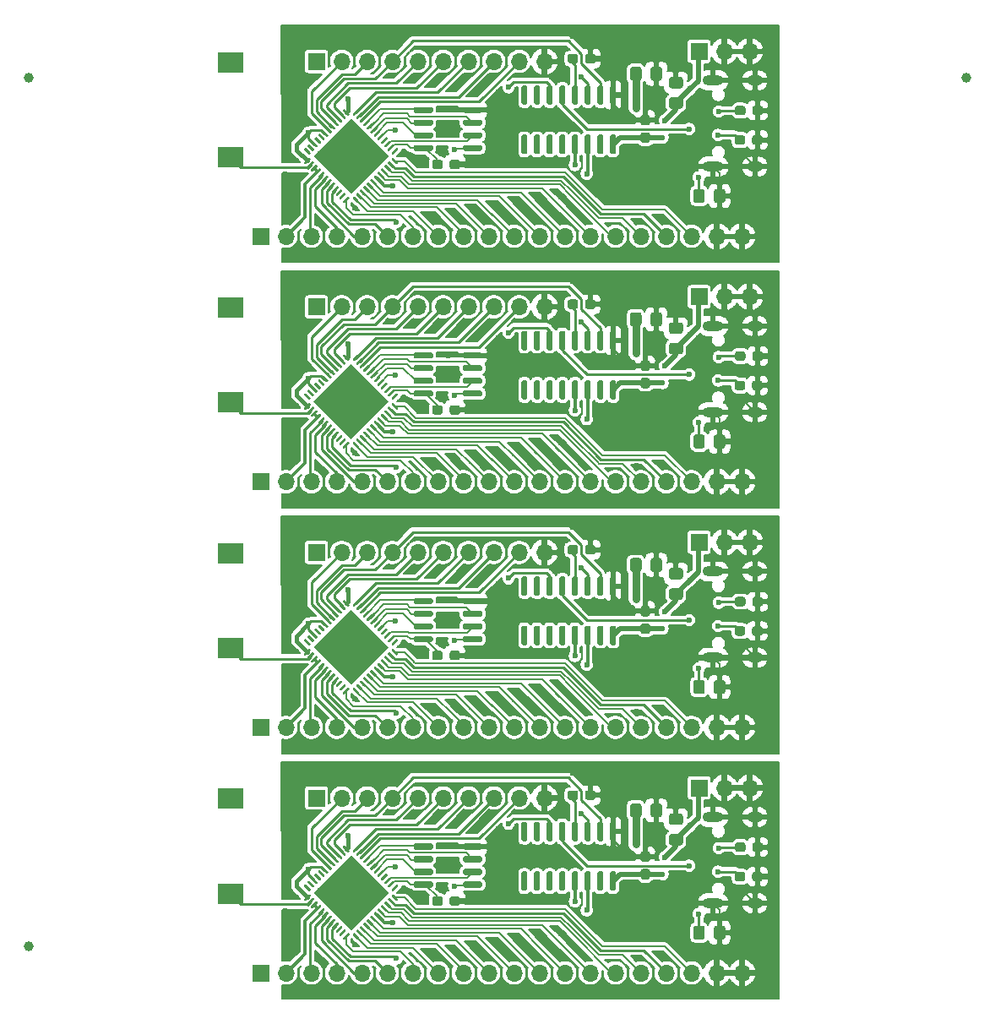
<source format=gbr>
G04 #@! TF.GenerationSoftware,KiCad,Pcbnew,5.1.7-a382d34a8~87~ubuntu20.04.1*
G04 #@! TF.CreationDate,2020-11-13T11:14:20+11:00*
G04 #@! TF.ProjectId,jackco-esp32-pico-panel-v2,6a61636b-636f-42d6-9573-7033322d7069,rev?*
G04 #@! TF.SameCoordinates,Original*
G04 #@! TF.FileFunction,Copper,L1,Top*
G04 #@! TF.FilePolarity,Positive*
%FSLAX46Y46*%
G04 Gerber Fmt 4.6, Leading zero omitted, Abs format (unit mm)*
G04 Created by KiCad (PCBNEW 5.1.7-a382d34a8~87~ubuntu20.04.1) date 2020-11-13 11:14:20*
%MOMM*%
%LPD*%
G01*
G04 APERTURE LIST*
G04 #@! TA.AperFunction,SMDPad,CuDef*
%ADD10C,1.000000*%
G04 #@! TD*
G04 #@! TA.AperFunction,SMDPad,CuDef*
%ADD11R,2.500000X2.000000*%
G04 #@! TD*
G04 #@! TA.AperFunction,ComponentPad*
%ADD12O,1.600000X1.000000*%
G04 #@! TD*
G04 #@! TA.AperFunction,ComponentPad*
%ADD13O,2.100000X1.000000*%
G04 #@! TD*
G04 #@! TA.AperFunction,ComponentPad*
%ADD14R,1.700000X1.700000*%
G04 #@! TD*
G04 #@! TA.AperFunction,ComponentPad*
%ADD15O,1.700000X1.700000*%
G04 #@! TD*
G04 #@! TA.AperFunction,SMDPad,CuDef*
%ADD16C,0.100000*%
G04 #@! TD*
G04 #@! TA.AperFunction,ViaPad*
%ADD17C,0.600000*%
G04 #@! TD*
G04 #@! TA.AperFunction,Conductor*
%ADD18C,0.381000*%
G04 #@! TD*
G04 #@! TA.AperFunction,Conductor*
%ADD19C,0.508000*%
G04 #@! TD*
G04 #@! TA.AperFunction,Conductor*
%ADD20C,0.177800*%
G04 #@! TD*
G04 #@! TA.AperFunction,Conductor*
%ADD21C,0.254000*%
G04 #@! TD*
G04 #@! TA.AperFunction,Conductor*
%ADD22C,0.304800*%
G04 #@! TD*
G04 #@! TA.AperFunction,Conductor*
%ADD23C,0.762000*%
G04 #@! TD*
G04 #@! TA.AperFunction,Conductor*
%ADD24C,0.250000*%
G04 #@! TD*
G04 #@! TA.AperFunction,Conductor*
%ADD25C,0.150000*%
G04 #@! TD*
G04 #@! TA.AperFunction,Conductor*
%ADD26C,0.100000*%
G04 #@! TD*
G04 APERTURE END LIST*
D10*
X31575003Y-142712010D03*
X125575002Y-55712010D03*
X31575003Y-55712010D03*
D11*
X51778001Y-137442016D03*
X51778001Y-127942016D03*
G04 #@! TA.AperFunction,SMDPad,CuDef*
G36*
G01*
X73069001Y-137953516D02*
X73069001Y-138428516D01*
G75*
G02*
X72831501Y-138666016I-237500J0D01*
G01*
X72256501Y-138666016D01*
G75*
G02*
X72019001Y-138428516I0J237500D01*
G01*
X72019001Y-137953516D01*
G75*
G02*
X72256501Y-137716016I237500J0D01*
G01*
X72831501Y-137716016D01*
G75*
G02*
X73069001Y-137953516I0J-237500D01*
G01*
G37*
G04 #@! TD.AperFunction*
G04 #@! TA.AperFunction,SMDPad,CuDef*
G36*
G01*
X74819001Y-137953516D02*
X74819001Y-138428516D01*
G75*
G02*
X74581501Y-138666016I-237500J0D01*
G01*
X74006501Y-138666016D01*
G75*
G02*
X73769001Y-138428516I0J237500D01*
G01*
X73769001Y-137953516D01*
G75*
G02*
X74006501Y-137716016I237500J0D01*
G01*
X74581501Y-137716016D01*
G75*
G02*
X74819001Y-137953516I0J-237500D01*
G01*
G37*
G04 #@! TD.AperFunction*
G04 #@! TA.AperFunction,SMDPad,CuDef*
G36*
G01*
X93620701Y-136022416D02*
X93145701Y-136022416D01*
G75*
G02*
X92908201Y-135784916I0J237500D01*
G01*
X92908201Y-135209916D01*
G75*
G02*
X93145701Y-134972416I237500J0D01*
G01*
X93620701Y-134972416D01*
G75*
G02*
X93858201Y-135209916I0J-237500D01*
G01*
X93858201Y-135784916D01*
G75*
G02*
X93620701Y-136022416I-237500J0D01*
G01*
G37*
G04 #@! TD.AperFunction*
G04 #@! TA.AperFunction,SMDPad,CuDef*
G36*
G01*
X93620701Y-134272416D02*
X93145701Y-134272416D01*
G75*
G02*
X92908201Y-134034916I0J237500D01*
G01*
X92908201Y-133459916D01*
G75*
G02*
X93145701Y-133222416I237500J0D01*
G01*
X93620701Y-133222416D01*
G75*
G02*
X93858201Y-133459916I0J-237500D01*
G01*
X93858201Y-134034916D01*
G75*
G02*
X93620701Y-134272416I-237500J0D01*
G01*
G37*
G04 #@! TD.AperFunction*
G04 #@! TA.AperFunction,SMDPad,CuDef*
G36*
G01*
X85594001Y-127828516D02*
X85594001Y-127353516D01*
G75*
G02*
X85831501Y-127116016I237500J0D01*
G01*
X86406501Y-127116016D01*
G75*
G02*
X86644001Y-127353516I0J-237500D01*
G01*
X86644001Y-127828516D01*
G75*
G02*
X86406501Y-128066016I-237500J0D01*
G01*
X85831501Y-128066016D01*
G75*
G02*
X85594001Y-127828516I0J237500D01*
G01*
G37*
G04 #@! TD.AperFunction*
G04 #@! TA.AperFunction,SMDPad,CuDef*
G36*
G01*
X87344001Y-127828516D02*
X87344001Y-127353516D01*
G75*
G02*
X87581501Y-127116016I237500J0D01*
G01*
X88156501Y-127116016D01*
G75*
G02*
X88394001Y-127353516I0J-237500D01*
G01*
X88394001Y-127828516D01*
G75*
G02*
X88156501Y-128066016I-237500J0D01*
G01*
X87581501Y-128066016D01*
G75*
G02*
X87344001Y-127828516I0J237500D01*
G01*
G37*
G04 #@! TD.AperFunction*
G04 #@! TA.AperFunction,SMDPad,CuDef*
G36*
G01*
X96906602Y-132615616D02*
X96006600Y-132615616D01*
G75*
G02*
X95756601Y-132365617I0J249999D01*
G01*
X95756601Y-131715615D01*
G75*
G02*
X96006600Y-131465616I249999J0D01*
G01*
X96906602Y-131465616D01*
G75*
G02*
X97156601Y-131715615I0J-249999D01*
G01*
X97156601Y-132365617D01*
G75*
G02*
X96906602Y-132615616I-249999J0D01*
G01*
G37*
G04 #@! TD.AperFunction*
G04 #@! TA.AperFunction,SMDPad,CuDef*
G36*
G01*
X96906602Y-130565616D02*
X96006600Y-130565616D01*
G75*
G02*
X95756601Y-130315617I0J249999D01*
G01*
X95756601Y-129665615D01*
G75*
G02*
X96006600Y-129415616I249999J0D01*
G01*
X96906602Y-129415616D01*
G75*
G02*
X97156601Y-129665615I0J-249999D01*
G01*
X97156601Y-130315617D01*
G75*
G02*
X96906602Y-130565616I-249999J0D01*
G01*
G37*
G04 #@! TD.AperFunction*
G04 #@! TA.AperFunction,SMDPad,CuDef*
G36*
G01*
X91859401Y-129560617D02*
X91859401Y-128660615D01*
G75*
G02*
X92109400Y-128410616I249999J0D01*
G01*
X92759402Y-128410616D01*
G75*
G02*
X93009401Y-128660615I0J-249999D01*
G01*
X93009401Y-129560617D01*
G75*
G02*
X92759402Y-129810616I-249999J0D01*
G01*
X92109400Y-129810616D01*
G75*
G02*
X91859401Y-129560617I0J249999D01*
G01*
G37*
G04 #@! TD.AperFunction*
G04 #@! TA.AperFunction,SMDPad,CuDef*
G36*
G01*
X93909401Y-129560617D02*
X93909401Y-128660615D01*
G75*
G02*
X94159400Y-128410616I249999J0D01*
G01*
X94809402Y-128410616D01*
G75*
G02*
X95059401Y-128660615I0J-249999D01*
G01*
X95059401Y-129560617D01*
G75*
G02*
X94809402Y-129810616I-249999J0D01*
G01*
X94159400Y-129810616D01*
G75*
G02*
X93909401Y-129560617I0J249999D01*
G01*
G37*
G04 #@! TD.AperFunction*
G04 #@! TA.AperFunction,SMDPad,CuDef*
G36*
G01*
X101400401Y-140903415D02*
X101400401Y-141803417D01*
G75*
G02*
X101150402Y-142053416I-249999J0D01*
G01*
X100500400Y-142053416D01*
G75*
G02*
X100250401Y-141803417I0J249999D01*
G01*
X100250401Y-140903415D01*
G75*
G02*
X100500400Y-140653416I249999J0D01*
G01*
X101150402Y-140653416D01*
G75*
G02*
X101400401Y-140903415I0J-249999D01*
G01*
G37*
G04 #@! TD.AperFunction*
G04 #@! TA.AperFunction,SMDPad,CuDef*
G36*
G01*
X99350401Y-140903415D02*
X99350401Y-141803417D01*
G75*
G02*
X99100402Y-142053416I-249999J0D01*
G01*
X98450400Y-142053416D01*
G75*
G02*
X98200401Y-141803417I0J249999D01*
G01*
X98200401Y-140903415D01*
G75*
G02*
X98450400Y-140653416I249999J0D01*
G01*
X99100402Y-140653416D01*
G75*
G02*
X99350401Y-140903415I0J-249999D01*
G01*
G37*
G04 #@! TD.AperFunction*
D12*
X104364601Y-138409016D03*
X104364601Y-129769016D03*
D13*
X100184601Y-129769016D03*
X100184601Y-138409016D03*
D14*
X60414001Y-127866016D03*
D15*
X62954001Y-127866016D03*
X65494001Y-127866016D03*
X68034001Y-127866016D03*
X70574001Y-127866016D03*
X73114001Y-127866016D03*
X75654001Y-127866016D03*
X78194001Y-127866016D03*
X80734001Y-127866016D03*
X83274001Y-127866016D03*
G04 #@! TA.AperFunction,SMDPad,CuDef*
G36*
G01*
X105169001Y-132553516D02*
X105169001Y-133028516D01*
G75*
G02*
X104931501Y-133266016I-237500J0D01*
G01*
X104356501Y-133266016D01*
G75*
G02*
X104119001Y-133028516I0J237500D01*
G01*
X104119001Y-132553516D01*
G75*
G02*
X104356501Y-132316016I237500J0D01*
G01*
X104931501Y-132316016D01*
G75*
G02*
X105169001Y-132553516I0J-237500D01*
G01*
G37*
G04 #@! TD.AperFunction*
G04 #@! TA.AperFunction,SMDPad,CuDef*
G36*
G01*
X103419001Y-132553516D02*
X103419001Y-133028516D01*
G75*
G02*
X103181501Y-133266016I-237500J0D01*
G01*
X102606501Y-133266016D01*
G75*
G02*
X102369001Y-133028516I0J237500D01*
G01*
X102369001Y-132553516D01*
G75*
G02*
X102606501Y-132316016I237500J0D01*
G01*
X103181501Y-132316016D01*
G75*
G02*
X103419001Y-132553516I0J-237500D01*
G01*
G37*
G04 #@! TD.AperFunction*
G04 #@! TA.AperFunction,SMDPad,CuDef*
G36*
G01*
X105144001Y-135503516D02*
X105144001Y-135978516D01*
G75*
G02*
X104906501Y-136216016I-237500J0D01*
G01*
X104331501Y-136216016D01*
G75*
G02*
X104094001Y-135978516I0J237500D01*
G01*
X104094001Y-135503516D01*
G75*
G02*
X104331501Y-135266016I237500J0D01*
G01*
X104906501Y-135266016D01*
G75*
G02*
X105144001Y-135503516I0J-237500D01*
G01*
G37*
G04 #@! TD.AperFunction*
G04 #@! TA.AperFunction,SMDPad,CuDef*
G36*
G01*
X103394001Y-135503516D02*
X103394001Y-135978516D01*
G75*
G02*
X103156501Y-136216016I-237500J0D01*
G01*
X102581501Y-136216016D01*
G75*
G02*
X102344001Y-135978516I0J237500D01*
G01*
X102344001Y-135503516D01*
G75*
G02*
X102581501Y-135266016I237500J0D01*
G01*
X103156501Y-135266016D01*
G75*
G02*
X103394001Y-135503516I0J-237500D01*
G01*
G37*
G04 #@! TD.AperFunction*
G04 #@! TA.AperFunction,SMDPad,CuDef*
G36*
G01*
X59264672Y-138174790D02*
X59176283Y-138086401D01*
G75*
G02*
X59176283Y-137998013I44194J44194D01*
G01*
X59653580Y-137520716D01*
G75*
G02*
X59741968Y-137520716I44194J-44194D01*
G01*
X59830357Y-137609105D01*
G75*
G02*
X59830357Y-137697493I-44194J-44194D01*
G01*
X59353060Y-138174790D01*
G75*
G02*
X59264672Y-138174790I-44194J44194D01*
G01*
G37*
G04 #@! TD.AperFunction*
G04 #@! TA.AperFunction,SMDPad,CuDef*
G36*
G01*
X59618225Y-138528343D02*
X59529836Y-138439954D01*
G75*
G02*
X59529836Y-138351566I44194J44194D01*
G01*
X60007133Y-137874269D01*
G75*
G02*
X60095521Y-137874269I44194J-44194D01*
G01*
X60183910Y-137962658D01*
G75*
G02*
X60183910Y-138051046I-44194J-44194D01*
G01*
X59706613Y-138528343D01*
G75*
G02*
X59618225Y-138528343I-44194J44194D01*
G01*
G37*
G04 #@! TD.AperFunction*
G04 #@! TA.AperFunction,SMDPad,CuDef*
G36*
G01*
X59971779Y-138881897D02*
X59883390Y-138793508D01*
G75*
G02*
X59883390Y-138705120I44194J44194D01*
G01*
X60360687Y-138227823D01*
G75*
G02*
X60449075Y-138227823I44194J-44194D01*
G01*
X60537464Y-138316212D01*
G75*
G02*
X60537464Y-138404600I-44194J-44194D01*
G01*
X60060167Y-138881897D01*
G75*
G02*
X59971779Y-138881897I-44194J44194D01*
G01*
G37*
G04 #@! TD.AperFunction*
G04 #@! TA.AperFunction,SMDPad,CuDef*
G36*
G01*
X60325332Y-139235450D02*
X60236943Y-139147061D01*
G75*
G02*
X60236943Y-139058673I44194J44194D01*
G01*
X60714240Y-138581376D01*
G75*
G02*
X60802628Y-138581376I44194J-44194D01*
G01*
X60891017Y-138669765D01*
G75*
G02*
X60891017Y-138758153I-44194J-44194D01*
G01*
X60413720Y-139235450D01*
G75*
G02*
X60325332Y-139235450I-44194J44194D01*
G01*
G37*
G04 #@! TD.AperFunction*
G04 #@! TA.AperFunction,SMDPad,CuDef*
G36*
G01*
X60678886Y-139589003D02*
X60590497Y-139500614D01*
G75*
G02*
X60590497Y-139412226I44194J44194D01*
G01*
X61067794Y-138934929D01*
G75*
G02*
X61156182Y-138934929I44194J-44194D01*
G01*
X61244571Y-139023318D01*
G75*
G02*
X61244571Y-139111706I-44194J-44194D01*
G01*
X60767274Y-139589003D01*
G75*
G02*
X60678886Y-139589003I-44194J44194D01*
G01*
G37*
G04 #@! TD.AperFunction*
G04 #@! TA.AperFunction,SMDPad,CuDef*
G36*
G01*
X61032439Y-139942557D02*
X60944050Y-139854168D01*
G75*
G02*
X60944050Y-139765780I44194J44194D01*
G01*
X61421347Y-139288483D01*
G75*
G02*
X61509735Y-139288483I44194J-44194D01*
G01*
X61598124Y-139376872D01*
G75*
G02*
X61598124Y-139465260I-44194J-44194D01*
G01*
X61120827Y-139942557D01*
G75*
G02*
X61032439Y-139942557I-44194J44194D01*
G01*
G37*
G04 #@! TD.AperFunction*
G04 #@! TA.AperFunction,SMDPad,CuDef*
G36*
G01*
X61385992Y-140296110D02*
X61297603Y-140207721D01*
G75*
G02*
X61297603Y-140119333I44194J44194D01*
G01*
X61774900Y-139642036D01*
G75*
G02*
X61863288Y-139642036I44194J-44194D01*
G01*
X61951677Y-139730425D01*
G75*
G02*
X61951677Y-139818813I-44194J-44194D01*
G01*
X61474380Y-140296110D01*
G75*
G02*
X61385992Y-140296110I-44194J44194D01*
G01*
G37*
G04 #@! TD.AperFunction*
G04 #@! TA.AperFunction,SMDPad,CuDef*
G36*
G01*
X61739546Y-140649663D02*
X61651157Y-140561274D01*
G75*
G02*
X61651157Y-140472886I44194J44194D01*
G01*
X62128454Y-139995589D01*
G75*
G02*
X62216842Y-139995589I44194J-44194D01*
G01*
X62305231Y-140083978D01*
G75*
G02*
X62305231Y-140172366I-44194J-44194D01*
G01*
X61827934Y-140649663D01*
G75*
G02*
X61739546Y-140649663I-44194J44194D01*
G01*
G37*
G04 #@! TD.AperFunction*
G04 #@! TA.AperFunction,SMDPad,CuDef*
G36*
G01*
X62093099Y-141003217D02*
X62004710Y-140914828D01*
G75*
G02*
X62004710Y-140826440I44194J44194D01*
G01*
X62482007Y-140349143D01*
G75*
G02*
X62570395Y-140349143I44194J-44194D01*
G01*
X62658784Y-140437532D01*
G75*
G02*
X62658784Y-140525920I-44194J-44194D01*
G01*
X62181487Y-141003217D01*
G75*
G02*
X62093099Y-141003217I-44194J44194D01*
G01*
G37*
G04 #@! TD.AperFunction*
G04 #@! TA.AperFunction,SMDPad,CuDef*
G36*
G01*
X62446652Y-141356770D02*
X62358263Y-141268381D01*
G75*
G02*
X62358263Y-141179993I44194J44194D01*
G01*
X62835560Y-140702696D01*
G75*
G02*
X62923948Y-140702696I44194J-44194D01*
G01*
X63012337Y-140791085D01*
G75*
G02*
X63012337Y-140879473I-44194J-44194D01*
G01*
X62535040Y-141356770D01*
G75*
G02*
X62446652Y-141356770I-44194J44194D01*
G01*
G37*
G04 #@! TD.AperFunction*
G04 #@! TA.AperFunction,SMDPad,CuDef*
G36*
G01*
X62800206Y-141710324D02*
X62711817Y-141621935D01*
G75*
G02*
X62711817Y-141533547I44194J44194D01*
G01*
X63189114Y-141056250D01*
G75*
G02*
X63277502Y-141056250I44194J-44194D01*
G01*
X63365891Y-141144639D01*
G75*
G02*
X63365891Y-141233027I-44194J-44194D01*
G01*
X62888594Y-141710324D01*
G75*
G02*
X62800206Y-141710324I-44194J44194D01*
G01*
G37*
G04 #@! TD.AperFunction*
G04 #@! TA.AperFunction,SMDPad,CuDef*
G36*
G01*
X63153759Y-142063877D02*
X63065370Y-141975488D01*
G75*
G02*
X63065370Y-141887100I44194J44194D01*
G01*
X63542667Y-141409803D01*
G75*
G02*
X63631055Y-141409803I44194J-44194D01*
G01*
X63719444Y-141498192D01*
G75*
G02*
X63719444Y-141586580I-44194J-44194D01*
G01*
X63242147Y-142063877D01*
G75*
G02*
X63153759Y-142063877I-44194J44194D01*
G01*
G37*
G04 #@! TD.AperFunction*
G04 #@! TA.AperFunction,SMDPad,CuDef*
G36*
G01*
X64532617Y-142063877D02*
X64055320Y-141586580D01*
G75*
G02*
X64055320Y-141498192I44194J44194D01*
G01*
X64143709Y-141409803D01*
G75*
G02*
X64232097Y-141409803I44194J-44194D01*
G01*
X64709394Y-141887100D01*
G75*
G02*
X64709394Y-141975488I-44194J-44194D01*
G01*
X64621005Y-142063877D01*
G75*
G02*
X64532617Y-142063877I-44194J44194D01*
G01*
G37*
G04 #@! TD.AperFunction*
G04 #@! TA.AperFunction,SMDPad,CuDef*
G36*
G01*
X64886170Y-141710324D02*
X64408873Y-141233027D01*
G75*
G02*
X64408873Y-141144639I44194J44194D01*
G01*
X64497262Y-141056250D01*
G75*
G02*
X64585650Y-141056250I44194J-44194D01*
G01*
X65062947Y-141533547D01*
G75*
G02*
X65062947Y-141621935I-44194J-44194D01*
G01*
X64974558Y-141710324D01*
G75*
G02*
X64886170Y-141710324I-44194J44194D01*
G01*
G37*
G04 #@! TD.AperFunction*
G04 #@! TA.AperFunction,SMDPad,CuDef*
G36*
G01*
X65239724Y-141356770D02*
X64762427Y-140879473D01*
G75*
G02*
X64762427Y-140791085I44194J44194D01*
G01*
X64850816Y-140702696D01*
G75*
G02*
X64939204Y-140702696I44194J-44194D01*
G01*
X65416501Y-141179993D01*
G75*
G02*
X65416501Y-141268381I-44194J-44194D01*
G01*
X65328112Y-141356770D01*
G75*
G02*
X65239724Y-141356770I-44194J44194D01*
G01*
G37*
G04 #@! TD.AperFunction*
G04 #@! TA.AperFunction,SMDPad,CuDef*
G36*
G01*
X65593277Y-141003217D02*
X65115980Y-140525920D01*
G75*
G02*
X65115980Y-140437532I44194J44194D01*
G01*
X65204369Y-140349143D01*
G75*
G02*
X65292757Y-140349143I44194J-44194D01*
G01*
X65770054Y-140826440D01*
G75*
G02*
X65770054Y-140914828I-44194J-44194D01*
G01*
X65681665Y-141003217D01*
G75*
G02*
X65593277Y-141003217I-44194J44194D01*
G01*
G37*
G04 #@! TD.AperFunction*
G04 #@! TA.AperFunction,SMDPad,CuDef*
G36*
G01*
X65946830Y-140649663D02*
X65469533Y-140172366D01*
G75*
G02*
X65469533Y-140083978I44194J44194D01*
G01*
X65557922Y-139995589D01*
G75*
G02*
X65646310Y-139995589I44194J-44194D01*
G01*
X66123607Y-140472886D01*
G75*
G02*
X66123607Y-140561274I-44194J-44194D01*
G01*
X66035218Y-140649663D01*
G75*
G02*
X65946830Y-140649663I-44194J44194D01*
G01*
G37*
G04 #@! TD.AperFunction*
G04 #@! TA.AperFunction,SMDPad,CuDef*
G36*
G01*
X66300384Y-140296110D02*
X65823087Y-139818813D01*
G75*
G02*
X65823087Y-139730425I44194J44194D01*
G01*
X65911476Y-139642036D01*
G75*
G02*
X65999864Y-139642036I44194J-44194D01*
G01*
X66477161Y-140119333D01*
G75*
G02*
X66477161Y-140207721I-44194J-44194D01*
G01*
X66388772Y-140296110D01*
G75*
G02*
X66300384Y-140296110I-44194J44194D01*
G01*
G37*
G04 #@! TD.AperFunction*
G04 #@! TA.AperFunction,SMDPad,CuDef*
G36*
G01*
X66653937Y-139942557D02*
X66176640Y-139465260D01*
G75*
G02*
X66176640Y-139376872I44194J44194D01*
G01*
X66265029Y-139288483D01*
G75*
G02*
X66353417Y-139288483I44194J-44194D01*
G01*
X66830714Y-139765780D01*
G75*
G02*
X66830714Y-139854168I-44194J-44194D01*
G01*
X66742325Y-139942557D01*
G75*
G02*
X66653937Y-139942557I-44194J44194D01*
G01*
G37*
G04 #@! TD.AperFunction*
G04 #@! TA.AperFunction,SMDPad,CuDef*
G36*
G01*
X67007490Y-139589003D02*
X66530193Y-139111706D01*
G75*
G02*
X66530193Y-139023318I44194J44194D01*
G01*
X66618582Y-138934929D01*
G75*
G02*
X66706970Y-138934929I44194J-44194D01*
G01*
X67184267Y-139412226D01*
G75*
G02*
X67184267Y-139500614I-44194J-44194D01*
G01*
X67095878Y-139589003D01*
G75*
G02*
X67007490Y-139589003I-44194J44194D01*
G01*
G37*
G04 #@! TD.AperFunction*
G04 #@! TA.AperFunction,SMDPad,CuDef*
G36*
G01*
X67361044Y-139235450D02*
X66883747Y-138758153D01*
G75*
G02*
X66883747Y-138669765I44194J44194D01*
G01*
X66972136Y-138581376D01*
G75*
G02*
X67060524Y-138581376I44194J-44194D01*
G01*
X67537821Y-139058673D01*
G75*
G02*
X67537821Y-139147061I-44194J-44194D01*
G01*
X67449432Y-139235450D01*
G75*
G02*
X67361044Y-139235450I-44194J44194D01*
G01*
G37*
G04 #@! TD.AperFunction*
G04 #@! TA.AperFunction,SMDPad,CuDef*
G36*
G01*
X67714597Y-138881897D02*
X67237300Y-138404600D01*
G75*
G02*
X67237300Y-138316212I44194J44194D01*
G01*
X67325689Y-138227823D01*
G75*
G02*
X67414077Y-138227823I44194J-44194D01*
G01*
X67891374Y-138705120D01*
G75*
G02*
X67891374Y-138793508I-44194J-44194D01*
G01*
X67802985Y-138881897D01*
G75*
G02*
X67714597Y-138881897I-44194J44194D01*
G01*
G37*
G04 #@! TD.AperFunction*
G04 #@! TA.AperFunction,SMDPad,CuDef*
G36*
G01*
X68068151Y-138528343D02*
X67590854Y-138051046D01*
G75*
G02*
X67590854Y-137962658I44194J44194D01*
G01*
X67679243Y-137874269D01*
G75*
G02*
X67767631Y-137874269I44194J-44194D01*
G01*
X68244928Y-138351566D01*
G75*
G02*
X68244928Y-138439954I-44194J-44194D01*
G01*
X68156539Y-138528343D01*
G75*
G02*
X68068151Y-138528343I-44194J44194D01*
G01*
G37*
G04 #@! TD.AperFunction*
G04 #@! TA.AperFunction,SMDPad,CuDef*
G36*
G01*
X68421704Y-138174790D02*
X67944407Y-137697493D01*
G75*
G02*
X67944407Y-137609105I44194J44194D01*
G01*
X68032796Y-137520716D01*
G75*
G02*
X68121184Y-137520716I44194J-44194D01*
G01*
X68598481Y-137998013D01*
G75*
G02*
X68598481Y-138086401I-44194J-44194D01*
G01*
X68510092Y-138174790D01*
G75*
G02*
X68421704Y-138174790I-44194J44194D01*
G01*
G37*
G04 #@! TD.AperFunction*
G04 #@! TA.AperFunction,SMDPad,CuDef*
G36*
G01*
X68032796Y-137184840D02*
X67944407Y-137096451D01*
G75*
G02*
X67944407Y-137008063I44194J44194D01*
G01*
X68421704Y-136530766D01*
G75*
G02*
X68510092Y-136530766I44194J-44194D01*
G01*
X68598481Y-136619155D01*
G75*
G02*
X68598481Y-136707543I-44194J-44194D01*
G01*
X68121184Y-137184840D01*
G75*
G02*
X68032796Y-137184840I-44194J44194D01*
G01*
G37*
G04 #@! TD.AperFunction*
G04 #@! TA.AperFunction,SMDPad,CuDef*
G36*
G01*
X67679243Y-136831287D02*
X67590854Y-136742898D01*
G75*
G02*
X67590854Y-136654510I44194J44194D01*
G01*
X68068151Y-136177213D01*
G75*
G02*
X68156539Y-136177213I44194J-44194D01*
G01*
X68244928Y-136265602D01*
G75*
G02*
X68244928Y-136353990I-44194J-44194D01*
G01*
X67767631Y-136831287D01*
G75*
G02*
X67679243Y-136831287I-44194J44194D01*
G01*
G37*
G04 #@! TD.AperFunction*
G04 #@! TA.AperFunction,SMDPad,CuDef*
G36*
G01*
X67325689Y-136477733D02*
X67237300Y-136389344D01*
G75*
G02*
X67237300Y-136300956I44194J44194D01*
G01*
X67714597Y-135823659D01*
G75*
G02*
X67802985Y-135823659I44194J-44194D01*
G01*
X67891374Y-135912048D01*
G75*
G02*
X67891374Y-136000436I-44194J-44194D01*
G01*
X67414077Y-136477733D01*
G75*
G02*
X67325689Y-136477733I-44194J44194D01*
G01*
G37*
G04 #@! TD.AperFunction*
G04 #@! TA.AperFunction,SMDPad,CuDef*
G36*
G01*
X66972136Y-136124180D02*
X66883747Y-136035791D01*
G75*
G02*
X66883747Y-135947403I44194J44194D01*
G01*
X67361044Y-135470106D01*
G75*
G02*
X67449432Y-135470106I44194J-44194D01*
G01*
X67537821Y-135558495D01*
G75*
G02*
X67537821Y-135646883I-44194J-44194D01*
G01*
X67060524Y-136124180D01*
G75*
G02*
X66972136Y-136124180I-44194J44194D01*
G01*
G37*
G04 #@! TD.AperFunction*
G04 #@! TA.AperFunction,SMDPad,CuDef*
G36*
G01*
X66618582Y-135770627D02*
X66530193Y-135682238D01*
G75*
G02*
X66530193Y-135593850I44194J44194D01*
G01*
X67007490Y-135116553D01*
G75*
G02*
X67095878Y-135116553I44194J-44194D01*
G01*
X67184267Y-135204942D01*
G75*
G02*
X67184267Y-135293330I-44194J-44194D01*
G01*
X66706970Y-135770627D01*
G75*
G02*
X66618582Y-135770627I-44194J44194D01*
G01*
G37*
G04 #@! TD.AperFunction*
G04 #@! TA.AperFunction,SMDPad,CuDef*
G36*
G01*
X66265029Y-135417073D02*
X66176640Y-135328684D01*
G75*
G02*
X66176640Y-135240296I44194J44194D01*
G01*
X66653937Y-134762999D01*
G75*
G02*
X66742325Y-134762999I44194J-44194D01*
G01*
X66830714Y-134851388D01*
G75*
G02*
X66830714Y-134939776I-44194J-44194D01*
G01*
X66353417Y-135417073D01*
G75*
G02*
X66265029Y-135417073I-44194J44194D01*
G01*
G37*
G04 #@! TD.AperFunction*
G04 #@! TA.AperFunction,SMDPad,CuDef*
G36*
G01*
X65911476Y-135063520D02*
X65823087Y-134975131D01*
G75*
G02*
X65823087Y-134886743I44194J44194D01*
G01*
X66300384Y-134409446D01*
G75*
G02*
X66388772Y-134409446I44194J-44194D01*
G01*
X66477161Y-134497835D01*
G75*
G02*
X66477161Y-134586223I-44194J-44194D01*
G01*
X65999864Y-135063520D01*
G75*
G02*
X65911476Y-135063520I-44194J44194D01*
G01*
G37*
G04 #@! TD.AperFunction*
G04 #@! TA.AperFunction,SMDPad,CuDef*
G36*
G01*
X65557922Y-134709967D02*
X65469533Y-134621578D01*
G75*
G02*
X65469533Y-134533190I44194J44194D01*
G01*
X65946830Y-134055893D01*
G75*
G02*
X66035218Y-134055893I44194J-44194D01*
G01*
X66123607Y-134144282D01*
G75*
G02*
X66123607Y-134232670I-44194J-44194D01*
G01*
X65646310Y-134709967D01*
G75*
G02*
X65557922Y-134709967I-44194J44194D01*
G01*
G37*
G04 #@! TD.AperFunction*
G04 #@! TA.AperFunction,SMDPad,CuDef*
G36*
G01*
X65204369Y-134356413D02*
X65115980Y-134268024D01*
G75*
G02*
X65115980Y-134179636I44194J44194D01*
G01*
X65593277Y-133702339D01*
G75*
G02*
X65681665Y-133702339I44194J-44194D01*
G01*
X65770054Y-133790728D01*
G75*
G02*
X65770054Y-133879116I-44194J-44194D01*
G01*
X65292757Y-134356413D01*
G75*
G02*
X65204369Y-134356413I-44194J44194D01*
G01*
G37*
G04 #@! TD.AperFunction*
G04 #@! TA.AperFunction,SMDPad,CuDef*
G36*
G01*
X64850816Y-134002860D02*
X64762427Y-133914471D01*
G75*
G02*
X64762427Y-133826083I44194J44194D01*
G01*
X65239724Y-133348786D01*
G75*
G02*
X65328112Y-133348786I44194J-44194D01*
G01*
X65416501Y-133437175D01*
G75*
G02*
X65416501Y-133525563I-44194J-44194D01*
G01*
X64939204Y-134002860D01*
G75*
G02*
X64850816Y-134002860I-44194J44194D01*
G01*
G37*
G04 #@! TD.AperFunction*
G04 #@! TA.AperFunction,SMDPad,CuDef*
G36*
G01*
X64497262Y-133649306D02*
X64408873Y-133560917D01*
G75*
G02*
X64408873Y-133472529I44194J44194D01*
G01*
X64886170Y-132995232D01*
G75*
G02*
X64974558Y-132995232I44194J-44194D01*
G01*
X65062947Y-133083621D01*
G75*
G02*
X65062947Y-133172009I-44194J-44194D01*
G01*
X64585650Y-133649306D01*
G75*
G02*
X64497262Y-133649306I-44194J44194D01*
G01*
G37*
G04 #@! TD.AperFunction*
G04 #@! TA.AperFunction,SMDPad,CuDef*
G36*
G01*
X64143709Y-133295753D02*
X64055320Y-133207364D01*
G75*
G02*
X64055320Y-133118976I44194J44194D01*
G01*
X64532617Y-132641679D01*
G75*
G02*
X64621005Y-132641679I44194J-44194D01*
G01*
X64709394Y-132730068D01*
G75*
G02*
X64709394Y-132818456I-44194J-44194D01*
G01*
X64232097Y-133295753D01*
G75*
G02*
X64143709Y-133295753I-44194J44194D01*
G01*
G37*
G04 #@! TD.AperFunction*
G04 #@! TA.AperFunction,SMDPad,CuDef*
G36*
G01*
X63542667Y-133295753D02*
X63065370Y-132818456D01*
G75*
G02*
X63065370Y-132730068I44194J44194D01*
G01*
X63153759Y-132641679D01*
G75*
G02*
X63242147Y-132641679I44194J-44194D01*
G01*
X63719444Y-133118976D01*
G75*
G02*
X63719444Y-133207364I-44194J-44194D01*
G01*
X63631055Y-133295753D01*
G75*
G02*
X63542667Y-133295753I-44194J44194D01*
G01*
G37*
G04 #@! TD.AperFunction*
G04 #@! TA.AperFunction,SMDPad,CuDef*
G36*
G01*
X63189114Y-133649306D02*
X62711817Y-133172009D01*
G75*
G02*
X62711817Y-133083621I44194J44194D01*
G01*
X62800206Y-132995232D01*
G75*
G02*
X62888594Y-132995232I44194J-44194D01*
G01*
X63365891Y-133472529D01*
G75*
G02*
X63365891Y-133560917I-44194J-44194D01*
G01*
X63277502Y-133649306D01*
G75*
G02*
X63189114Y-133649306I-44194J44194D01*
G01*
G37*
G04 #@! TD.AperFunction*
G04 #@! TA.AperFunction,SMDPad,CuDef*
G36*
G01*
X62835560Y-134002860D02*
X62358263Y-133525563D01*
G75*
G02*
X62358263Y-133437175I44194J44194D01*
G01*
X62446652Y-133348786D01*
G75*
G02*
X62535040Y-133348786I44194J-44194D01*
G01*
X63012337Y-133826083D01*
G75*
G02*
X63012337Y-133914471I-44194J-44194D01*
G01*
X62923948Y-134002860D01*
G75*
G02*
X62835560Y-134002860I-44194J44194D01*
G01*
G37*
G04 #@! TD.AperFunction*
G04 #@! TA.AperFunction,SMDPad,CuDef*
G36*
G01*
X62482007Y-134356413D02*
X62004710Y-133879116D01*
G75*
G02*
X62004710Y-133790728I44194J44194D01*
G01*
X62093099Y-133702339D01*
G75*
G02*
X62181487Y-133702339I44194J-44194D01*
G01*
X62658784Y-134179636D01*
G75*
G02*
X62658784Y-134268024I-44194J-44194D01*
G01*
X62570395Y-134356413D01*
G75*
G02*
X62482007Y-134356413I-44194J44194D01*
G01*
G37*
G04 #@! TD.AperFunction*
G04 #@! TA.AperFunction,SMDPad,CuDef*
G36*
G01*
X62128454Y-134709967D02*
X61651157Y-134232670D01*
G75*
G02*
X61651157Y-134144282I44194J44194D01*
G01*
X61739546Y-134055893D01*
G75*
G02*
X61827934Y-134055893I44194J-44194D01*
G01*
X62305231Y-134533190D01*
G75*
G02*
X62305231Y-134621578I-44194J-44194D01*
G01*
X62216842Y-134709967D01*
G75*
G02*
X62128454Y-134709967I-44194J44194D01*
G01*
G37*
G04 #@! TD.AperFunction*
G04 #@! TA.AperFunction,SMDPad,CuDef*
G36*
G01*
X61774900Y-135063520D02*
X61297603Y-134586223D01*
G75*
G02*
X61297603Y-134497835I44194J44194D01*
G01*
X61385992Y-134409446D01*
G75*
G02*
X61474380Y-134409446I44194J-44194D01*
G01*
X61951677Y-134886743D01*
G75*
G02*
X61951677Y-134975131I-44194J-44194D01*
G01*
X61863288Y-135063520D01*
G75*
G02*
X61774900Y-135063520I-44194J44194D01*
G01*
G37*
G04 #@! TD.AperFunction*
G04 #@! TA.AperFunction,SMDPad,CuDef*
G36*
G01*
X61421347Y-135417073D02*
X60944050Y-134939776D01*
G75*
G02*
X60944050Y-134851388I44194J44194D01*
G01*
X61032439Y-134762999D01*
G75*
G02*
X61120827Y-134762999I44194J-44194D01*
G01*
X61598124Y-135240296D01*
G75*
G02*
X61598124Y-135328684I-44194J-44194D01*
G01*
X61509735Y-135417073D01*
G75*
G02*
X61421347Y-135417073I-44194J44194D01*
G01*
G37*
G04 #@! TD.AperFunction*
G04 #@! TA.AperFunction,SMDPad,CuDef*
G36*
G01*
X61067794Y-135770627D02*
X60590497Y-135293330D01*
G75*
G02*
X60590497Y-135204942I44194J44194D01*
G01*
X60678886Y-135116553D01*
G75*
G02*
X60767274Y-135116553I44194J-44194D01*
G01*
X61244571Y-135593850D01*
G75*
G02*
X61244571Y-135682238I-44194J-44194D01*
G01*
X61156182Y-135770627D01*
G75*
G02*
X61067794Y-135770627I-44194J44194D01*
G01*
G37*
G04 #@! TD.AperFunction*
G04 #@! TA.AperFunction,SMDPad,CuDef*
G36*
G01*
X60714240Y-136124180D02*
X60236943Y-135646883D01*
G75*
G02*
X60236943Y-135558495I44194J44194D01*
G01*
X60325332Y-135470106D01*
G75*
G02*
X60413720Y-135470106I44194J-44194D01*
G01*
X60891017Y-135947403D01*
G75*
G02*
X60891017Y-136035791I-44194J-44194D01*
G01*
X60802628Y-136124180D01*
G75*
G02*
X60714240Y-136124180I-44194J44194D01*
G01*
G37*
G04 #@! TD.AperFunction*
G04 #@! TA.AperFunction,SMDPad,CuDef*
G36*
G01*
X60360687Y-136477733D02*
X59883390Y-136000436D01*
G75*
G02*
X59883390Y-135912048I44194J44194D01*
G01*
X59971779Y-135823659D01*
G75*
G02*
X60060167Y-135823659I44194J-44194D01*
G01*
X60537464Y-136300956D01*
G75*
G02*
X60537464Y-136389344I-44194J-44194D01*
G01*
X60449075Y-136477733D01*
G75*
G02*
X60360687Y-136477733I-44194J44194D01*
G01*
G37*
G04 #@! TD.AperFunction*
G04 #@! TA.AperFunction,SMDPad,CuDef*
G36*
G01*
X60007133Y-136831287D02*
X59529836Y-136353990D01*
G75*
G02*
X59529836Y-136265602I44194J44194D01*
G01*
X59618225Y-136177213D01*
G75*
G02*
X59706613Y-136177213I44194J-44194D01*
G01*
X60183910Y-136654510D01*
G75*
G02*
X60183910Y-136742898I-44194J-44194D01*
G01*
X60095521Y-136831287D01*
G75*
G02*
X60007133Y-136831287I-44194J44194D01*
G01*
G37*
G04 #@! TD.AperFunction*
G04 #@! TA.AperFunction,SMDPad,CuDef*
G36*
G01*
X59653580Y-137184840D02*
X59176283Y-136707543D01*
G75*
G02*
X59176283Y-136619155I44194J44194D01*
G01*
X59264672Y-136530766D01*
G75*
G02*
X59353060Y-136530766I44194J-44194D01*
G01*
X59830357Y-137008063D01*
G75*
G02*
X59830357Y-137096451I-44194J-44194D01*
G01*
X59741968Y-137184840D01*
G75*
G02*
X59653580Y-137184840I-44194J44194D01*
G01*
G37*
G04 #@! TD.AperFunction*
G04 #@! TA.AperFunction,SMDPad,CuDef*
D16*
G36*
X63887382Y-141100444D02*
G01*
X60139716Y-137352778D01*
X63887382Y-133605112D01*
X67635048Y-137352778D01*
X63887382Y-141100444D01*
G37*
G04 #@! TD.AperFunction*
G04 #@! TA.AperFunction,SMDPad,CuDef*
G36*
G01*
X77044001Y-136396016D02*
X77044001Y-136696016D01*
G75*
G02*
X76894001Y-136846016I-150000J0D01*
G01*
X75244001Y-136846016D01*
G75*
G02*
X75094001Y-136696016I0J150000D01*
G01*
X75094001Y-136396016D01*
G75*
G02*
X75244001Y-136246016I150000J0D01*
G01*
X76894001Y-136246016D01*
G75*
G02*
X77044001Y-136396016I0J-150000D01*
G01*
G37*
G04 #@! TD.AperFunction*
G04 #@! TA.AperFunction,SMDPad,CuDef*
G36*
G01*
X77044001Y-135126016D02*
X77044001Y-135426016D01*
G75*
G02*
X76894001Y-135576016I-150000J0D01*
G01*
X75244001Y-135576016D01*
G75*
G02*
X75094001Y-135426016I0J150000D01*
G01*
X75094001Y-135126016D01*
G75*
G02*
X75244001Y-134976016I150000J0D01*
G01*
X76894001Y-134976016D01*
G75*
G02*
X77044001Y-135126016I0J-150000D01*
G01*
G37*
G04 #@! TD.AperFunction*
G04 #@! TA.AperFunction,SMDPad,CuDef*
G36*
G01*
X77044001Y-133856016D02*
X77044001Y-134156016D01*
G75*
G02*
X76894001Y-134306016I-150000J0D01*
G01*
X75244001Y-134306016D01*
G75*
G02*
X75094001Y-134156016I0J150000D01*
G01*
X75094001Y-133856016D01*
G75*
G02*
X75244001Y-133706016I150000J0D01*
G01*
X76894001Y-133706016D01*
G75*
G02*
X77044001Y-133856016I0J-150000D01*
G01*
G37*
G04 #@! TD.AperFunction*
G04 #@! TA.AperFunction,SMDPad,CuDef*
G36*
G01*
X77044001Y-132586016D02*
X77044001Y-132886016D01*
G75*
G02*
X76894001Y-133036016I-150000J0D01*
G01*
X75244001Y-133036016D01*
G75*
G02*
X75094001Y-132886016I0J150000D01*
G01*
X75094001Y-132586016D01*
G75*
G02*
X75244001Y-132436016I150000J0D01*
G01*
X76894001Y-132436016D01*
G75*
G02*
X77044001Y-132586016I0J-150000D01*
G01*
G37*
G04 #@! TD.AperFunction*
G04 #@! TA.AperFunction,SMDPad,CuDef*
G36*
G01*
X72094001Y-132586016D02*
X72094001Y-132886016D01*
G75*
G02*
X71944001Y-133036016I-150000J0D01*
G01*
X70294001Y-133036016D01*
G75*
G02*
X70144001Y-132886016I0J150000D01*
G01*
X70144001Y-132586016D01*
G75*
G02*
X70294001Y-132436016I150000J0D01*
G01*
X71944001Y-132436016D01*
G75*
G02*
X72094001Y-132586016I0J-150000D01*
G01*
G37*
G04 #@! TD.AperFunction*
G04 #@! TA.AperFunction,SMDPad,CuDef*
G36*
G01*
X72094001Y-133856016D02*
X72094001Y-134156016D01*
G75*
G02*
X71944001Y-134306016I-150000J0D01*
G01*
X70294001Y-134306016D01*
G75*
G02*
X70144001Y-134156016I0J150000D01*
G01*
X70144001Y-133856016D01*
G75*
G02*
X70294001Y-133706016I150000J0D01*
G01*
X71944001Y-133706016D01*
G75*
G02*
X72094001Y-133856016I0J-150000D01*
G01*
G37*
G04 #@! TD.AperFunction*
G04 #@! TA.AperFunction,SMDPad,CuDef*
G36*
G01*
X72094001Y-135126016D02*
X72094001Y-135426016D01*
G75*
G02*
X71944001Y-135576016I-150000J0D01*
G01*
X70294001Y-135576016D01*
G75*
G02*
X70144001Y-135426016I0J150000D01*
G01*
X70144001Y-135126016D01*
G75*
G02*
X70294001Y-134976016I150000J0D01*
G01*
X71944001Y-134976016D01*
G75*
G02*
X72094001Y-135126016I0J-150000D01*
G01*
G37*
G04 #@! TD.AperFunction*
G04 #@! TA.AperFunction,SMDPad,CuDef*
G36*
G01*
X72094001Y-136396016D02*
X72094001Y-136696016D01*
G75*
G02*
X71944001Y-136846016I-150000J0D01*
G01*
X70294001Y-136846016D01*
G75*
G02*
X70144001Y-136696016I0J150000D01*
G01*
X70144001Y-136396016D01*
G75*
G02*
X70294001Y-136246016I150000J0D01*
G01*
X71944001Y-136246016D01*
G75*
G02*
X72094001Y-136396016I0J-150000D01*
G01*
G37*
G04 #@! TD.AperFunction*
G04 #@! TA.AperFunction,SMDPad,CuDef*
G36*
G01*
X90007401Y-130258016D02*
X90307401Y-130258016D01*
G75*
G02*
X90457401Y-130408016I0J-150000D01*
G01*
X90457401Y-132058016D01*
G75*
G02*
X90307401Y-132208016I-150000J0D01*
G01*
X90007401Y-132208016D01*
G75*
G02*
X89857401Y-132058016I0J150000D01*
G01*
X89857401Y-130408016D01*
G75*
G02*
X90007401Y-130258016I150000J0D01*
G01*
G37*
G04 #@! TD.AperFunction*
G04 #@! TA.AperFunction,SMDPad,CuDef*
G36*
G01*
X88737401Y-130258016D02*
X89037401Y-130258016D01*
G75*
G02*
X89187401Y-130408016I0J-150000D01*
G01*
X89187401Y-132058016D01*
G75*
G02*
X89037401Y-132208016I-150000J0D01*
G01*
X88737401Y-132208016D01*
G75*
G02*
X88587401Y-132058016I0J150000D01*
G01*
X88587401Y-130408016D01*
G75*
G02*
X88737401Y-130258016I150000J0D01*
G01*
G37*
G04 #@! TD.AperFunction*
G04 #@! TA.AperFunction,SMDPad,CuDef*
G36*
G01*
X87467401Y-130258016D02*
X87767401Y-130258016D01*
G75*
G02*
X87917401Y-130408016I0J-150000D01*
G01*
X87917401Y-132058016D01*
G75*
G02*
X87767401Y-132208016I-150000J0D01*
G01*
X87467401Y-132208016D01*
G75*
G02*
X87317401Y-132058016I0J150000D01*
G01*
X87317401Y-130408016D01*
G75*
G02*
X87467401Y-130258016I150000J0D01*
G01*
G37*
G04 #@! TD.AperFunction*
G04 #@! TA.AperFunction,SMDPad,CuDef*
G36*
G01*
X86197401Y-130258016D02*
X86497401Y-130258016D01*
G75*
G02*
X86647401Y-130408016I0J-150000D01*
G01*
X86647401Y-132058016D01*
G75*
G02*
X86497401Y-132208016I-150000J0D01*
G01*
X86197401Y-132208016D01*
G75*
G02*
X86047401Y-132058016I0J150000D01*
G01*
X86047401Y-130408016D01*
G75*
G02*
X86197401Y-130258016I150000J0D01*
G01*
G37*
G04 #@! TD.AperFunction*
G04 #@! TA.AperFunction,SMDPad,CuDef*
G36*
G01*
X84927401Y-130258016D02*
X85227401Y-130258016D01*
G75*
G02*
X85377401Y-130408016I0J-150000D01*
G01*
X85377401Y-132058016D01*
G75*
G02*
X85227401Y-132208016I-150000J0D01*
G01*
X84927401Y-132208016D01*
G75*
G02*
X84777401Y-132058016I0J150000D01*
G01*
X84777401Y-130408016D01*
G75*
G02*
X84927401Y-130258016I150000J0D01*
G01*
G37*
G04 #@! TD.AperFunction*
G04 #@! TA.AperFunction,SMDPad,CuDef*
G36*
G01*
X83657401Y-130258016D02*
X83957401Y-130258016D01*
G75*
G02*
X84107401Y-130408016I0J-150000D01*
G01*
X84107401Y-132058016D01*
G75*
G02*
X83957401Y-132208016I-150000J0D01*
G01*
X83657401Y-132208016D01*
G75*
G02*
X83507401Y-132058016I0J150000D01*
G01*
X83507401Y-130408016D01*
G75*
G02*
X83657401Y-130258016I150000J0D01*
G01*
G37*
G04 #@! TD.AperFunction*
G04 #@! TA.AperFunction,SMDPad,CuDef*
G36*
G01*
X82387401Y-130258016D02*
X82687401Y-130258016D01*
G75*
G02*
X82837401Y-130408016I0J-150000D01*
G01*
X82837401Y-132058016D01*
G75*
G02*
X82687401Y-132208016I-150000J0D01*
G01*
X82387401Y-132208016D01*
G75*
G02*
X82237401Y-132058016I0J150000D01*
G01*
X82237401Y-130408016D01*
G75*
G02*
X82387401Y-130258016I150000J0D01*
G01*
G37*
G04 #@! TD.AperFunction*
G04 #@! TA.AperFunction,SMDPad,CuDef*
G36*
G01*
X81117401Y-130258016D02*
X81417401Y-130258016D01*
G75*
G02*
X81567401Y-130408016I0J-150000D01*
G01*
X81567401Y-132058016D01*
G75*
G02*
X81417401Y-132208016I-150000J0D01*
G01*
X81117401Y-132208016D01*
G75*
G02*
X80967401Y-132058016I0J150000D01*
G01*
X80967401Y-130408016D01*
G75*
G02*
X81117401Y-130258016I150000J0D01*
G01*
G37*
G04 #@! TD.AperFunction*
G04 #@! TA.AperFunction,SMDPad,CuDef*
G36*
G01*
X81117401Y-135208016D02*
X81417401Y-135208016D01*
G75*
G02*
X81567401Y-135358016I0J-150000D01*
G01*
X81567401Y-137008016D01*
G75*
G02*
X81417401Y-137158016I-150000J0D01*
G01*
X81117401Y-137158016D01*
G75*
G02*
X80967401Y-137008016I0J150000D01*
G01*
X80967401Y-135358016D01*
G75*
G02*
X81117401Y-135208016I150000J0D01*
G01*
G37*
G04 #@! TD.AperFunction*
G04 #@! TA.AperFunction,SMDPad,CuDef*
G36*
G01*
X82387401Y-135208016D02*
X82687401Y-135208016D01*
G75*
G02*
X82837401Y-135358016I0J-150000D01*
G01*
X82837401Y-137008016D01*
G75*
G02*
X82687401Y-137158016I-150000J0D01*
G01*
X82387401Y-137158016D01*
G75*
G02*
X82237401Y-137008016I0J150000D01*
G01*
X82237401Y-135358016D01*
G75*
G02*
X82387401Y-135208016I150000J0D01*
G01*
G37*
G04 #@! TD.AperFunction*
G04 #@! TA.AperFunction,SMDPad,CuDef*
G36*
G01*
X83657401Y-135208016D02*
X83957401Y-135208016D01*
G75*
G02*
X84107401Y-135358016I0J-150000D01*
G01*
X84107401Y-137008016D01*
G75*
G02*
X83957401Y-137158016I-150000J0D01*
G01*
X83657401Y-137158016D01*
G75*
G02*
X83507401Y-137008016I0J150000D01*
G01*
X83507401Y-135358016D01*
G75*
G02*
X83657401Y-135208016I150000J0D01*
G01*
G37*
G04 #@! TD.AperFunction*
G04 #@! TA.AperFunction,SMDPad,CuDef*
G36*
G01*
X84927401Y-135208016D02*
X85227401Y-135208016D01*
G75*
G02*
X85377401Y-135358016I0J-150000D01*
G01*
X85377401Y-137008016D01*
G75*
G02*
X85227401Y-137158016I-150000J0D01*
G01*
X84927401Y-137158016D01*
G75*
G02*
X84777401Y-137008016I0J150000D01*
G01*
X84777401Y-135358016D01*
G75*
G02*
X84927401Y-135208016I150000J0D01*
G01*
G37*
G04 #@! TD.AperFunction*
G04 #@! TA.AperFunction,SMDPad,CuDef*
G36*
G01*
X86197401Y-135208016D02*
X86497401Y-135208016D01*
G75*
G02*
X86647401Y-135358016I0J-150000D01*
G01*
X86647401Y-137008016D01*
G75*
G02*
X86497401Y-137158016I-150000J0D01*
G01*
X86197401Y-137158016D01*
G75*
G02*
X86047401Y-137008016I0J150000D01*
G01*
X86047401Y-135358016D01*
G75*
G02*
X86197401Y-135208016I150000J0D01*
G01*
G37*
G04 #@! TD.AperFunction*
G04 #@! TA.AperFunction,SMDPad,CuDef*
G36*
G01*
X87467401Y-135208016D02*
X87767401Y-135208016D01*
G75*
G02*
X87917401Y-135358016I0J-150000D01*
G01*
X87917401Y-137008016D01*
G75*
G02*
X87767401Y-137158016I-150000J0D01*
G01*
X87467401Y-137158016D01*
G75*
G02*
X87317401Y-137008016I0J150000D01*
G01*
X87317401Y-135358016D01*
G75*
G02*
X87467401Y-135208016I150000J0D01*
G01*
G37*
G04 #@! TD.AperFunction*
G04 #@! TA.AperFunction,SMDPad,CuDef*
G36*
G01*
X88737401Y-135208016D02*
X89037401Y-135208016D01*
G75*
G02*
X89187401Y-135358016I0J-150000D01*
G01*
X89187401Y-137008016D01*
G75*
G02*
X89037401Y-137158016I-150000J0D01*
G01*
X88737401Y-137158016D01*
G75*
G02*
X88587401Y-137008016I0J150000D01*
G01*
X88587401Y-135358016D01*
G75*
G02*
X88737401Y-135208016I150000J0D01*
G01*
G37*
G04 #@! TD.AperFunction*
G04 #@! TA.AperFunction,SMDPad,CuDef*
G36*
G01*
X90007401Y-135208016D02*
X90307401Y-135208016D01*
G75*
G02*
X90457401Y-135358016I0J-150000D01*
G01*
X90457401Y-137008016D01*
G75*
G02*
X90307401Y-137158016I-150000J0D01*
G01*
X90007401Y-137158016D01*
G75*
G02*
X89857401Y-137008016I0J150000D01*
G01*
X89857401Y-135358016D01*
G75*
G02*
X90007401Y-135208016I150000J0D01*
G01*
G37*
G04 #@! TD.AperFunction*
D14*
X54826001Y-145392016D03*
D15*
X57366001Y-145392016D03*
X59906001Y-145392016D03*
X62446001Y-145392016D03*
X64986001Y-145392016D03*
X67526001Y-145392016D03*
X70066001Y-145392016D03*
X72606001Y-145392016D03*
X75146001Y-145392016D03*
X77686001Y-145392016D03*
X80226001Y-145392016D03*
X82766001Y-145392016D03*
X85306001Y-145392016D03*
X87846001Y-145392016D03*
X90386001Y-145392016D03*
X92926001Y-145392016D03*
X95466001Y-145392016D03*
X98006001Y-145392016D03*
X100546001Y-145392016D03*
X103086001Y-145392016D03*
D14*
X98768001Y-126850016D03*
D15*
X101308001Y-126850016D03*
X103848001Y-126850016D03*
D11*
X51778001Y-112836011D03*
X51778001Y-103336011D03*
G04 #@! TA.AperFunction,SMDPad,CuDef*
G36*
G01*
X73069001Y-113347511D02*
X73069001Y-113822511D01*
G75*
G02*
X72831501Y-114060011I-237500J0D01*
G01*
X72256501Y-114060011D01*
G75*
G02*
X72019001Y-113822511I0J237500D01*
G01*
X72019001Y-113347511D01*
G75*
G02*
X72256501Y-113110011I237500J0D01*
G01*
X72831501Y-113110011D01*
G75*
G02*
X73069001Y-113347511I0J-237500D01*
G01*
G37*
G04 #@! TD.AperFunction*
G04 #@! TA.AperFunction,SMDPad,CuDef*
G36*
G01*
X74819001Y-113347511D02*
X74819001Y-113822511D01*
G75*
G02*
X74581501Y-114060011I-237500J0D01*
G01*
X74006501Y-114060011D01*
G75*
G02*
X73769001Y-113822511I0J237500D01*
G01*
X73769001Y-113347511D01*
G75*
G02*
X74006501Y-113110011I237500J0D01*
G01*
X74581501Y-113110011D01*
G75*
G02*
X74819001Y-113347511I0J-237500D01*
G01*
G37*
G04 #@! TD.AperFunction*
G04 #@! TA.AperFunction,SMDPad,CuDef*
G36*
G01*
X93620701Y-111416411D02*
X93145701Y-111416411D01*
G75*
G02*
X92908201Y-111178911I0J237500D01*
G01*
X92908201Y-110603911D01*
G75*
G02*
X93145701Y-110366411I237500J0D01*
G01*
X93620701Y-110366411D01*
G75*
G02*
X93858201Y-110603911I0J-237500D01*
G01*
X93858201Y-111178911D01*
G75*
G02*
X93620701Y-111416411I-237500J0D01*
G01*
G37*
G04 #@! TD.AperFunction*
G04 #@! TA.AperFunction,SMDPad,CuDef*
G36*
G01*
X93620701Y-109666411D02*
X93145701Y-109666411D01*
G75*
G02*
X92908201Y-109428911I0J237500D01*
G01*
X92908201Y-108853911D01*
G75*
G02*
X93145701Y-108616411I237500J0D01*
G01*
X93620701Y-108616411D01*
G75*
G02*
X93858201Y-108853911I0J-237500D01*
G01*
X93858201Y-109428911D01*
G75*
G02*
X93620701Y-109666411I-237500J0D01*
G01*
G37*
G04 #@! TD.AperFunction*
G04 #@! TA.AperFunction,SMDPad,CuDef*
G36*
G01*
X85594001Y-103222511D02*
X85594001Y-102747511D01*
G75*
G02*
X85831501Y-102510011I237500J0D01*
G01*
X86406501Y-102510011D01*
G75*
G02*
X86644001Y-102747511I0J-237500D01*
G01*
X86644001Y-103222511D01*
G75*
G02*
X86406501Y-103460011I-237500J0D01*
G01*
X85831501Y-103460011D01*
G75*
G02*
X85594001Y-103222511I0J237500D01*
G01*
G37*
G04 #@! TD.AperFunction*
G04 #@! TA.AperFunction,SMDPad,CuDef*
G36*
G01*
X87344001Y-103222511D02*
X87344001Y-102747511D01*
G75*
G02*
X87581501Y-102510011I237500J0D01*
G01*
X88156501Y-102510011D01*
G75*
G02*
X88394001Y-102747511I0J-237500D01*
G01*
X88394001Y-103222511D01*
G75*
G02*
X88156501Y-103460011I-237500J0D01*
G01*
X87581501Y-103460011D01*
G75*
G02*
X87344001Y-103222511I0J237500D01*
G01*
G37*
G04 #@! TD.AperFunction*
G04 #@! TA.AperFunction,SMDPad,CuDef*
G36*
G01*
X96906602Y-108009611D02*
X96006600Y-108009611D01*
G75*
G02*
X95756601Y-107759612I0J249999D01*
G01*
X95756601Y-107109610D01*
G75*
G02*
X96006600Y-106859611I249999J0D01*
G01*
X96906602Y-106859611D01*
G75*
G02*
X97156601Y-107109610I0J-249999D01*
G01*
X97156601Y-107759612D01*
G75*
G02*
X96906602Y-108009611I-249999J0D01*
G01*
G37*
G04 #@! TD.AperFunction*
G04 #@! TA.AperFunction,SMDPad,CuDef*
G36*
G01*
X96906602Y-105959611D02*
X96006600Y-105959611D01*
G75*
G02*
X95756601Y-105709612I0J249999D01*
G01*
X95756601Y-105059610D01*
G75*
G02*
X96006600Y-104809611I249999J0D01*
G01*
X96906602Y-104809611D01*
G75*
G02*
X97156601Y-105059610I0J-249999D01*
G01*
X97156601Y-105709612D01*
G75*
G02*
X96906602Y-105959611I-249999J0D01*
G01*
G37*
G04 #@! TD.AperFunction*
G04 #@! TA.AperFunction,SMDPad,CuDef*
G36*
G01*
X91859401Y-104954612D02*
X91859401Y-104054610D01*
G75*
G02*
X92109400Y-103804611I249999J0D01*
G01*
X92759402Y-103804611D01*
G75*
G02*
X93009401Y-104054610I0J-249999D01*
G01*
X93009401Y-104954612D01*
G75*
G02*
X92759402Y-105204611I-249999J0D01*
G01*
X92109400Y-105204611D01*
G75*
G02*
X91859401Y-104954612I0J249999D01*
G01*
G37*
G04 #@! TD.AperFunction*
G04 #@! TA.AperFunction,SMDPad,CuDef*
G36*
G01*
X93909401Y-104954612D02*
X93909401Y-104054610D01*
G75*
G02*
X94159400Y-103804611I249999J0D01*
G01*
X94809402Y-103804611D01*
G75*
G02*
X95059401Y-104054610I0J-249999D01*
G01*
X95059401Y-104954612D01*
G75*
G02*
X94809402Y-105204611I-249999J0D01*
G01*
X94159400Y-105204611D01*
G75*
G02*
X93909401Y-104954612I0J249999D01*
G01*
G37*
G04 #@! TD.AperFunction*
G04 #@! TA.AperFunction,SMDPad,CuDef*
G36*
G01*
X101400401Y-116297410D02*
X101400401Y-117197412D01*
G75*
G02*
X101150402Y-117447411I-249999J0D01*
G01*
X100500400Y-117447411D01*
G75*
G02*
X100250401Y-117197412I0J249999D01*
G01*
X100250401Y-116297410D01*
G75*
G02*
X100500400Y-116047411I249999J0D01*
G01*
X101150402Y-116047411D01*
G75*
G02*
X101400401Y-116297410I0J-249999D01*
G01*
G37*
G04 #@! TD.AperFunction*
G04 #@! TA.AperFunction,SMDPad,CuDef*
G36*
G01*
X99350401Y-116297410D02*
X99350401Y-117197412D01*
G75*
G02*
X99100402Y-117447411I-249999J0D01*
G01*
X98450400Y-117447411D01*
G75*
G02*
X98200401Y-117197412I0J249999D01*
G01*
X98200401Y-116297410D01*
G75*
G02*
X98450400Y-116047411I249999J0D01*
G01*
X99100402Y-116047411D01*
G75*
G02*
X99350401Y-116297410I0J-249999D01*
G01*
G37*
G04 #@! TD.AperFunction*
D12*
X104364601Y-113803011D03*
X104364601Y-105163011D03*
D13*
X100184601Y-105163011D03*
X100184601Y-113803011D03*
D14*
X60414001Y-103260011D03*
D15*
X62954001Y-103260011D03*
X65494001Y-103260011D03*
X68034001Y-103260011D03*
X70574001Y-103260011D03*
X73114001Y-103260011D03*
X75654001Y-103260011D03*
X78194001Y-103260011D03*
X80734001Y-103260011D03*
X83274001Y-103260011D03*
G04 #@! TA.AperFunction,SMDPad,CuDef*
G36*
G01*
X105169001Y-107947511D02*
X105169001Y-108422511D01*
G75*
G02*
X104931501Y-108660011I-237500J0D01*
G01*
X104356501Y-108660011D01*
G75*
G02*
X104119001Y-108422511I0J237500D01*
G01*
X104119001Y-107947511D01*
G75*
G02*
X104356501Y-107710011I237500J0D01*
G01*
X104931501Y-107710011D01*
G75*
G02*
X105169001Y-107947511I0J-237500D01*
G01*
G37*
G04 #@! TD.AperFunction*
G04 #@! TA.AperFunction,SMDPad,CuDef*
G36*
G01*
X103419001Y-107947511D02*
X103419001Y-108422511D01*
G75*
G02*
X103181501Y-108660011I-237500J0D01*
G01*
X102606501Y-108660011D01*
G75*
G02*
X102369001Y-108422511I0J237500D01*
G01*
X102369001Y-107947511D01*
G75*
G02*
X102606501Y-107710011I237500J0D01*
G01*
X103181501Y-107710011D01*
G75*
G02*
X103419001Y-107947511I0J-237500D01*
G01*
G37*
G04 #@! TD.AperFunction*
G04 #@! TA.AperFunction,SMDPad,CuDef*
G36*
G01*
X105144001Y-110897511D02*
X105144001Y-111372511D01*
G75*
G02*
X104906501Y-111610011I-237500J0D01*
G01*
X104331501Y-111610011D01*
G75*
G02*
X104094001Y-111372511I0J237500D01*
G01*
X104094001Y-110897511D01*
G75*
G02*
X104331501Y-110660011I237500J0D01*
G01*
X104906501Y-110660011D01*
G75*
G02*
X105144001Y-110897511I0J-237500D01*
G01*
G37*
G04 #@! TD.AperFunction*
G04 #@! TA.AperFunction,SMDPad,CuDef*
G36*
G01*
X103394001Y-110897511D02*
X103394001Y-111372511D01*
G75*
G02*
X103156501Y-111610011I-237500J0D01*
G01*
X102581501Y-111610011D01*
G75*
G02*
X102344001Y-111372511I0J237500D01*
G01*
X102344001Y-110897511D01*
G75*
G02*
X102581501Y-110660011I237500J0D01*
G01*
X103156501Y-110660011D01*
G75*
G02*
X103394001Y-110897511I0J-237500D01*
G01*
G37*
G04 #@! TD.AperFunction*
G04 #@! TA.AperFunction,SMDPad,CuDef*
G36*
G01*
X59264672Y-113568785D02*
X59176283Y-113480396D01*
G75*
G02*
X59176283Y-113392008I44194J44194D01*
G01*
X59653580Y-112914711D01*
G75*
G02*
X59741968Y-112914711I44194J-44194D01*
G01*
X59830357Y-113003100D01*
G75*
G02*
X59830357Y-113091488I-44194J-44194D01*
G01*
X59353060Y-113568785D01*
G75*
G02*
X59264672Y-113568785I-44194J44194D01*
G01*
G37*
G04 #@! TD.AperFunction*
G04 #@! TA.AperFunction,SMDPad,CuDef*
G36*
G01*
X59618225Y-113922338D02*
X59529836Y-113833949D01*
G75*
G02*
X59529836Y-113745561I44194J44194D01*
G01*
X60007133Y-113268264D01*
G75*
G02*
X60095521Y-113268264I44194J-44194D01*
G01*
X60183910Y-113356653D01*
G75*
G02*
X60183910Y-113445041I-44194J-44194D01*
G01*
X59706613Y-113922338D01*
G75*
G02*
X59618225Y-113922338I-44194J44194D01*
G01*
G37*
G04 #@! TD.AperFunction*
G04 #@! TA.AperFunction,SMDPad,CuDef*
G36*
G01*
X59971779Y-114275892D02*
X59883390Y-114187503D01*
G75*
G02*
X59883390Y-114099115I44194J44194D01*
G01*
X60360687Y-113621818D01*
G75*
G02*
X60449075Y-113621818I44194J-44194D01*
G01*
X60537464Y-113710207D01*
G75*
G02*
X60537464Y-113798595I-44194J-44194D01*
G01*
X60060167Y-114275892D01*
G75*
G02*
X59971779Y-114275892I-44194J44194D01*
G01*
G37*
G04 #@! TD.AperFunction*
G04 #@! TA.AperFunction,SMDPad,CuDef*
G36*
G01*
X60325332Y-114629445D02*
X60236943Y-114541056D01*
G75*
G02*
X60236943Y-114452668I44194J44194D01*
G01*
X60714240Y-113975371D01*
G75*
G02*
X60802628Y-113975371I44194J-44194D01*
G01*
X60891017Y-114063760D01*
G75*
G02*
X60891017Y-114152148I-44194J-44194D01*
G01*
X60413720Y-114629445D01*
G75*
G02*
X60325332Y-114629445I-44194J44194D01*
G01*
G37*
G04 #@! TD.AperFunction*
G04 #@! TA.AperFunction,SMDPad,CuDef*
G36*
G01*
X60678886Y-114982998D02*
X60590497Y-114894609D01*
G75*
G02*
X60590497Y-114806221I44194J44194D01*
G01*
X61067794Y-114328924D01*
G75*
G02*
X61156182Y-114328924I44194J-44194D01*
G01*
X61244571Y-114417313D01*
G75*
G02*
X61244571Y-114505701I-44194J-44194D01*
G01*
X60767274Y-114982998D01*
G75*
G02*
X60678886Y-114982998I-44194J44194D01*
G01*
G37*
G04 #@! TD.AperFunction*
G04 #@! TA.AperFunction,SMDPad,CuDef*
G36*
G01*
X61032439Y-115336552D02*
X60944050Y-115248163D01*
G75*
G02*
X60944050Y-115159775I44194J44194D01*
G01*
X61421347Y-114682478D01*
G75*
G02*
X61509735Y-114682478I44194J-44194D01*
G01*
X61598124Y-114770867D01*
G75*
G02*
X61598124Y-114859255I-44194J-44194D01*
G01*
X61120827Y-115336552D01*
G75*
G02*
X61032439Y-115336552I-44194J44194D01*
G01*
G37*
G04 #@! TD.AperFunction*
G04 #@! TA.AperFunction,SMDPad,CuDef*
G36*
G01*
X61385992Y-115690105D02*
X61297603Y-115601716D01*
G75*
G02*
X61297603Y-115513328I44194J44194D01*
G01*
X61774900Y-115036031D01*
G75*
G02*
X61863288Y-115036031I44194J-44194D01*
G01*
X61951677Y-115124420D01*
G75*
G02*
X61951677Y-115212808I-44194J-44194D01*
G01*
X61474380Y-115690105D01*
G75*
G02*
X61385992Y-115690105I-44194J44194D01*
G01*
G37*
G04 #@! TD.AperFunction*
G04 #@! TA.AperFunction,SMDPad,CuDef*
G36*
G01*
X61739546Y-116043658D02*
X61651157Y-115955269D01*
G75*
G02*
X61651157Y-115866881I44194J44194D01*
G01*
X62128454Y-115389584D01*
G75*
G02*
X62216842Y-115389584I44194J-44194D01*
G01*
X62305231Y-115477973D01*
G75*
G02*
X62305231Y-115566361I-44194J-44194D01*
G01*
X61827934Y-116043658D01*
G75*
G02*
X61739546Y-116043658I-44194J44194D01*
G01*
G37*
G04 #@! TD.AperFunction*
G04 #@! TA.AperFunction,SMDPad,CuDef*
G36*
G01*
X62093099Y-116397212D02*
X62004710Y-116308823D01*
G75*
G02*
X62004710Y-116220435I44194J44194D01*
G01*
X62482007Y-115743138D01*
G75*
G02*
X62570395Y-115743138I44194J-44194D01*
G01*
X62658784Y-115831527D01*
G75*
G02*
X62658784Y-115919915I-44194J-44194D01*
G01*
X62181487Y-116397212D01*
G75*
G02*
X62093099Y-116397212I-44194J44194D01*
G01*
G37*
G04 #@! TD.AperFunction*
G04 #@! TA.AperFunction,SMDPad,CuDef*
G36*
G01*
X62446652Y-116750765D02*
X62358263Y-116662376D01*
G75*
G02*
X62358263Y-116573988I44194J44194D01*
G01*
X62835560Y-116096691D01*
G75*
G02*
X62923948Y-116096691I44194J-44194D01*
G01*
X63012337Y-116185080D01*
G75*
G02*
X63012337Y-116273468I-44194J-44194D01*
G01*
X62535040Y-116750765D01*
G75*
G02*
X62446652Y-116750765I-44194J44194D01*
G01*
G37*
G04 #@! TD.AperFunction*
G04 #@! TA.AperFunction,SMDPad,CuDef*
G36*
G01*
X62800206Y-117104319D02*
X62711817Y-117015930D01*
G75*
G02*
X62711817Y-116927542I44194J44194D01*
G01*
X63189114Y-116450245D01*
G75*
G02*
X63277502Y-116450245I44194J-44194D01*
G01*
X63365891Y-116538634D01*
G75*
G02*
X63365891Y-116627022I-44194J-44194D01*
G01*
X62888594Y-117104319D01*
G75*
G02*
X62800206Y-117104319I-44194J44194D01*
G01*
G37*
G04 #@! TD.AperFunction*
G04 #@! TA.AperFunction,SMDPad,CuDef*
G36*
G01*
X63153759Y-117457872D02*
X63065370Y-117369483D01*
G75*
G02*
X63065370Y-117281095I44194J44194D01*
G01*
X63542667Y-116803798D01*
G75*
G02*
X63631055Y-116803798I44194J-44194D01*
G01*
X63719444Y-116892187D01*
G75*
G02*
X63719444Y-116980575I-44194J-44194D01*
G01*
X63242147Y-117457872D01*
G75*
G02*
X63153759Y-117457872I-44194J44194D01*
G01*
G37*
G04 #@! TD.AperFunction*
G04 #@! TA.AperFunction,SMDPad,CuDef*
G36*
G01*
X64532617Y-117457872D02*
X64055320Y-116980575D01*
G75*
G02*
X64055320Y-116892187I44194J44194D01*
G01*
X64143709Y-116803798D01*
G75*
G02*
X64232097Y-116803798I44194J-44194D01*
G01*
X64709394Y-117281095D01*
G75*
G02*
X64709394Y-117369483I-44194J-44194D01*
G01*
X64621005Y-117457872D01*
G75*
G02*
X64532617Y-117457872I-44194J44194D01*
G01*
G37*
G04 #@! TD.AperFunction*
G04 #@! TA.AperFunction,SMDPad,CuDef*
G36*
G01*
X64886170Y-117104319D02*
X64408873Y-116627022D01*
G75*
G02*
X64408873Y-116538634I44194J44194D01*
G01*
X64497262Y-116450245D01*
G75*
G02*
X64585650Y-116450245I44194J-44194D01*
G01*
X65062947Y-116927542D01*
G75*
G02*
X65062947Y-117015930I-44194J-44194D01*
G01*
X64974558Y-117104319D01*
G75*
G02*
X64886170Y-117104319I-44194J44194D01*
G01*
G37*
G04 #@! TD.AperFunction*
G04 #@! TA.AperFunction,SMDPad,CuDef*
G36*
G01*
X65239724Y-116750765D02*
X64762427Y-116273468D01*
G75*
G02*
X64762427Y-116185080I44194J44194D01*
G01*
X64850816Y-116096691D01*
G75*
G02*
X64939204Y-116096691I44194J-44194D01*
G01*
X65416501Y-116573988D01*
G75*
G02*
X65416501Y-116662376I-44194J-44194D01*
G01*
X65328112Y-116750765D01*
G75*
G02*
X65239724Y-116750765I-44194J44194D01*
G01*
G37*
G04 #@! TD.AperFunction*
G04 #@! TA.AperFunction,SMDPad,CuDef*
G36*
G01*
X65593277Y-116397212D02*
X65115980Y-115919915D01*
G75*
G02*
X65115980Y-115831527I44194J44194D01*
G01*
X65204369Y-115743138D01*
G75*
G02*
X65292757Y-115743138I44194J-44194D01*
G01*
X65770054Y-116220435D01*
G75*
G02*
X65770054Y-116308823I-44194J-44194D01*
G01*
X65681665Y-116397212D01*
G75*
G02*
X65593277Y-116397212I-44194J44194D01*
G01*
G37*
G04 #@! TD.AperFunction*
G04 #@! TA.AperFunction,SMDPad,CuDef*
G36*
G01*
X65946830Y-116043658D02*
X65469533Y-115566361D01*
G75*
G02*
X65469533Y-115477973I44194J44194D01*
G01*
X65557922Y-115389584D01*
G75*
G02*
X65646310Y-115389584I44194J-44194D01*
G01*
X66123607Y-115866881D01*
G75*
G02*
X66123607Y-115955269I-44194J-44194D01*
G01*
X66035218Y-116043658D01*
G75*
G02*
X65946830Y-116043658I-44194J44194D01*
G01*
G37*
G04 #@! TD.AperFunction*
G04 #@! TA.AperFunction,SMDPad,CuDef*
G36*
G01*
X66300384Y-115690105D02*
X65823087Y-115212808D01*
G75*
G02*
X65823087Y-115124420I44194J44194D01*
G01*
X65911476Y-115036031D01*
G75*
G02*
X65999864Y-115036031I44194J-44194D01*
G01*
X66477161Y-115513328D01*
G75*
G02*
X66477161Y-115601716I-44194J-44194D01*
G01*
X66388772Y-115690105D01*
G75*
G02*
X66300384Y-115690105I-44194J44194D01*
G01*
G37*
G04 #@! TD.AperFunction*
G04 #@! TA.AperFunction,SMDPad,CuDef*
G36*
G01*
X66653937Y-115336552D02*
X66176640Y-114859255D01*
G75*
G02*
X66176640Y-114770867I44194J44194D01*
G01*
X66265029Y-114682478D01*
G75*
G02*
X66353417Y-114682478I44194J-44194D01*
G01*
X66830714Y-115159775D01*
G75*
G02*
X66830714Y-115248163I-44194J-44194D01*
G01*
X66742325Y-115336552D01*
G75*
G02*
X66653937Y-115336552I-44194J44194D01*
G01*
G37*
G04 #@! TD.AperFunction*
G04 #@! TA.AperFunction,SMDPad,CuDef*
G36*
G01*
X67007490Y-114982998D02*
X66530193Y-114505701D01*
G75*
G02*
X66530193Y-114417313I44194J44194D01*
G01*
X66618582Y-114328924D01*
G75*
G02*
X66706970Y-114328924I44194J-44194D01*
G01*
X67184267Y-114806221D01*
G75*
G02*
X67184267Y-114894609I-44194J-44194D01*
G01*
X67095878Y-114982998D01*
G75*
G02*
X67007490Y-114982998I-44194J44194D01*
G01*
G37*
G04 #@! TD.AperFunction*
G04 #@! TA.AperFunction,SMDPad,CuDef*
G36*
G01*
X67361044Y-114629445D02*
X66883747Y-114152148D01*
G75*
G02*
X66883747Y-114063760I44194J44194D01*
G01*
X66972136Y-113975371D01*
G75*
G02*
X67060524Y-113975371I44194J-44194D01*
G01*
X67537821Y-114452668D01*
G75*
G02*
X67537821Y-114541056I-44194J-44194D01*
G01*
X67449432Y-114629445D01*
G75*
G02*
X67361044Y-114629445I-44194J44194D01*
G01*
G37*
G04 #@! TD.AperFunction*
G04 #@! TA.AperFunction,SMDPad,CuDef*
G36*
G01*
X67714597Y-114275892D02*
X67237300Y-113798595D01*
G75*
G02*
X67237300Y-113710207I44194J44194D01*
G01*
X67325689Y-113621818D01*
G75*
G02*
X67414077Y-113621818I44194J-44194D01*
G01*
X67891374Y-114099115D01*
G75*
G02*
X67891374Y-114187503I-44194J-44194D01*
G01*
X67802985Y-114275892D01*
G75*
G02*
X67714597Y-114275892I-44194J44194D01*
G01*
G37*
G04 #@! TD.AperFunction*
G04 #@! TA.AperFunction,SMDPad,CuDef*
G36*
G01*
X68068151Y-113922338D02*
X67590854Y-113445041D01*
G75*
G02*
X67590854Y-113356653I44194J44194D01*
G01*
X67679243Y-113268264D01*
G75*
G02*
X67767631Y-113268264I44194J-44194D01*
G01*
X68244928Y-113745561D01*
G75*
G02*
X68244928Y-113833949I-44194J-44194D01*
G01*
X68156539Y-113922338D01*
G75*
G02*
X68068151Y-113922338I-44194J44194D01*
G01*
G37*
G04 #@! TD.AperFunction*
G04 #@! TA.AperFunction,SMDPad,CuDef*
G36*
G01*
X68421704Y-113568785D02*
X67944407Y-113091488D01*
G75*
G02*
X67944407Y-113003100I44194J44194D01*
G01*
X68032796Y-112914711D01*
G75*
G02*
X68121184Y-112914711I44194J-44194D01*
G01*
X68598481Y-113392008D01*
G75*
G02*
X68598481Y-113480396I-44194J-44194D01*
G01*
X68510092Y-113568785D01*
G75*
G02*
X68421704Y-113568785I-44194J44194D01*
G01*
G37*
G04 #@! TD.AperFunction*
G04 #@! TA.AperFunction,SMDPad,CuDef*
G36*
G01*
X68032796Y-112578835D02*
X67944407Y-112490446D01*
G75*
G02*
X67944407Y-112402058I44194J44194D01*
G01*
X68421704Y-111924761D01*
G75*
G02*
X68510092Y-111924761I44194J-44194D01*
G01*
X68598481Y-112013150D01*
G75*
G02*
X68598481Y-112101538I-44194J-44194D01*
G01*
X68121184Y-112578835D01*
G75*
G02*
X68032796Y-112578835I-44194J44194D01*
G01*
G37*
G04 #@! TD.AperFunction*
G04 #@! TA.AperFunction,SMDPad,CuDef*
G36*
G01*
X67679243Y-112225282D02*
X67590854Y-112136893D01*
G75*
G02*
X67590854Y-112048505I44194J44194D01*
G01*
X68068151Y-111571208D01*
G75*
G02*
X68156539Y-111571208I44194J-44194D01*
G01*
X68244928Y-111659597D01*
G75*
G02*
X68244928Y-111747985I-44194J-44194D01*
G01*
X67767631Y-112225282D01*
G75*
G02*
X67679243Y-112225282I-44194J44194D01*
G01*
G37*
G04 #@! TD.AperFunction*
G04 #@! TA.AperFunction,SMDPad,CuDef*
G36*
G01*
X67325689Y-111871728D02*
X67237300Y-111783339D01*
G75*
G02*
X67237300Y-111694951I44194J44194D01*
G01*
X67714597Y-111217654D01*
G75*
G02*
X67802985Y-111217654I44194J-44194D01*
G01*
X67891374Y-111306043D01*
G75*
G02*
X67891374Y-111394431I-44194J-44194D01*
G01*
X67414077Y-111871728D01*
G75*
G02*
X67325689Y-111871728I-44194J44194D01*
G01*
G37*
G04 #@! TD.AperFunction*
G04 #@! TA.AperFunction,SMDPad,CuDef*
G36*
G01*
X66972136Y-111518175D02*
X66883747Y-111429786D01*
G75*
G02*
X66883747Y-111341398I44194J44194D01*
G01*
X67361044Y-110864101D01*
G75*
G02*
X67449432Y-110864101I44194J-44194D01*
G01*
X67537821Y-110952490D01*
G75*
G02*
X67537821Y-111040878I-44194J-44194D01*
G01*
X67060524Y-111518175D01*
G75*
G02*
X66972136Y-111518175I-44194J44194D01*
G01*
G37*
G04 #@! TD.AperFunction*
G04 #@! TA.AperFunction,SMDPad,CuDef*
G36*
G01*
X66618582Y-111164622D02*
X66530193Y-111076233D01*
G75*
G02*
X66530193Y-110987845I44194J44194D01*
G01*
X67007490Y-110510548D01*
G75*
G02*
X67095878Y-110510548I44194J-44194D01*
G01*
X67184267Y-110598937D01*
G75*
G02*
X67184267Y-110687325I-44194J-44194D01*
G01*
X66706970Y-111164622D01*
G75*
G02*
X66618582Y-111164622I-44194J44194D01*
G01*
G37*
G04 #@! TD.AperFunction*
G04 #@! TA.AperFunction,SMDPad,CuDef*
G36*
G01*
X66265029Y-110811068D02*
X66176640Y-110722679D01*
G75*
G02*
X66176640Y-110634291I44194J44194D01*
G01*
X66653937Y-110156994D01*
G75*
G02*
X66742325Y-110156994I44194J-44194D01*
G01*
X66830714Y-110245383D01*
G75*
G02*
X66830714Y-110333771I-44194J-44194D01*
G01*
X66353417Y-110811068D01*
G75*
G02*
X66265029Y-110811068I-44194J44194D01*
G01*
G37*
G04 #@! TD.AperFunction*
G04 #@! TA.AperFunction,SMDPad,CuDef*
G36*
G01*
X65911476Y-110457515D02*
X65823087Y-110369126D01*
G75*
G02*
X65823087Y-110280738I44194J44194D01*
G01*
X66300384Y-109803441D01*
G75*
G02*
X66388772Y-109803441I44194J-44194D01*
G01*
X66477161Y-109891830D01*
G75*
G02*
X66477161Y-109980218I-44194J-44194D01*
G01*
X65999864Y-110457515D01*
G75*
G02*
X65911476Y-110457515I-44194J44194D01*
G01*
G37*
G04 #@! TD.AperFunction*
G04 #@! TA.AperFunction,SMDPad,CuDef*
G36*
G01*
X65557922Y-110103962D02*
X65469533Y-110015573D01*
G75*
G02*
X65469533Y-109927185I44194J44194D01*
G01*
X65946830Y-109449888D01*
G75*
G02*
X66035218Y-109449888I44194J-44194D01*
G01*
X66123607Y-109538277D01*
G75*
G02*
X66123607Y-109626665I-44194J-44194D01*
G01*
X65646310Y-110103962D01*
G75*
G02*
X65557922Y-110103962I-44194J44194D01*
G01*
G37*
G04 #@! TD.AperFunction*
G04 #@! TA.AperFunction,SMDPad,CuDef*
G36*
G01*
X65204369Y-109750408D02*
X65115980Y-109662019D01*
G75*
G02*
X65115980Y-109573631I44194J44194D01*
G01*
X65593277Y-109096334D01*
G75*
G02*
X65681665Y-109096334I44194J-44194D01*
G01*
X65770054Y-109184723D01*
G75*
G02*
X65770054Y-109273111I-44194J-44194D01*
G01*
X65292757Y-109750408D01*
G75*
G02*
X65204369Y-109750408I-44194J44194D01*
G01*
G37*
G04 #@! TD.AperFunction*
G04 #@! TA.AperFunction,SMDPad,CuDef*
G36*
G01*
X64850816Y-109396855D02*
X64762427Y-109308466D01*
G75*
G02*
X64762427Y-109220078I44194J44194D01*
G01*
X65239724Y-108742781D01*
G75*
G02*
X65328112Y-108742781I44194J-44194D01*
G01*
X65416501Y-108831170D01*
G75*
G02*
X65416501Y-108919558I-44194J-44194D01*
G01*
X64939204Y-109396855D01*
G75*
G02*
X64850816Y-109396855I-44194J44194D01*
G01*
G37*
G04 #@! TD.AperFunction*
G04 #@! TA.AperFunction,SMDPad,CuDef*
G36*
G01*
X64497262Y-109043301D02*
X64408873Y-108954912D01*
G75*
G02*
X64408873Y-108866524I44194J44194D01*
G01*
X64886170Y-108389227D01*
G75*
G02*
X64974558Y-108389227I44194J-44194D01*
G01*
X65062947Y-108477616D01*
G75*
G02*
X65062947Y-108566004I-44194J-44194D01*
G01*
X64585650Y-109043301D01*
G75*
G02*
X64497262Y-109043301I-44194J44194D01*
G01*
G37*
G04 #@! TD.AperFunction*
G04 #@! TA.AperFunction,SMDPad,CuDef*
G36*
G01*
X64143709Y-108689748D02*
X64055320Y-108601359D01*
G75*
G02*
X64055320Y-108512971I44194J44194D01*
G01*
X64532617Y-108035674D01*
G75*
G02*
X64621005Y-108035674I44194J-44194D01*
G01*
X64709394Y-108124063D01*
G75*
G02*
X64709394Y-108212451I-44194J-44194D01*
G01*
X64232097Y-108689748D01*
G75*
G02*
X64143709Y-108689748I-44194J44194D01*
G01*
G37*
G04 #@! TD.AperFunction*
G04 #@! TA.AperFunction,SMDPad,CuDef*
G36*
G01*
X63542667Y-108689748D02*
X63065370Y-108212451D01*
G75*
G02*
X63065370Y-108124063I44194J44194D01*
G01*
X63153759Y-108035674D01*
G75*
G02*
X63242147Y-108035674I44194J-44194D01*
G01*
X63719444Y-108512971D01*
G75*
G02*
X63719444Y-108601359I-44194J-44194D01*
G01*
X63631055Y-108689748D01*
G75*
G02*
X63542667Y-108689748I-44194J44194D01*
G01*
G37*
G04 #@! TD.AperFunction*
G04 #@! TA.AperFunction,SMDPad,CuDef*
G36*
G01*
X63189114Y-109043301D02*
X62711817Y-108566004D01*
G75*
G02*
X62711817Y-108477616I44194J44194D01*
G01*
X62800206Y-108389227D01*
G75*
G02*
X62888594Y-108389227I44194J-44194D01*
G01*
X63365891Y-108866524D01*
G75*
G02*
X63365891Y-108954912I-44194J-44194D01*
G01*
X63277502Y-109043301D01*
G75*
G02*
X63189114Y-109043301I-44194J44194D01*
G01*
G37*
G04 #@! TD.AperFunction*
G04 #@! TA.AperFunction,SMDPad,CuDef*
G36*
G01*
X62835560Y-109396855D02*
X62358263Y-108919558D01*
G75*
G02*
X62358263Y-108831170I44194J44194D01*
G01*
X62446652Y-108742781D01*
G75*
G02*
X62535040Y-108742781I44194J-44194D01*
G01*
X63012337Y-109220078D01*
G75*
G02*
X63012337Y-109308466I-44194J-44194D01*
G01*
X62923948Y-109396855D01*
G75*
G02*
X62835560Y-109396855I-44194J44194D01*
G01*
G37*
G04 #@! TD.AperFunction*
G04 #@! TA.AperFunction,SMDPad,CuDef*
G36*
G01*
X62482007Y-109750408D02*
X62004710Y-109273111D01*
G75*
G02*
X62004710Y-109184723I44194J44194D01*
G01*
X62093099Y-109096334D01*
G75*
G02*
X62181487Y-109096334I44194J-44194D01*
G01*
X62658784Y-109573631D01*
G75*
G02*
X62658784Y-109662019I-44194J-44194D01*
G01*
X62570395Y-109750408D01*
G75*
G02*
X62482007Y-109750408I-44194J44194D01*
G01*
G37*
G04 #@! TD.AperFunction*
G04 #@! TA.AperFunction,SMDPad,CuDef*
G36*
G01*
X62128454Y-110103962D02*
X61651157Y-109626665D01*
G75*
G02*
X61651157Y-109538277I44194J44194D01*
G01*
X61739546Y-109449888D01*
G75*
G02*
X61827934Y-109449888I44194J-44194D01*
G01*
X62305231Y-109927185D01*
G75*
G02*
X62305231Y-110015573I-44194J-44194D01*
G01*
X62216842Y-110103962D01*
G75*
G02*
X62128454Y-110103962I-44194J44194D01*
G01*
G37*
G04 #@! TD.AperFunction*
G04 #@! TA.AperFunction,SMDPad,CuDef*
G36*
G01*
X61774900Y-110457515D02*
X61297603Y-109980218D01*
G75*
G02*
X61297603Y-109891830I44194J44194D01*
G01*
X61385992Y-109803441D01*
G75*
G02*
X61474380Y-109803441I44194J-44194D01*
G01*
X61951677Y-110280738D01*
G75*
G02*
X61951677Y-110369126I-44194J-44194D01*
G01*
X61863288Y-110457515D01*
G75*
G02*
X61774900Y-110457515I-44194J44194D01*
G01*
G37*
G04 #@! TD.AperFunction*
G04 #@! TA.AperFunction,SMDPad,CuDef*
G36*
G01*
X61421347Y-110811068D02*
X60944050Y-110333771D01*
G75*
G02*
X60944050Y-110245383I44194J44194D01*
G01*
X61032439Y-110156994D01*
G75*
G02*
X61120827Y-110156994I44194J-44194D01*
G01*
X61598124Y-110634291D01*
G75*
G02*
X61598124Y-110722679I-44194J-44194D01*
G01*
X61509735Y-110811068D01*
G75*
G02*
X61421347Y-110811068I-44194J44194D01*
G01*
G37*
G04 #@! TD.AperFunction*
G04 #@! TA.AperFunction,SMDPad,CuDef*
G36*
G01*
X61067794Y-111164622D02*
X60590497Y-110687325D01*
G75*
G02*
X60590497Y-110598937I44194J44194D01*
G01*
X60678886Y-110510548D01*
G75*
G02*
X60767274Y-110510548I44194J-44194D01*
G01*
X61244571Y-110987845D01*
G75*
G02*
X61244571Y-111076233I-44194J-44194D01*
G01*
X61156182Y-111164622D01*
G75*
G02*
X61067794Y-111164622I-44194J44194D01*
G01*
G37*
G04 #@! TD.AperFunction*
G04 #@! TA.AperFunction,SMDPad,CuDef*
G36*
G01*
X60714240Y-111518175D02*
X60236943Y-111040878D01*
G75*
G02*
X60236943Y-110952490I44194J44194D01*
G01*
X60325332Y-110864101D01*
G75*
G02*
X60413720Y-110864101I44194J-44194D01*
G01*
X60891017Y-111341398D01*
G75*
G02*
X60891017Y-111429786I-44194J-44194D01*
G01*
X60802628Y-111518175D01*
G75*
G02*
X60714240Y-111518175I-44194J44194D01*
G01*
G37*
G04 #@! TD.AperFunction*
G04 #@! TA.AperFunction,SMDPad,CuDef*
G36*
G01*
X60360687Y-111871728D02*
X59883390Y-111394431D01*
G75*
G02*
X59883390Y-111306043I44194J44194D01*
G01*
X59971779Y-111217654D01*
G75*
G02*
X60060167Y-111217654I44194J-44194D01*
G01*
X60537464Y-111694951D01*
G75*
G02*
X60537464Y-111783339I-44194J-44194D01*
G01*
X60449075Y-111871728D01*
G75*
G02*
X60360687Y-111871728I-44194J44194D01*
G01*
G37*
G04 #@! TD.AperFunction*
G04 #@! TA.AperFunction,SMDPad,CuDef*
G36*
G01*
X60007133Y-112225282D02*
X59529836Y-111747985D01*
G75*
G02*
X59529836Y-111659597I44194J44194D01*
G01*
X59618225Y-111571208D01*
G75*
G02*
X59706613Y-111571208I44194J-44194D01*
G01*
X60183910Y-112048505D01*
G75*
G02*
X60183910Y-112136893I-44194J-44194D01*
G01*
X60095521Y-112225282D01*
G75*
G02*
X60007133Y-112225282I-44194J44194D01*
G01*
G37*
G04 #@! TD.AperFunction*
G04 #@! TA.AperFunction,SMDPad,CuDef*
G36*
G01*
X59653580Y-112578835D02*
X59176283Y-112101538D01*
G75*
G02*
X59176283Y-112013150I44194J44194D01*
G01*
X59264672Y-111924761D01*
G75*
G02*
X59353060Y-111924761I44194J-44194D01*
G01*
X59830357Y-112402058D01*
G75*
G02*
X59830357Y-112490446I-44194J-44194D01*
G01*
X59741968Y-112578835D01*
G75*
G02*
X59653580Y-112578835I-44194J44194D01*
G01*
G37*
G04 #@! TD.AperFunction*
G04 #@! TA.AperFunction,SMDPad,CuDef*
D16*
G36*
X63887382Y-116494439D02*
G01*
X60139716Y-112746773D01*
X63887382Y-108999107D01*
X67635048Y-112746773D01*
X63887382Y-116494439D01*
G37*
G04 #@! TD.AperFunction*
G04 #@! TA.AperFunction,SMDPad,CuDef*
G36*
G01*
X77044001Y-111790011D02*
X77044001Y-112090011D01*
G75*
G02*
X76894001Y-112240011I-150000J0D01*
G01*
X75244001Y-112240011D01*
G75*
G02*
X75094001Y-112090011I0J150000D01*
G01*
X75094001Y-111790011D01*
G75*
G02*
X75244001Y-111640011I150000J0D01*
G01*
X76894001Y-111640011D01*
G75*
G02*
X77044001Y-111790011I0J-150000D01*
G01*
G37*
G04 #@! TD.AperFunction*
G04 #@! TA.AperFunction,SMDPad,CuDef*
G36*
G01*
X77044001Y-110520011D02*
X77044001Y-110820011D01*
G75*
G02*
X76894001Y-110970011I-150000J0D01*
G01*
X75244001Y-110970011D01*
G75*
G02*
X75094001Y-110820011I0J150000D01*
G01*
X75094001Y-110520011D01*
G75*
G02*
X75244001Y-110370011I150000J0D01*
G01*
X76894001Y-110370011D01*
G75*
G02*
X77044001Y-110520011I0J-150000D01*
G01*
G37*
G04 #@! TD.AperFunction*
G04 #@! TA.AperFunction,SMDPad,CuDef*
G36*
G01*
X77044001Y-109250011D02*
X77044001Y-109550011D01*
G75*
G02*
X76894001Y-109700011I-150000J0D01*
G01*
X75244001Y-109700011D01*
G75*
G02*
X75094001Y-109550011I0J150000D01*
G01*
X75094001Y-109250011D01*
G75*
G02*
X75244001Y-109100011I150000J0D01*
G01*
X76894001Y-109100011D01*
G75*
G02*
X77044001Y-109250011I0J-150000D01*
G01*
G37*
G04 #@! TD.AperFunction*
G04 #@! TA.AperFunction,SMDPad,CuDef*
G36*
G01*
X77044001Y-107980011D02*
X77044001Y-108280011D01*
G75*
G02*
X76894001Y-108430011I-150000J0D01*
G01*
X75244001Y-108430011D01*
G75*
G02*
X75094001Y-108280011I0J150000D01*
G01*
X75094001Y-107980011D01*
G75*
G02*
X75244001Y-107830011I150000J0D01*
G01*
X76894001Y-107830011D01*
G75*
G02*
X77044001Y-107980011I0J-150000D01*
G01*
G37*
G04 #@! TD.AperFunction*
G04 #@! TA.AperFunction,SMDPad,CuDef*
G36*
G01*
X72094001Y-107980011D02*
X72094001Y-108280011D01*
G75*
G02*
X71944001Y-108430011I-150000J0D01*
G01*
X70294001Y-108430011D01*
G75*
G02*
X70144001Y-108280011I0J150000D01*
G01*
X70144001Y-107980011D01*
G75*
G02*
X70294001Y-107830011I150000J0D01*
G01*
X71944001Y-107830011D01*
G75*
G02*
X72094001Y-107980011I0J-150000D01*
G01*
G37*
G04 #@! TD.AperFunction*
G04 #@! TA.AperFunction,SMDPad,CuDef*
G36*
G01*
X72094001Y-109250011D02*
X72094001Y-109550011D01*
G75*
G02*
X71944001Y-109700011I-150000J0D01*
G01*
X70294001Y-109700011D01*
G75*
G02*
X70144001Y-109550011I0J150000D01*
G01*
X70144001Y-109250011D01*
G75*
G02*
X70294001Y-109100011I150000J0D01*
G01*
X71944001Y-109100011D01*
G75*
G02*
X72094001Y-109250011I0J-150000D01*
G01*
G37*
G04 #@! TD.AperFunction*
G04 #@! TA.AperFunction,SMDPad,CuDef*
G36*
G01*
X72094001Y-110520011D02*
X72094001Y-110820011D01*
G75*
G02*
X71944001Y-110970011I-150000J0D01*
G01*
X70294001Y-110970011D01*
G75*
G02*
X70144001Y-110820011I0J150000D01*
G01*
X70144001Y-110520011D01*
G75*
G02*
X70294001Y-110370011I150000J0D01*
G01*
X71944001Y-110370011D01*
G75*
G02*
X72094001Y-110520011I0J-150000D01*
G01*
G37*
G04 #@! TD.AperFunction*
G04 #@! TA.AperFunction,SMDPad,CuDef*
G36*
G01*
X72094001Y-111790011D02*
X72094001Y-112090011D01*
G75*
G02*
X71944001Y-112240011I-150000J0D01*
G01*
X70294001Y-112240011D01*
G75*
G02*
X70144001Y-112090011I0J150000D01*
G01*
X70144001Y-111790011D01*
G75*
G02*
X70294001Y-111640011I150000J0D01*
G01*
X71944001Y-111640011D01*
G75*
G02*
X72094001Y-111790011I0J-150000D01*
G01*
G37*
G04 #@! TD.AperFunction*
G04 #@! TA.AperFunction,SMDPad,CuDef*
G36*
G01*
X90007401Y-105652011D02*
X90307401Y-105652011D01*
G75*
G02*
X90457401Y-105802011I0J-150000D01*
G01*
X90457401Y-107452011D01*
G75*
G02*
X90307401Y-107602011I-150000J0D01*
G01*
X90007401Y-107602011D01*
G75*
G02*
X89857401Y-107452011I0J150000D01*
G01*
X89857401Y-105802011D01*
G75*
G02*
X90007401Y-105652011I150000J0D01*
G01*
G37*
G04 #@! TD.AperFunction*
G04 #@! TA.AperFunction,SMDPad,CuDef*
G36*
G01*
X88737401Y-105652011D02*
X89037401Y-105652011D01*
G75*
G02*
X89187401Y-105802011I0J-150000D01*
G01*
X89187401Y-107452011D01*
G75*
G02*
X89037401Y-107602011I-150000J0D01*
G01*
X88737401Y-107602011D01*
G75*
G02*
X88587401Y-107452011I0J150000D01*
G01*
X88587401Y-105802011D01*
G75*
G02*
X88737401Y-105652011I150000J0D01*
G01*
G37*
G04 #@! TD.AperFunction*
G04 #@! TA.AperFunction,SMDPad,CuDef*
G36*
G01*
X87467401Y-105652011D02*
X87767401Y-105652011D01*
G75*
G02*
X87917401Y-105802011I0J-150000D01*
G01*
X87917401Y-107452011D01*
G75*
G02*
X87767401Y-107602011I-150000J0D01*
G01*
X87467401Y-107602011D01*
G75*
G02*
X87317401Y-107452011I0J150000D01*
G01*
X87317401Y-105802011D01*
G75*
G02*
X87467401Y-105652011I150000J0D01*
G01*
G37*
G04 #@! TD.AperFunction*
G04 #@! TA.AperFunction,SMDPad,CuDef*
G36*
G01*
X86197401Y-105652011D02*
X86497401Y-105652011D01*
G75*
G02*
X86647401Y-105802011I0J-150000D01*
G01*
X86647401Y-107452011D01*
G75*
G02*
X86497401Y-107602011I-150000J0D01*
G01*
X86197401Y-107602011D01*
G75*
G02*
X86047401Y-107452011I0J150000D01*
G01*
X86047401Y-105802011D01*
G75*
G02*
X86197401Y-105652011I150000J0D01*
G01*
G37*
G04 #@! TD.AperFunction*
G04 #@! TA.AperFunction,SMDPad,CuDef*
G36*
G01*
X84927401Y-105652011D02*
X85227401Y-105652011D01*
G75*
G02*
X85377401Y-105802011I0J-150000D01*
G01*
X85377401Y-107452011D01*
G75*
G02*
X85227401Y-107602011I-150000J0D01*
G01*
X84927401Y-107602011D01*
G75*
G02*
X84777401Y-107452011I0J150000D01*
G01*
X84777401Y-105802011D01*
G75*
G02*
X84927401Y-105652011I150000J0D01*
G01*
G37*
G04 #@! TD.AperFunction*
G04 #@! TA.AperFunction,SMDPad,CuDef*
G36*
G01*
X83657401Y-105652011D02*
X83957401Y-105652011D01*
G75*
G02*
X84107401Y-105802011I0J-150000D01*
G01*
X84107401Y-107452011D01*
G75*
G02*
X83957401Y-107602011I-150000J0D01*
G01*
X83657401Y-107602011D01*
G75*
G02*
X83507401Y-107452011I0J150000D01*
G01*
X83507401Y-105802011D01*
G75*
G02*
X83657401Y-105652011I150000J0D01*
G01*
G37*
G04 #@! TD.AperFunction*
G04 #@! TA.AperFunction,SMDPad,CuDef*
G36*
G01*
X82387401Y-105652011D02*
X82687401Y-105652011D01*
G75*
G02*
X82837401Y-105802011I0J-150000D01*
G01*
X82837401Y-107452011D01*
G75*
G02*
X82687401Y-107602011I-150000J0D01*
G01*
X82387401Y-107602011D01*
G75*
G02*
X82237401Y-107452011I0J150000D01*
G01*
X82237401Y-105802011D01*
G75*
G02*
X82387401Y-105652011I150000J0D01*
G01*
G37*
G04 #@! TD.AperFunction*
G04 #@! TA.AperFunction,SMDPad,CuDef*
G36*
G01*
X81117401Y-105652011D02*
X81417401Y-105652011D01*
G75*
G02*
X81567401Y-105802011I0J-150000D01*
G01*
X81567401Y-107452011D01*
G75*
G02*
X81417401Y-107602011I-150000J0D01*
G01*
X81117401Y-107602011D01*
G75*
G02*
X80967401Y-107452011I0J150000D01*
G01*
X80967401Y-105802011D01*
G75*
G02*
X81117401Y-105652011I150000J0D01*
G01*
G37*
G04 #@! TD.AperFunction*
G04 #@! TA.AperFunction,SMDPad,CuDef*
G36*
G01*
X81117401Y-110602011D02*
X81417401Y-110602011D01*
G75*
G02*
X81567401Y-110752011I0J-150000D01*
G01*
X81567401Y-112402011D01*
G75*
G02*
X81417401Y-112552011I-150000J0D01*
G01*
X81117401Y-112552011D01*
G75*
G02*
X80967401Y-112402011I0J150000D01*
G01*
X80967401Y-110752011D01*
G75*
G02*
X81117401Y-110602011I150000J0D01*
G01*
G37*
G04 #@! TD.AperFunction*
G04 #@! TA.AperFunction,SMDPad,CuDef*
G36*
G01*
X82387401Y-110602011D02*
X82687401Y-110602011D01*
G75*
G02*
X82837401Y-110752011I0J-150000D01*
G01*
X82837401Y-112402011D01*
G75*
G02*
X82687401Y-112552011I-150000J0D01*
G01*
X82387401Y-112552011D01*
G75*
G02*
X82237401Y-112402011I0J150000D01*
G01*
X82237401Y-110752011D01*
G75*
G02*
X82387401Y-110602011I150000J0D01*
G01*
G37*
G04 #@! TD.AperFunction*
G04 #@! TA.AperFunction,SMDPad,CuDef*
G36*
G01*
X83657401Y-110602011D02*
X83957401Y-110602011D01*
G75*
G02*
X84107401Y-110752011I0J-150000D01*
G01*
X84107401Y-112402011D01*
G75*
G02*
X83957401Y-112552011I-150000J0D01*
G01*
X83657401Y-112552011D01*
G75*
G02*
X83507401Y-112402011I0J150000D01*
G01*
X83507401Y-110752011D01*
G75*
G02*
X83657401Y-110602011I150000J0D01*
G01*
G37*
G04 #@! TD.AperFunction*
G04 #@! TA.AperFunction,SMDPad,CuDef*
G36*
G01*
X84927401Y-110602011D02*
X85227401Y-110602011D01*
G75*
G02*
X85377401Y-110752011I0J-150000D01*
G01*
X85377401Y-112402011D01*
G75*
G02*
X85227401Y-112552011I-150000J0D01*
G01*
X84927401Y-112552011D01*
G75*
G02*
X84777401Y-112402011I0J150000D01*
G01*
X84777401Y-110752011D01*
G75*
G02*
X84927401Y-110602011I150000J0D01*
G01*
G37*
G04 #@! TD.AperFunction*
G04 #@! TA.AperFunction,SMDPad,CuDef*
G36*
G01*
X86197401Y-110602011D02*
X86497401Y-110602011D01*
G75*
G02*
X86647401Y-110752011I0J-150000D01*
G01*
X86647401Y-112402011D01*
G75*
G02*
X86497401Y-112552011I-150000J0D01*
G01*
X86197401Y-112552011D01*
G75*
G02*
X86047401Y-112402011I0J150000D01*
G01*
X86047401Y-110752011D01*
G75*
G02*
X86197401Y-110602011I150000J0D01*
G01*
G37*
G04 #@! TD.AperFunction*
G04 #@! TA.AperFunction,SMDPad,CuDef*
G36*
G01*
X87467401Y-110602011D02*
X87767401Y-110602011D01*
G75*
G02*
X87917401Y-110752011I0J-150000D01*
G01*
X87917401Y-112402011D01*
G75*
G02*
X87767401Y-112552011I-150000J0D01*
G01*
X87467401Y-112552011D01*
G75*
G02*
X87317401Y-112402011I0J150000D01*
G01*
X87317401Y-110752011D01*
G75*
G02*
X87467401Y-110602011I150000J0D01*
G01*
G37*
G04 #@! TD.AperFunction*
G04 #@! TA.AperFunction,SMDPad,CuDef*
G36*
G01*
X88737401Y-110602011D02*
X89037401Y-110602011D01*
G75*
G02*
X89187401Y-110752011I0J-150000D01*
G01*
X89187401Y-112402011D01*
G75*
G02*
X89037401Y-112552011I-150000J0D01*
G01*
X88737401Y-112552011D01*
G75*
G02*
X88587401Y-112402011I0J150000D01*
G01*
X88587401Y-110752011D01*
G75*
G02*
X88737401Y-110602011I150000J0D01*
G01*
G37*
G04 #@! TD.AperFunction*
G04 #@! TA.AperFunction,SMDPad,CuDef*
G36*
G01*
X90007401Y-110602011D02*
X90307401Y-110602011D01*
G75*
G02*
X90457401Y-110752011I0J-150000D01*
G01*
X90457401Y-112402011D01*
G75*
G02*
X90307401Y-112552011I-150000J0D01*
G01*
X90007401Y-112552011D01*
G75*
G02*
X89857401Y-112402011I0J150000D01*
G01*
X89857401Y-110752011D01*
G75*
G02*
X90007401Y-110602011I150000J0D01*
G01*
G37*
G04 #@! TD.AperFunction*
D14*
X54826001Y-120786011D03*
D15*
X57366001Y-120786011D03*
X59906001Y-120786011D03*
X62446001Y-120786011D03*
X64986001Y-120786011D03*
X67526001Y-120786011D03*
X70066001Y-120786011D03*
X72606001Y-120786011D03*
X75146001Y-120786011D03*
X77686001Y-120786011D03*
X80226001Y-120786011D03*
X82766001Y-120786011D03*
X85306001Y-120786011D03*
X87846001Y-120786011D03*
X90386001Y-120786011D03*
X92926001Y-120786011D03*
X95466001Y-120786011D03*
X98006001Y-120786011D03*
X100546001Y-120786011D03*
X103086001Y-120786011D03*
D14*
X98768001Y-102244011D03*
D15*
X101308001Y-102244011D03*
X103848001Y-102244011D03*
D11*
X51778001Y-88230006D03*
X51778001Y-78730006D03*
G04 #@! TA.AperFunction,SMDPad,CuDef*
G36*
G01*
X73069001Y-88741506D02*
X73069001Y-89216506D01*
G75*
G02*
X72831501Y-89454006I-237500J0D01*
G01*
X72256501Y-89454006D01*
G75*
G02*
X72019001Y-89216506I0J237500D01*
G01*
X72019001Y-88741506D01*
G75*
G02*
X72256501Y-88504006I237500J0D01*
G01*
X72831501Y-88504006D01*
G75*
G02*
X73069001Y-88741506I0J-237500D01*
G01*
G37*
G04 #@! TD.AperFunction*
G04 #@! TA.AperFunction,SMDPad,CuDef*
G36*
G01*
X74819001Y-88741506D02*
X74819001Y-89216506D01*
G75*
G02*
X74581501Y-89454006I-237500J0D01*
G01*
X74006501Y-89454006D01*
G75*
G02*
X73769001Y-89216506I0J237500D01*
G01*
X73769001Y-88741506D01*
G75*
G02*
X74006501Y-88504006I237500J0D01*
G01*
X74581501Y-88504006D01*
G75*
G02*
X74819001Y-88741506I0J-237500D01*
G01*
G37*
G04 #@! TD.AperFunction*
G04 #@! TA.AperFunction,SMDPad,CuDef*
G36*
G01*
X93620701Y-86810406D02*
X93145701Y-86810406D01*
G75*
G02*
X92908201Y-86572906I0J237500D01*
G01*
X92908201Y-85997906D01*
G75*
G02*
X93145701Y-85760406I237500J0D01*
G01*
X93620701Y-85760406D01*
G75*
G02*
X93858201Y-85997906I0J-237500D01*
G01*
X93858201Y-86572906D01*
G75*
G02*
X93620701Y-86810406I-237500J0D01*
G01*
G37*
G04 #@! TD.AperFunction*
G04 #@! TA.AperFunction,SMDPad,CuDef*
G36*
G01*
X93620701Y-85060406D02*
X93145701Y-85060406D01*
G75*
G02*
X92908201Y-84822906I0J237500D01*
G01*
X92908201Y-84247906D01*
G75*
G02*
X93145701Y-84010406I237500J0D01*
G01*
X93620701Y-84010406D01*
G75*
G02*
X93858201Y-84247906I0J-237500D01*
G01*
X93858201Y-84822906D01*
G75*
G02*
X93620701Y-85060406I-237500J0D01*
G01*
G37*
G04 #@! TD.AperFunction*
G04 #@! TA.AperFunction,SMDPad,CuDef*
G36*
G01*
X85594001Y-78616506D02*
X85594001Y-78141506D01*
G75*
G02*
X85831501Y-77904006I237500J0D01*
G01*
X86406501Y-77904006D01*
G75*
G02*
X86644001Y-78141506I0J-237500D01*
G01*
X86644001Y-78616506D01*
G75*
G02*
X86406501Y-78854006I-237500J0D01*
G01*
X85831501Y-78854006D01*
G75*
G02*
X85594001Y-78616506I0J237500D01*
G01*
G37*
G04 #@! TD.AperFunction*
G04 #@! TA.AperFunction,SMDPad,CuDef*
G36*
G01*
X87344001Y-78616506D02*
X87344001Y-78141506D01*
G75*
G02*
X87581501Y-77904006I237500J0D01*
G01*
X88156501Y-77904006D01*
G75*
G02*
X88394001Y-78141506I0J-237500D01*
G01*
X88394001Y-78616506D01*
G75*
G02*
X88156501Y-78854006I-237500J0D01*
G01*
X87581501Y-78854006D01*
G75*
G02*
X87344001Y-78616506I0J237500D01*
G01*
G37*
G04 #@! TD.AperFunction*
G04 #@! TA.AperFunction,SMDPad,CuDef*
G36*
G01*
X96906602Y-83403606D02*
X96006600Y-83403606D01*
G75*
G02*
X95756601Y-83153607I0J249999D01*
G01*
X95756601Y-82503605D01*
G75*
G02*
X96006600Y-82253606I249999J0D01*
G01*
X96906602Y-82253606D01*
G75*
G02*
X97156601Y-82503605I0J-249999D01*
G01*
X97156601Y-83153607D01*
G75*
G02*
X96906602Y-83403606I-249999J0D01*
G01*
G37*
G04 #@! TD.AperFunction*
G04 #@! TA.AperFunction,SMDPad,CuDef*
G36*
G01*
X96906602Y-81353606D02*
X96006600Y-81353606D01*
G75*
G02*
X95756601Y-81103607I0J249999D01*
G01*
X95756601Y-80453605D01*
G75*
G02*
X96006600Y-80203606I249999J0D01*
G01*
X96906602Y-80203606D01*
G75*
G02*
X97156601Y-80453605I0J-249999D01*
G01*
X97156601Y-81103607D01*
G75*
G02*
X96906602Y-81353606I-249999J0D01*
G01*
G37*
G04 #@! TD.AperFunction*
G04 #@! TA.AperFunction,SMDPad,CuDef*
G36*
G01*
X91859401Y-80348607D02*
X91859401Y-79448605D01*
G75*
G02*
X92109400Y-79198606I249999J0D01*
G01*
X92759402Y-79198606D01*
G75*
G02*
X93009401Y-79448605I0J-249999D01*
G01*
X93009401Y-80348607D01*
G75*
G02*
X92759402Y-80598606I-249999J0D01*
G01*
X92109400Y-80598606D01*
G75*
G02*
X91859401Y-80348607I0J249999D01*
G01*
G37*
G04 #@! TD.AperFunction*
G04 #@! TA.AperFunction,SMDPad,CuDef*
G36*
G01*
X93909401Y-80348607D02*
X93909401Y-79448605D01*
G75*
G02*
X94159400Y-79198606I249999J0D01*
G01*
X94809402Y-79198606D01*
G75*
G02*
X95059401Y-79448605I0J-249999D01*
G01*
X95059401Y-80348607D01*
G75*
G02*
X94809402Y-80598606I-249999J0D01*
G01*
X94159400Y-80598606D01*
G75*
G02*
X93909401Y-80348607I0J249999D01*
G01*
G37*
G04 #@! TD.AperFunction*
G04 #@! TA.AperFunction,SMDPad,CuDef*
G36*
G01*
X101400401Y-91691405D02*
X101400401Y-92591407D01*
G75*
G02*
X101150402Y-92841406I-249999J0D01*
G01*
X100500400Y-92841406D01*
G75*
G02*
X100250401Y-92591407I0J249999D01*
G01*
X100250401Y-91691405D01*
G75*
G02*
X100500400Y-91441406I249999J0D01*
G01*
X101150402Y-91441406D01*
G75*
G02*
X101400401Y-91691405I0J-249999D01*
G01*
G37*
G04 #@! TD.AperFunction*
G04 #@! TA.AperFunction,SMDPad,CuDef*
G36*
G01*
X99350401Y-91691405D02*
X99350401Y-92591407D01*
G75*
G02*
X99100402Y-92841406I-249999J0D01*
G01*
X98450400Y-92841406D01*
G75*
G02*
X98200401Y-92591407I0J249999D01*
G01*
X98200401Y-91691405D01*
G75*
G02*
X98450400Y-91441406I249999J0D01*
G01*
X99100402Y-91441406D01*
G75*
G02*
X99350401Y-91691405I0J-249999D01*
G01*
G37*
G04 #@! TD.AperFunction*
D12*
X104364601Y-89197006D03*
X104364601Y-80557006D03*
D13*
X100184601Y-80557006D03*
X100184601Y-89197006D03*
D14*
X60414001Y-78654006D03*
D15*
X62954001Y-78654006D03*
X65494001Y-78654006D03*
X68034001Y-78654006D03*
X70574001Y-78654006D03*
X73114001Y-78654006D03*
X75654001Y-78654006D03*
X78194001Y-78654006D03*
X80734001Y-78654006D03*
X83274001Y-78654006D03*
G04 #@! TA.AperFunction,SMDPad,CuDef*
G36*
G01*
X105169001Y-83341506D02*
X105169001Y-83816506D01*
G75*
G02*
X104931501Y-84054006I-237500J0D01*
G01*
X104356501Y-84054006D01*
G75*
G02*
X104119001Y-83816506I0J237500D01*
G01*
X104119001Y-83341506D01*
G75*
G02*
X104356501Y-83104006I237500J0D01*
G01*
X104931501Y-83104006D01*
G75*
G02*
X105169001Y-83341506I0J-237500D01*
G01*
G37*
G04 #@! TD.AperFunction*
G04 #@! TA.AperFunction,SMDPad,CuDef*
G36*
G01*
X103419001Y-83341506D02*
X103419001Y-83816506D01*
G75*
G02*
X103181501Y-84054006I-237500J0D01*
G01*
X102606501Y-84054006D01*
G75*
G02*
X102369001Y-83816506I0J237500D01*
G01*
X102369001Y-83341506D01*
G75*
G02*
X102606501Y-83104006I237500J0D01*
G01*
X103181501Y-83104006D01*
G75*
G02*
X103419001Y-83341506I0J-237500D01*
G01*
G37*
G04 #@! TD.AperFunction*
G04 #@! TA.AperFunction,SMDPad,CuDef*
G36*
G01*
X105144001Y-86291506D02*
X105144001Y-86766506D01*
G75*
G02*
X104906501Y-87004006I-237500J0D01*
G01*
X104331501Y-87004006D01*
G75*
G02*
X104094001Y-86766506I0J237500D01*
G01*
X104094001Y-86291506D01*
G75*
G02*
X104331501Y-86054006I237500J0D01*
G01*
X104906501Y-86054006D01*
G75*
G02*
X105144001Y-86291506I0J-237500D01*
G01*
G37*
G04 #@! TD.AperFunction*
G04 #@! TA.AperFunction,SMDPad,CuDef*
G36*
G01*
X103394001Y-86291506D02*
X103394001Y-86766506D01*
G75*
G02*
X103156501Y-87004006I-237500J0D01*
G01*
X102581501Y-87004006D01*
G75*
G02*
X102344001Y-86766506I0J237500D01*
G01*
X102344001Y-86291506D01*
G75*
G02*
X102581501Y-86054006I237500J0D01*
G01*
X103156501Y-86054006D01*
G75*
G02*
X103394001Y-86291506I0J-237500D01*
G01*
G37*
G04 #@! TD.AperFunction*
G04 #@! TA.AperFunction,SMDPad,CuDef*
G36*
G01*
X59264672Y-88962780D02*
X59176283Y-88874391D01*
G75*
G02*
X59176283Y-88786003I44194J44194D01*
G01*
X59653580Y-88308706D01*
G75*
G02*
X59741968Y-88308706I44194J-44194D01*
G01*
X59830357Y-88397095D01*
G75*
G02*
X59830357Y-88485483I-44194J-44194D01*
G01*
X59353060Y-88962780D01*
G75*
G02*
X59264672Y-88962780I-44194J44194D01*
G01*
G37*
G04 #@! TD.AperFunction*
G04 #@! TA.AperFunction,SMDPad,CuDef*
G36*
G01*
X59618225Y-89316333D02*
X59529836Y-89227944D01*
G75*
G02*
X59529836Y-89139556I44194J44194D01*
G01*
X60007133Y-88662259D01*
G75*
G02*
X60095521Y-88662259I44194J-44194D01*
G01*
X60183910Y-88750648D01*
G75*
G02*
X60183910Y-88839036I-44194J-44194D01*
G01*
X59706613Y-89316333D01*
G75*
G02*
X59618225Y-89316333I-44194J44194D01*
G01*
G37*
G04 #@! TD.AperFunction*
G04 #@! TA.AperFunction,SMDPad,CuDef*
G36*
G01*
X59971779Y-89669887D02*
X59883390Y-89581498D01*
G75*
G02*
X59883390Y-89493110I44194J44194D01*
G01*
X60360687Y-89015813D01*
G75*
G02*
X60449075Y-89015813I44194J-44194D01*
G01*
X60537464Y-89104202D01*
G75*
G02*
X60537464Y-89192590I-44194J-44194D01*
G01*
X60060167Y-89669887D01*
G75*
G02*
X59971779Y-89669887I-44194J44194D01*
G01*
G37*
G04 #@! TD.AperFunction*
G04 #@! TA.AperFunction,SMDPad,CuDef*
G36*
G01*
X60325332Y-90023440D02*
X60236943Y-89935051D01*
G75*
G02*
X60236943Y-89846663I44194J44194D01*
G01*
X60714240Y-89369366D01*
G75*
G02*
X60802628Y-89369366I44194J-44194D01*
G01*
X60891017Y-89457755D01*
G75*
G02*
X60891017Y-89546143I-44194J-44194D01*
G01*
X60413720Y-90023440D01*
G75*
G02*
X60325332Y-90023440I-44194J44194D01*
G01*
G37*
G04 #@! TD.AperFunction*
G04 #@! TA.AperFunction,SMDPad,CuDef*
G36*
G01*
X60678886Y-90376993D02*
X60590497Y-90288604D01*
G75*
G02*
X60590497Y-90200216I44194J44194D01*
G01*
X61067794Y-89722919D01*
G75*
G02*
X61156182Y-89722919I44194J-44194D01*
G01*
X61244571Y-89811308D01*
G75*
G02*
X61244571Y-89899696I-44194J-44194D01*
G01*
X60767274Y-90376993D01*
G75*
G02*
X60678886Y-90376993I-44194J44194D01*
G01*
G37*
G04 #@! TD.AperFunction*
G04 #@! TA.AperFunction,SMDPad,CuDef*
G36*
G01*
X61032439Y-90730547D02*
X60944050Y-90642158D01*
G75*
G02*
X60944050Y-90553770I44194J44194D01*
G01*
X61421347Y-90076473D01*
G75*
G02*
X61509735Y-90076473I44194J-44194D01*
G01*
X61598124Y-90164862D01*
G75*
G02*
X61598124Y-90253250I-44194J-44194D01*
G01*
X61120827Y-90730547D01*
G75*
G02*
X61032439Y-90730547I-44194J44194D01*
G01*
G37*
G04 #@! TD.AperFunction*
G04 #@! TA.AperFunction,SMDPad,CuDef*
G36*
G01*
X61385992Y-91084100D02*
X61297603Y-90995711D01*
G75*
G02*
X61297603Y-90907323I44194J44194D01*
G01*
X61774900Y-90430026D01*
G75*
G02*
X61863288Y-90430026I44194J-44194D01*
G01*
X61951677Y-90518415D01*
G75*
G02*
X61951677Y-90606803I-44194J-44194D01*
G01*
X61474380Y-91084100D01*
G75*
G02*
X61385992Y-91084100I-44194J44194D01*
G01*
G37*
G04 #@! TD.AperFunction*
G04 #@! TA.AperFunction,SMDPad,CuDef*
G36*
G01*
X61739546Y-91437653D02*
X61651157Y-91349264D01*
G75*
G02*
X61651157Y-91260876I44194J44194D01*
G01*
X62128454Y-90783579D01*
G75*
G02*
X62216842Y-90783579I44194J-44194D01*
G01*
X62305231Y-90871968D01*
G75*
G02*
X62305231Y-90960356I-44194J-44194D01*
G01*
X61827934Y-91437653D01*
G75*
G02*
X61739546Y-91437653I-44194J44194D01*
G01*
G37*
G04 #@! TD.AperFunction*
G04 #@! TA.AperFunction,SMDPad,CuDef*
G36*
G01*
X62093099Y-91791207D02*
X62004710Y-91702818D01*
G75*
G02*
X62004710Y-91614430I44194J44194D01*
G01*
X62482007Y-91137133D01*
G75*
G02*
X62570395Y-91137133I44194J-44194D01*
G01*
X62658784Y-91225522D01*
G75*
G02*
X62658784Y-91313910I-44194J-44194D01*
G01*
X62181487Y-91791207D01*
G75*
G02*
X62093099Y-91791207I-44194J44194D01*
G01*
G37*
G04 #@! TD.AperFunction*
G04 #@! TA.AperFunction,SMDPad,CuDef*
G36*
G01*
X62446652Y-92144760D02*
X62358263Y-92056371D01*
G75*
G02*
X62358263Y-91967983I44194J44194D01*
G01*
X62835560Y-91490686D01*
G75*
G02*
X62923948Y-91490686I44194J-44194D01*
G01*
X63012337Y-91579075D01*
G75*
G02*
X63012337Y-91667463I-44194J-44194D01*
G01*
X62535040Y-92144760D01*
G75*
G02*
X62446652Y-92144760I-44194J44194D01*
G01*
G37*
G04 #@! TD.AperFunction*
G04 #@! TA.AperFunction,SMDPad,CuDef*
G36*
G01*
X62800206Y-92498314D02*
X62711817Y-92409925D01*
G75*
G02*
X62711817Y-92321537I44194J44194D01*
G01*
X63189114Y-91844240D01*
G75*
G02*
X63277502Y-91844240I44194J-44194D01*
G01*
X63365891Y-91932629D01*
G75*
G02*
X63365891Y-92021017I-44194J-44194D01*
G01*
X62888594Y-92498314D01*
G75*
G02*
X62800206Y-92498314I-44194J44194D01*
G01*
G37*
G04 #@! TD.AperFunction*
G04 #@! TA.AperFunction,SMDPad,CuDef*
G36*
G01*
X63153759Y-92851867D02*
X63065370Y-92763478D01*
G75*
G02*
X63065370Y-92675090I44194J44194D01*
G01*
X63542667Y-92197793D01*
G75*
G02*
X63631055Y-92197793I44194J-44194D01*
G01*
X63719444Y-92286182D01*
G75*
G02*
X63719444Y-92374570I-44194J-44194D01*
G01*
X63242147Y-92851867D01*
G75*
G02*
X63153759Y-92851867I-44194J44194D01*
G01*
G37*
G04 #@! TD.AperFunction*
G04 #@! TA.AperFunction,SMDPad,CuDef*
G36*
G01*
X64532617Y-92851867D02*
X64055320Y-92374570D01*
G75*
G02*
X64055320Y-92286182I44194J44194D01*
G01*
X64143709Y-92197793D01*
G75*
G02*
X64232097Y-92197793I44194J-44194D01*
G01*
X64709394Y-92675090D01*
G75*
G02*
X64709394Y-92763478I-44194J-44194D01*
G01*
X64621005Y-92851867D01*
G75*
G02*
X64532617Y-92851867I-44194J44194D01*
G01*
G37*
G04 #@! TD.AperFunction*
G04 #@! TA.AperFunction,SMDPad,CuDef*
G36*
G01*
X64886170Y-92498314D02*
X64408873Y-92021017D01*
G75*
G02*
X64408873Y-91932629I44194J44194D01*
G01*
X64497262Y-91844240D01*
G75*
G02*
X64585650Y-91844240I44194J-44194D01*
G01*
X65062947Y-92321537D01*
G75*
G02*
X65062947Y-92409925I-44194J-44194D01*
G01*
X64974558Y-92498314D01*
G75*
G02*
X64886170Y-92498314I-44194J44194D01*
G01*
G37*
G04 #@! TD.AperFunction*
G04 #@! TA.AperFunction,SMDPad,CuDef*
G36*
G01*
X65239724Y-92144760D02*
X64762427Y-91667463D01*
G75*
G02*
X64762427Y-91579075I44194J44194D01*
G01*
X64850816Y-91490686D01*
G75*
G02*
X64939204Y-91490686I44194J-44194D01*
G01*
X65416501Y-91967983D01*
G75*
G02*
X65416501Y-92056371I-44194J-44194D01*
G01*
X65328112Y-92144760D01*
G75*
G02*
X65239724Y-92144760I-44194J44194D01*
G01*
G37*
G04 #@! TD.AperFunction*
G04 #@! TA.AperFunction,SMDPad,CuDef*
G36*
G01*
X65593277Y-91791207D02*
X65115980Y-91313910D01*
G75*
G02*
X65115980Y-91225522I44194J44194D01*
G01*
X65204369Y-91137133D01*
G75*
G02*
X65292757Y-91137133I44194J-44194D01*
G01*
X65770054Y-91614430D01*
G75*
G02*
X65770054Y-91702818I-44194J-44194D01*
G01*
X65681665Y-91791207D01*
G75*
G02*
X65593277Y-91791207I-44194J44194D01*
G01*
G37*
G04 #@! TD.AperFunction*
G04 #@! TA.AperFunction,SMDPad,CuDef*
G36*
G01*
X65946830Y-91437653D02*
X65469533Y-90960356D01*
G75*
G02*
X65469533Y-90871968I44194J44194D01*
G01*
X65557922Y-90783579D01*
G75*
G02*
X65646310Y-90783579I44194J-44194D01*
G01*
X66123607Y-91260876D01*
G75*
G02*
X66123607Y-91349264I-44194J-44194D01*
G01*
X66035218Y-91437653D01*
G75*
G02*
X65946830Y-91437653I-44194J44194D01*
G01*
G37*
G04 #@! TD.AperFunction*
G04 #@! TA.AperFunction,SMDPad,CuDef*
G36*
G01*
X66300384Y-91084100D02*
X65823087Y-90606803D01*
G75*
G02*
X65823087Y-90518415I44194J44194D01*
G01*
X65911476Y-90430026D01*
G75*
G02*
X65999864Y-90430026I44194J-44194D01*
G01*
X66477161Y-90907323D01*
G75*
G02*
X66477161Y-90995711I-44194J-44194D01*
G01*
X66388772Y-91084100D01*
G75*
G02*
X66300384Y-91084100I-44194J44194D01*
G01*
G37*
G04 #@! TD.AperFunction*
G04 #@! TA.AperFunction,SMDPad,CuDef*
G36*
G01*
X66653937Y-90730547D02*
X66176640Y-90253250D01*
G75*
G02*
X66176640Y-90164862I44194J44194D01*
G01*
X66265029Y-90076473D01*
G75*
G02*
X66353417Y-90076473I44194J-44194D01*
G01*
X66830714Y-90553770D01*
G75*
G02*
X66830714Y-90642158I-44194J-44194D01*
G01*
X66742325Y-90730547D01*
G75*
G02*
X66653937Y-90730547I-44194J44194D01*
G01*
G37*
G04 #@! TD.AperFunction*
G04 #@! TA.AperFunction,SMDPad,CuDef*
G36*
G01*
X67007490Y-90376993D02*
X66530193Y-89899696D01*
G75*
G02*
X66530193Y-89811308I44194J44194D01*
G01*
X66618582Y-89722919D01*
G75*
G02*
X66706970Y-89722919I44194J-44194D01*
G01*
X67184267Y-90200216D01*
G75*
G02*
X67184267Y-90288604I-44194J-44194D01*
G01*
X67095878Y-90376993D01*
G75*
G02*
X67007490Y-90376993I-44194J44194D01*
G01*
G37*
G04 #@! TD.AperFunction*
G04 #@! TA.AperFunction,SMDPad,CuDef*
G36*
G01*
X67361044Y-90023440D02*
X66883747Y-89546143D01*
G75*
G02*
X66883747Y-89457755I44194J44194D01*
G01*
X66972136Y-89369366D01*
G75*
G02*
X67060524Y-89369366I44194J-44194D01*
G01*
X67537821Y-89846663D01*
G75*
G02*
X67537821Y-89935051I-44194J-44194D01*
G01*
X67449432Y-90023440D01*
G75*
G02*
X67361044Y-90023440I-44194J44194D01*
G01*
G37*
G04 #@! TD.AperFunction*
G04 #@! TA.AperFunction,SMDPad,CuDef*
G36*
G01*
X67714597Y-89669887D02*
X67237300Y-89192590D01*
G75*
G02*
X67237300Y-89104202I44194J44194D01*
G01*
X67325689Y-89015813D01*
G75*
G02*
X67414077Y-89015813I44194J-44194D01*
G01*
X67891374Y-89493110D01*
G75*
G02*
X67891374Y-89581498I-44194J-44194D01*
G01*
X67802985Y-89669887D01*
G75*
G02*
X67714597Y-89669887I-44194J44194D01*
G01*
G37*
G04 #@! TD.AperFunction*
G04 #@! TA.AperFunction,SMDPad,CuDef*
G36*
G01*
X68068151Y-89316333D02*
X67590854Y-88839036D01*
G75*
G02*
X67590854Y-88750648I44194J44194D01*
G01*
X67679243Y-88662259D01*
G75*
G02*
X67767631Y-88662259I44194J-44194D01*
G01*
X68244928Y-89139556D01*
G75*
G02*
X68244928Y-89227944I-44194J-44194D01*
G01*
X68156539Y-89316333D01*
G75*
G02*
X68068151Y-89316333I-44194J44194D01*
G01*
G37*
G04 #@! TD.AperFunction*
G04 #@! TA.AperFunction,SMDPad,CuDef*
G36*
G01*
X68421704Y-88962780D02*
X67944407Y-88485483D01*
G75*
G02*
X67944407Y-88397095I44194J44194D01*
G01*
X68032796Y-88308706D01*
G75*
G02*
X68121184Y-88308706I44194J-44194D01*
G01*
X68598481Y-88786003D01*
G75*
G02*
X68598481Y-88874391I-44194J-44194D01*
G01*
X68510092Y-88962780D01*
G75*
G02*
X68421704Y-88962780I-44194J44194D01*
G01*
G37*
G04 #@! TD.AperFunction*
G04 #@! TA.AperFunction,SMDPad,CuDef*
G36*
G01*
X68032796Y-87972830D02*
X67944407Y-87884441D01*
G75*
G02*
X67944407Y-87796053I44194J44194D01*
G01*
X68421704Y-87318756D01*
G75*
G02*
X68510092Y-87318756I44194J-44194D01*
G01*
X68598481Y-87407145D01*
G75*
G02*
X68598481Y-87495533I-44194J-44194D01*
G01*
X68121184Y-87972830D01*
G75*
G02*
X68032796Y-87972830I-44194J44194D01*
G01*
G37*
G04 #@! TD.AperFunction*
G04 #@! TA.AperFunction,SMDPad,CuDef*
G36*
G01*
X67679243Y-87619277D02*
X67590854Y-87530888D01*
G75*
G02*
X67590854Y-87442500I44194J44194D01*
G01*
X68068151Y-86965203D01*
G75*
G02*
X68156539Y-86965203I44194J-44194D01*
G01*
X68244928Y-87053592D01*
G75*
G02*
X68244928Y-87141980I-44194J-44194D01*
G01*
X67767631Y-87619277D01*
G75*
G02*
X67679243Y-87619277I-44194J44194D01*
G01*
G37*
G04 #@! TD.AperFunction*
G04 #@! TA.AperFunction,SMDPad,CuDef*
G36*
G01*
X67325689Y-87265723D02*
X67237300Y-87177334D01*
G75*
G02*
X67237300Y-87088946I44194J44194D01*
G01*
X67714597Y-86611649D01*
G75*
G02*
X67802985Y-86611649I44194J-44194D01*
G01*
X67891374Y-86700038D01*
G75*
G02*
X67891374Y-86788426I-44194J-44194D01*
G01*
X67414077Y-87265723D01*
G75*
G02*
X67325689Y-87265723I-44194J44194D01*
G01*
G37*
G04 #@! TD.AperFunction*
G04 #@! TA.AperFunction,SMDPad,CuDef*
G36*
G01*
X66972136Y-86912170D02*
X66883747Y-86823781D01*
G75*
G02*
X66883747Y-86735393I44194J44194D01*
G01*
X67361044Y-86258096D01*
G75*
G02*
X67449432Y-86258096I44194J-44194D01*
G01*
X67537821Y-86346485D01*
G75*
G02*
X67537821Y-86434873I-44194J-44194D01*
G01*
X67060524Y-86912170D01*
G75*
G02*
X66972136Y-86912170I-44194J44194D01*
G01*
G37*
G04 #@! TD.AperFunction*
G04 #@! TA.AperFunction,SMDPad,CuDef*
G36*
G01*
X66618582Y-86558617D02*
X66530193Y-86470228D01*
G75*
G02*
X66530193Y-86381840I44194J44194D01*
G01*
X67007490Y-85904543D01*
G75*
G02*
X67095878Y-85904543I44194J-44194D01*
G01*
X67184267Y-85992932D01*
G75*
G02*
X67184267Y-86081320I-44194J-44194D01*
G01*
X66706970Y-86558617D01*
G75*
G02*
X66618582Y-86558617I-44194J44194D01*
G01*
G37*
G04 #@! TD.AperFunction*
G04 #@! TA.AperFunction,SMDPad,CuDef*
G36*
G01*
X66265029Y-86205063D02*
X66176640Y-86116674D01*
G75*
G02*
X66176640Y-86028286I44194J44194D01*
G01*
X66653937Y-85550989D01*
G75*
G02*
X66742325Y-85550989I44194J-44194D01*
G01*
X66830714Y-85639378D01*
G75*
G02*
X66830714Y-85727766I-44194J-44194D01*
G01*
X66353417Y-86205063D01*
G75*
G02*
X66265029Y-86205063I-44194J44194D01*
G01*
G37*
G04 #@! TD.AperFunction*
G04 #@! TA.AperFunction,SMDPad,CuDef*
G36*
G01*
X65911476Y-85851510D02*
X65823087Y-85763121D01*
G75*
G02*
X65823087Y-85674733I44194J44194D01*
G01*
X66300384Y-85197436D01*
G75*
G02*
X66388772Y-85197436I44194J-44194D01*
G01*
X66477161Y-85285825D01*
G75*
G02*
X66477161Y-85374213I-44194J-44194D01*
G01*
X65999864Y-85851510D01*
G75*
G02*
X65911476Y-85851510I-44194J44194D01*
G01*
G37*
G04 #@! TD.AperFunction*
G04 #@! TA.AperFunction,SMDPad,CuDef*
G36*
G01*
X65557922Y-85497957D02*
X65469533Y-85409568D01*
G75*
G02*
X65469533Y-85321180I44194J44194D01*
G01*
X65946830Y-84843883D01*
G75*
G02*
X66035218Y-84843883I44194J-44194D01*
G01*
X66123607Y-84932272D01*
G75*
G02*
X66123607Y-85020660I-44194J-44194D01*
G01*
X65646310Y-85497957D01*
G75*
G02*
X65557922Y-85497957I-44194J44194D01*
G01*
G37*
G04 #@! TD.AperFunction*
G04 #@! TA.AperFunction,SMDPad,CuDef*
G36*
G01*
X65204369Y-85144403D02*
X65115980Y-85056014D01*
G75*
G02*
X65115980Y-84967626I44194J44194D01*
G01*
X65593277Y-84490329D01*
G75*
G02*
X65681665Y-84490329I44194J-44194D01*
G01*
X65770054Y-84578718D01*
G75*
G02*
X65770054Y-84667106I-44194J-44194D01*
G01*
X65292757Y-85144403D01*
G75*
G02*
X65204369Y-85144403I-44194J44194D01*
G01*
G37*
G04 #@! TD.AperFunction*
G04 #@! TA.AperFunction,SMDPad,CuDef*
G36*
G01*
X64850816Y-84790850D02*
X64762427Y-84702461D01*
G75*
G02*
X64762427Y-84614073I44194J44194D01*
G01*
X65239724Y-84136776D01*
G75*
G02*
X65328112Y-84136776I44194J-44194D01*
G01*
X65416501Y-84225165D01*
G75*
G02*
X65416501Y-84313553I-44194J-44194D01*
G01*
X64939204Y-84790850D01*
G75*
G02*
X64850816Y-84790850I-44194J44194D01*
G01*
G37*
G04 #@! TD.AperFunction*
G04 #@! TA.AperFunction,SMDPad,CuDef*
G36*
G01*
X64497262Y-84437296D02*
X64408873Y-84348907D01*
G75*
G02*
X64408873Y-84260519I44194J44194D01*
G01*
X64886170Y-83783222D01*
G75*
G02*
X64974558Y-83783222I44194J-44194D01*
G01*
X65062947Y-83871611D01*
G75*
G02*
X65062947Y-83959999I-44194J-44194D01*
G01*
X64585650Y-84437296D01*
G75*
G02*
X64497262Y-84437296I-44194J44194D01*
G01*
G37*
G04 #@! TD.AperFunction*
G04 #@! TA.AperFunction,SMDPad,CuDef*
G36*
G01*
X64143709Y-84083743D02*
X64055320Y-83995354D01*
G75*
G02*
X64055320Y-83906966I44194J44194D01*
G01*
X64532617Y-83429669D01*
G75*
G02*
X64621005Y-83429669I44194J-44194D01*
G01*
X64709394Y-83518058D01*
G75*
G02*
X64709394Y-83606446I-44194J-44194D01*
G01*
X64232097Y-84083743D01*
G75*
G02*
X64143709Y-84083743I-44194J44194D01*
G01*
G37*
G04 #@! TD.AperFunction*
G04 #@! TA.AperFunction,SMDPad,CuDef*
G36*
G01*
X63542667Y-84083743D02*
X63065370Y-83606446D01*
G75*
G02*
X63065370Y-83518058I44194J44194D01*
G01*
X63153759Y-83429669D01*
G75*
G02*
X63242147Y-83429669I44194J-44194D01*
G01*
X63719444Y-83906966D01*
G75*
G02*
X63719444Y-83995354I-44194J-44194D01*
G01*
X63631055Y-84083743D01*
G75*
G02*
X63542667Y-84083743I-44194J44194D01*
G01*
G37*
G04 #@! TD.AperFunction*
G04 #@! TA.AperFunction,SMDPad,CuDef*
G36*
G01*
X63189114Y-84437296D02*
X62711817Y-83959999D01*
G75*
G02*
X62711817Y-83871611I44194J44194D01*
G01*
X62800206Y-83783222D01*
G75*
G02*
X62888594Y-83783222I44194J-44194D01*
G01*
X63365891Y-84260519D01*
G75*
G02*
X63365891Y-84348907I-44194J-44194D01*
G01*
X63277502Y-84437296D01*
G75*
G02*
X63189114Y-84437296I-44194J44194D01*
G01*
G37*
G04 #@! TD.AperFunction*
G04 #@! TA.AperFunction,SMDPad,CuDef*
G36*
G01*
X62835560Y-84790850D02*
X62358263Y-84313553D01*
G75*
G02*
X62358263Y-84225165I44194J44194D01*
G01*
X62446652Y-84136776D01*
G75*
G02*
X62535040Y-84136776I44194J-44194D01*
G01*
X63012337Y-84614073D01*
G75*
G02*
X63012337Y-84702461I-44194J-44194D01*
G01*
X62923948Y-84790850D01*
G75*
G02*
X62835560Y-84790850I-44194J44194D01*
G01*
G37*
G04 #@! TD.AperFunction*
G04 #@! TA.AperFunction,SMDPad,CuDef*
G36*
G01*
X62482007Y-85144403D02*
X62004710Y-84667106D01*
G75*
G02*
X62004710Y-84578718I44194J44194D01*
G01*
X62093099Y-84490329D01*
G75*
G02*
X62181487Y-84490329I44194J-44194D01*
G01*
X62658784Y-84967626D01*
G75*
G02*
X62658784Y-85056014I-44194J-44194D01*
G01*
X62570395Y-85144403D01*
G75*
G02*
X62482007Y-85144403I-44194J44194D01*
G01*
G37*
G04 #@! TD.AperFunction*
G04 #@! TA.AperFunction,SMDPad,CuDef*
G36*
G01*
X62128454Y-85497957D02*
X61651157Y-85020660D01*
G75*
G02*
X61651157Y-84932272I44194J44194D01*
G01*
X61739546Y-84843883D01*
G75*
G02*
X61827934Y-84843883I44194J-44194D01*
G01*
X62305231Y-85321180D01*
G75*
G02*
X62305231Y-85409568I-44194J-44194D01*
G01*
X62216842Y-85497957D01*
G75*
G02*
X62128454Y-85497957I-44194J44194D01*
G01*
G37*
G04 #@! TD.AperFunction*
G04 #@! TA.AperFunction,SMDPad,CuDef*
G36*
G01*
X61774900Y-85851510D02*
X61297603Y-85374213D01*
G75*
G02*
X61297603Y-85285825I44194J44194D01*
G01*
X61385992Y-85197436D01*
G75*
G02*
X61474380Y-85197436I44194J-44194D01*
G01*
X61951677Y-85674733D01*
G75*
G02*
X61951677Y-85763121I-44194J-44194D01*
G01*
X61863288Y-85851510D01*
G75*
G02*
X61774900Y-85851510I-44194J44194D01*
G01*
G37*
G04 #@! TD.AperFunction*
G04 #@! TA.AperFunction,SMDPad,CuDef*
G36*
G01*
X61421347Y-86205063D02*
X60944050Y-85727766D01*
G75*
G02*
X60944050Y-85639378I44194J44194D01*
G01*
X61032439Y-85550989D01*
G75*
G02*
X61120827Y-85550989I44194J-44194D01*
G01*
X61598124Y-86028286D01*
G75*
G02*
X61598124Y-86116674I-44194J-44194D01*
G01*
X61509735Y-86205063D01*
G75*
G02*
X61421347Y-86205063I-44194J44194D01*
G01*
G37*
G04 #@! TD.AperFunction*
G04 #@! TA.AperFunction,SMDPad,CuDef*
G36*
G01*
X61067794Y-86558617D02*
X60590497Y-86081320D01*
G75*
G02*
X60590497Y-85992932I44194J44194D01*
G01*
X60678886Y-85904543D01*
G75*
G02*
X60767274Y-85904543I44194J-44194D01*
G01*
X61244571Y-86381840D01*
G75*
G02*
X61244571Y-86470228I-44194J-44194D01*
G01*
X61156182Y-86558617D01*
G75*
G02*
X61067794Y-86558617I-44194J44194D01*
G01*
G37*
G04 #@! TD.AperFunction*
G04 #@! TA.AperFunction,SMDPad,CuDef*
G36*
G01*
X60714240Y-86912170D02*
X60236943Y-86434873D01*
G75*
G02*
X60236943Y-86346485I44194J44194D01*
G01*
X60325332Y-86258096D01*
G75*
G02*
X60413720Y-86258096I44194J-44194D01*
G01*
X60891017Y-86735393D01*
G75*
G02*
X60891017Y-86823781I-44194J-44194D01*
G01*
X60802628Y-86912170D01*
G75*
G02*
X60714240Y-86912170I-44194J44194D01*
G01*
G37*
G04 #@! TD.AperFunction*
G04 #@! TA.AperFunction,SMDPad,CuDef*
G36*
G01*
X60360687Y-87265723D02*
X59883390Y-86788426D01*
G75*
G02*
X59883390Y-86700038I44194J44194D01*
G01*
X59971779Y-86611649D01*
G75*
G02*
X60060167Y-86611649I44194J-44194D01*
G01*
X60537464Y-87088946D01*
G75*
G02*
X60537464Y-87177334I-44194J-44194D01*
G01*
X60449075Y-87265723D01*
G75*
G02*
X60360687Y-87265723I-44194J44194D01*
G01*
G37*
G04 #@! TD.AperFunction*
G04 #@! TA.AperFunction,SMDPad,CuDef*
G36*
G01*
X60007133Y-87619277D02*
X59529836Y-87141980D01*
G75*
G02*
X59529836Y-87053592I44194J44194D01*
G01*
X59618225Y-86965203D01*
G75*
G02*
X59706613Y-86965203I44194J-44194D01*
G01*
X60183910Y-87442500D01*
G75*
G02*
X60183910Y-87530888I-44194J-44194D01*
G01*
X60095521Y-87619277D01*
G75*
G02*
X60007133Y-87619277I-44194J44194D01*
G01*
G37*
G04 #@! TD.AperFunction*
G04 #@! TA.AperFunction,SMDPad,CuDef*
G36*
G01*
X59653580Y-87972830D02*
X59176283Y-87495533D01*
G75*
G02*
X59176283Y-87407145I44194J44194D01*
G01*
X59264672Y-87318756D01*
G75*
G02*
X59353060Y-87318756I44194J-44194D01*
G01*
X59830357Y-87796053D01*
G75*
G02*
X59830357Y-87884441I-44194J-44194D01*
G01*
X59741968Y-87972830D01*
G75*
G02*
X59653580Y-87972830I-44194J44194D01*
G01*
G37*
G04 #@! TD.AperFunction*
G04 #@! TA.AperFunction,SMDPad,CuDef*
D16*
G36*
X63887382Y-91888434D02*
G01*
X60139716Y-88140768D01*
X63887382Y-84393102D01*
X67635048Y-88140768D01*
X63887382Y-91888434D01*
G37*
G04 #@! TD.AperFunction*
G04 #@! TA.AperFunction,SMDPad,CuDef*
G36*
G01*
X77044001Y-87184006D02*
X77044001Y-87484006D01*
G75*
G02*
X76894001Y-87634006I-150000J0D01*
G01*
X75244001Y-87634006D01*
G75*
G02*
X75094001Y-87484006I0J150000D01*
G01*
X75094001Y-87184006D01*
G75*
G02*
X75244001Y-87034006I150000J0D01*
G01*
X76894001Y-87034006D01*
G75*
G02*
X77044001Y-87184006I0J-150000D01*
G01*
G37*
G04 #@! TD.AperFunction*
G04 #@! TA.AperFunction,SMDPad,CuDef*
G36*
G01*
X77044001Y-85914006D02*
X77044001Y-86214006D01*
G75*
G02*
X76894001Y-86364006I-150000J0D01*
G01*
X75244001Y-86364006D01*
G75*
G02*
X75094001Y-86214006I0J150000D01*
G01*
X75094001Y-85914006D01*
G75*
G02*
X75244001Y-85764006I150000J0D01*
G01*
X76894001Y-85764006D01*
G75*
G02*
X77044001Y-85914006I0J-150000D01*
G01*
G37*
G04 #@! TD.AperFunction*
G04 #@! TA.AperFunction,SMDPad,CuDef*
G36*
G01*
X77044001Y-84644006D02*
X77044001Y-84944006D01*
G75*
G02*
X76894001Y-85094006I-150000J0D01*
G01*
X75244001Y-85094006D01*
G75*
G02*
X75094001Y-84944006I0J150000D01*
G01*
X75094001Y-84644006D01*
G75*
G02*
X75244001Y-84494006I150000J0D01*
G01*
X76894001Y-84494006D01*
G75*
G02*
X77044001Y-84644006I0J-150000D01*
G01*
G37*
G04 #@! TD.AperFunction*
G04 #@! TA.AperFunction,SMDPad,CuDef*
G36*
G01*
X77044001Y-83374006D02*
X77044001Y-83674006D01*
G75*
G02*
X76894001Y-83824006I-150000J0D01*
G01*
X75244001Y-83824006D01*
G75*
G02*
X75094001Y-83674006I0J150000D01*
G01*
X75094001Y-83374006D01*
G75*
G02*
X75244001Y-83224006I150000J0D01*
G01*
X76894001Y-83224006D01*
G75*
G02*
X77044001Y-83374006I0J-150000D01*
G01*
G37*
G04 #@! TD.AperFunction*
G04 #@! TA.AperFunction,SMDPad,CuDef*
G36*
G01*
X72094001Y-83374006D02*
X72094001Y-83674006D01*
G75*
G02*
X71944001Y-83824006I-150000J0D01*
G01*
X70294001Y-83824006D01*
G75*
G02*
X70144001Y-83674006I0J150000D01*
G01*
X70144001Y-83374006D01*
G75*
G02*
X70294001Y-83224006I150000J0D01*
G01*
X71944001Y-83224006D01*
G75*
G02*
X72094001Y-83374006I0J-150000D01*
G01*
G37*
G04 #@! TD.AperFunction*
G04 #@! TA.AperFunction,SMDPad,CuDef*
G36*
G01*
X72094001Y-84644006D02*
X72094001Y-84944006D01*
G75*
G02*
X71944001Y-85094006I-150000J0D01*
G01*
X70294001Y-85094006D01*
G75*
G02*
X70144001Y-84944006I0J150000D01*
G01*
X70144001Y-84644006D01*
G75*
G02*
X70294001Y-84494006I150000J0D01*
G01*
X71944001Y-84494006D01*
G75*
G02*
X72094001Y-84644006I0J-150000D01*
G01*
G37*
G04 #@! TD.AperFunction*
G04 #@! TA.AperFunction,SMDPad,CuDef*
G36*
G01*
X72094001Y-85914006D02*
X72094001Y-86214006D01*
G75*
G02*
X71944001Y-86364006I-150000J0D01*
G01*
X70294001Y-86364006D01*
G75*
G02*
X70144001Y-86214006I0J150000D01*
G01*
X70144001Y-85914006D01*
G75*
G02*
X70294001Y-85764006I150000J0D01*
G01*
X71944001Y-85764006D01*
G75*
G02*
X72094001Y-85914006I0J-150000D01*
G01*
G37*
G04 #@! TD.AperFunction*
G04 #@! TA.AperFunction,SMDPad,CuDef*
G36*
G01*
X72094001Y-87184006D02*
X72094001Y-87484006D01*
G75*
G02*
X71944001Y-87634006I-150000J0D01*
G01*
X70294001Y-87634006D01*
G75*
G02*
X70144001Y-87484006I0J150000D01*
G01*
X70144001Y-87184006D01*
G75*
G02*
X70294001Y-87034006I150000J0D01*
G01*
X71944001Y-87034006D01*
G75*
G02*
X72094001Y-87184006I0J-150000D01*
G01*
G37*
G04 #@! TD.AperFunction*
G04 #@! TA.AperFunction,SMDPad,CuDef*
G36*
G01*
X90007401Y-81046006D02*
X90307401Y-81046006D01*
G75*
G02*
X90457401Y-81196006I0J-150000D01*
G01*
X90457401Y-82846006D01*
G75*
G02*
X90307401Y-82996006I-150000J0D01*
G01*
X90007401Y-82996006D01*
G75*
G02*
X89857401Y-82846006I0J150000D01*
G01*
X89857401Y-81196006D01*
G75*
G02*
X90007401Y-81046006I150000J0D01*
G01*
G37*
G04 #@! TD.AperFunction*
G04 #@! TA.AperFunction,SMDPad,CuDef*
G36*
G01*
X88737401Y-81046006D02*
X89037401Y-81046006D01*
G75*
G02*
X89187401Y-81196006I0J-150000D01*
G01*
X89187401Y-82846006D01*
G75*
G02*
X89037401Y-82996006I-150000J0D01*
G01*
X88737401Y-82996006D01*
G75*
G02*
X88587401Y-82846006I0J150000D01*
G01*
X88587401Y-81196006D01*
G75*
G02*
X88737401Y-81046006I150000J0D01*
G01*
G37*
G04 #@! TD.AperFunction*
G04 #@! TA.AperFunction,SMDPad,CuDef*
G36*
G01*
X87467401Y-81046006D02*
X87767401Y-81046006D01*
G75*
G02*
X87917401Y-81196006I0J-150000D01*
G01*
X87917401Y-82846006D01*
G75*
G02*
X87767401Y-82996006I-150000J0D01*
G01*
X87467401Y-82996006D01*
G75*
G02*
X87317401Y-82846006I0J150000D01*
G01*
X87317401Y-81196006D01*
G75*
G02*
X87467401Y-81046006I150000J0D01*
G01*
G37*
G04 #@! TD.AperFunction*
G04 #@! TA.AperFunction,SMDPad,CuDef*
G36*
G01*
X86197401Y-81046006D02*
X86497401Y-81046006D01*
G75*
G02*
X86647401Y-81196006I0J-150000D01*
G01*
X86647401Y-82846006D01*
G75*
G02*
X86497401Y-82996006I-150000J0D01*
G01*
X86197401Y-82996006D01*
G75*
G02*
X86047401Y-82846006I0J150000D01*
G01*
X86047401Y-81196006D01*
G75*
G02*
X86197401Y-81046006I150000J0D01*
G01*
G37*
G04 #@! TD.AperFunction*
G04 #@! TA.AperFunction,SMDPad,CuDef*
G36*
G01*
X84927401Y-81046006D02*
X85227401Y-81046006D01*
G75*
G02*
X85377401Y-81196006I0J-150000D01*
G01*
X85377401Y-82846006D01*
G75*
G02*
X85227401Y-82996006I-150000J0D01*
G01*
X84927401Y-82996006D01*
G75*
G02*
X84777401Y-82846006I0J150000D01*
G01*
X84777401Y-81196006D01*
G75*
G02*
X84927401Y-81046006I150000J0D01*
G01*
G37*
G04 #@! TD.AperFunction*
G04 #@! TA.AperFunction,SMDPad,CuDef*
G36*
G01*
X83657401Y-81046006D02*
X83957401Y-81046006D01*
G75*
G02*
X84107401Y-81196006I0J-150000D01*
G01*
X84107401Y-82846006D01*
G75*
G02*
X83957401Y-82996006I-150000J0D01*
G01*
X83657401Y-82996006D01*
G75*
G02*
X83507401Y-82846006I0J150000D01*
G01*
X83507401Y-81196006D01*
G75*
G02*
X83657401Y-81046006I150000J0D01*
G01*
G37*
G04 #@! TD.AperFunction*
G04 #@! TA.AperFunction,SMDPad,CuDef*
G36*
G01*
X82387401Y-81046006D02*
X82687401Y-81046006D01*
G75*
G02*
X82837401Y-81196006I0J-150000D01*
G01*
X82837401Y-82846006D01*
G75*
G02*
X82687401Y-82996006I-150000J0D01*
G01*
X82387401Y-82996006D01*
G75*
G02*
X82237401Y-82846006I0J150000D01*
G01*
X82237401Y-81196006D01*
G75*
G02*
X82387401Y-81046006I150000J0D01*
G01*
G37*
G04 #@! TD.AperFunction*
G04 #@! TA.AperFunction,SMDPad,CuDef*
G36*
G01*
X81117401Y-81046006D02*
X81417401Y-81046006D01*
G75*
G02*
X81567401Y-81196006I0J-150000D01*
G01*
X81567401Y-82846006D01*
G75*
G02*
X81417401Y-82996006I-150000J0D01*
G01*
X81117401Y-82996006D01*
G75*
G02*
X80967401Y-82846006I0J150000D01*
G01*
X80967401Y-81196006D01*
G75*
G02*
X81117401Y-81046006I150000J0D01*
G01*
G37*
G04 #@! TD.AperFunction*
G04 #@! TA.AperFunction,SMDPad,CuDef*
G36*
G01*
X81117401Y-85996006D02*
X81417401Y-85996006D01*
G75*
G02*
X81567401Y-86146006I0J-150000D01*
G01*
X81567401Y-87796006D01*
G75*
G02*
X81417401Y-87946006I-150000J0D01*
G01*
X81117401Y-87946006D01*
G75*
G02*
X80967401Y-87796006I0J150000D01*
G01*
X80967401Y-86146006D01*
G75*
G02*
X81117401Y-85996006I150000J0D01*
G01*
G37*
G04 #@! TD.AperFunction*
G04 #@! TA.AperFunction,SMDPad,CuDef*
G36*
G01*
X82387401Y-85996006D02*
X82687401Y-85996006D01*
G75*
G02*
X82837401Y-86146006I0J-150000D01*
G01*
X82837401Y-87796006D01*
G75*
G02*
X82687401Y-87946006I-150000J0D01*
G01*
X82387401Y-87946006D01*
G75*
G02*
X82237401Y-87796006I0J150000D01*
G01*
X82237401Y-86146006D01*
G75*
G02*
X82387401Y-85996006I150000J0D01*
G01*
G37*
G04 #@! TD.AperFunction*
G04 #@! TA.AperFunction,SMDPad,CuDef*
G36*
G01*
X83657401Y-85996006D02*
X83957401Y-85996006D01*
G75*
G02*
X84107401Y-86146006I0J-150000D01*
G01*
X84107401Y-87796006D01*
G75*
G02*
X83957401Y-87946006I-150000J0D01*
G01*
X83657401Y-87946006D01*
G75*
G02*
X83507401Y-87796006I0J150000D01*
G01*
X83507401Y-86146006D01*
G75*
G02*
X83657401Y-85996006I150000J0D01*
G01*
G37*
G04 #@! TD.AperFunction*
G04 #@! TA.AperFunction,SMDPad,CuDef*
G36*
G01*
X84927401Y-85996006D02*
X85227401Y-85996006D01*
G75*
G02*
X85377401Y-86146006I0J-150000D01*
G01*
X85377401Y-87796006D01*
G75*
G02*
X85227401Y-87946006I-150000J0D01*
G01*
X84927401Y-87946006D01*
G75*
G02*
X84777401Y-87796006I0J150000D01*
G01*
X84777401Y-86146006D01*
G75*
G02*
X84927401Y-85996006I150000J0D01*
G01*
G37*
G04 #@! TD.AperFunction*
G04 #@! TA.AperFunction,SMDPad,CuDef*
G36*
G01*
X86197401Y-85996006D02*
X86497401Y-85996006D01*
G75*
G02*
X86647401Y-86146006I0J-150000D01*
G01*
X86647401Y-87796006D01*
G75*
G02*
X86497401Y-87946006I-150000J0D01*
G01*
X86197401Y-87946006D01*
G75*
G02*
X86047401Y-87796006I0J150000D01*
G01*
X86047401Y-86146006D01*
G75*
G02*
X86197401Y-85996006I150000J0D01*
G01*
G37*
G04 #@! TD.AperFunction*
G04 #@! TA.AperFunction,SMDPad,CuDef*
G36*
G01*
X87467401Y-85996006D02*
X87767401Y-85996006D01*
G75*
G02*
X87917401Y-86146006I0J-150000D01*
G01*
X87917401Y-87796006D01*
G75*
G02*
X87767401Y-87946006I-150000J0D01*
G01*
X87467401Y-87946006D01*
G75*
G02*
X87317401Y-87796006I0J150000D01*
G01*
X87317401Y-86146006D01*
G75*
G02*
X87467401Y-85996006I150000J0D01*
G01*
G37*
G04 #@! TD.AperFunction*
G04 #@! TA.AperFunction,SMDPad,CuDef*
G36*
G01*
X88737401Y-85996006D02*
X89037401Y-85996006D01*
G75*
G02*
X89187401Y-86146006I0J-150000D01*
G01*
X89187401Y-87796006D01*
G75*
G02*
X89037401Y-87946006I-150000J0D01*
G01*
X88737401Y-87946006D01*
G75*
G02*
X88587401Y-87796006I0J150000D01*
G01*
X88587401Y-86146006D01*
G75*
G02*
X88737401Y-85996006I150000J0D01*
G01*
G37*
G04 #@! TD.AperFunction*
G04 #@! TA.AperFunction,SMDPad,CuDef*
G36*
G01*
X90007401Y-85996006D02*
X90307401Y-85996006D01*
G75*
G02*
X90457401Y-86146006I0J-150000D01*
G01*
X90457401Y-87796006D01*
G75*
G02*
X90307401Y-87946006I-150000J0D01*
G01*
X90007401Y-87946006D01*
G75*
G02*
X89857401Y-87796006I0J150000D01*
G01*
X89857401Y-86146006D01*
G75*
G02*
X90007401Y-85996006I150000J0D01*
G01*
G37*
G04 #@! TD.AperFunction*
D14*
X54826001Y-96180006D03*
D15*
X57366001Y-96180006D03*
X59906001Y-96180006D03*
X62446001Y-96180006D03*
X64986001Y-96180006D03*
X67526001Y-96180006D03*
X70066001Y-96180006D03*
X72606001Y-96180006D03*
X75146001Y-96180006D03*
X77686001Y-96180006D03*
X80226001Y-96180006D03*
X82766001Y-96180006D03*
X85306001Y-96180006D03*
X87846001Y-96180006D03*
X90386001Y-96180006D03*
X92926001Y-96180006D03*
X95466001Y-96180006D03*
X98006001Y-96180006D03*
X100546001Y-96180006D03*
X103086001Y-96180006D03*
D14*
X98768001Y-77638006D03*
D15*
X101308001Y-77638006D03*
X103848001Y-77638006D03*
D11*
X51778001Y-63624001D03*
X51778001Y-54124001D03*
G04 #@! TA.AperFunction,SMDPad,CuDef*
G36*
G01*
X73069001Y-64135501D02*
X73069001Y-64610501D01*
G75*
G02*
X72831501Y-64848001I-237500J0D01*
G01*
X72256501Y-64848001D01*
G75*
G02*
X72019001Y-64610501I0J237500D01*
G01*
X72019001Y-64135501D01*
G75*
G02*
X72256501Y-63898001I237500J0D01*
G01*
X72831501Y-63898001D01*
G75*
G02*
X73069001Y-64135501I0J-237500D01*
G01*
G37*
G04 #@! TD.AperFunction*
G04 #@! TA.AperFunction,SMDPad,CuDef*
G36*
G01*
X74819001Y-64135501D02*
X74819001Y-64610501D01*
G75*
G02*
X74581501Y-64848001I-237500J0D01*
G01*
X74006501Y-64848001D01*
G75*
G02*
X73769001Y-64610501I0J237500D01*
G01*
X73769001Y-64135501D01*
G75*
G02*
X74006501Y-63898001I237500J0D01*
G01*
X74581501Y-63898001D01*
G75*
G02*
X74819001Y-64135501I0J-237500D01*
G01*
G37*
G04 #@! TD.AperFunction*
G04 #@! TA.AperFunction,SMDPad,CuDef*
G36*
G01*
X93620701Y-62204401D02*
X93145701Y-62204401D01*
G75*
G02*
X92908201Y-61966901I0J237500D01*
G01*
X92908201Y-61391901D01*
G75*
G02*
X93145701Y-61154401I237500J0D01*
G01*
X93620701Y-61154401D01*
G75*
G02*
X93858201Y-61391901I0J-237500D01*
G01*
X93858201Y-61966901D01*
G75*
G02*
X93620701Y-62204401I-237500J0D01*
G01*
G37*
G04 #@! TD.AperFunction*
G04 #@! TA.AperFunction,SMDPad,CuDef*
G36*
G01*
X93620701Y-60454401D02*
X93145701Y-60454401D01*
G75*
G02*
X92908201Y-60216901I0J237500D01*
G01*
X92908201Y-59641901D01*
G75*
G02*
X93145701Y-59404401I237500J0D01*
G01*
X93620701Y-59404401D01*
G75*
G02*
X93858201Y-59641901I0J-237500D01*
G01*
X93858201Y-60216901D01*
G75*
G02*
X93620701Y-60454401I-237500J0D01*
G01*
G37*
G04 #@! TD.AperFunction*
G04 #@! TA.AperFunction,SMDPad,CuDef*
G36*
G01*
X85594001Y-54010501D02*
X85594001Y-53535501D01*
G75*
G02*
X85831501Y-53298001I237500J0D01*
G01*
X86406501Y-53298001D01*
G75*
G02*
X86644001Y-53535501I0J-237500D01*
G01*
X86644001Y-54010501D01*
G75*
G02*
X86406501Y-54248001I-237500J0D01*
G01*
X85831501Y-54248001D01*
G75*
G02*
X85594001Y-54010501I0J237500D01*
G01*
G37*
G04 #@! TD.AperFunction*
G04 #@! TA.AperFunction,SMDPad,CuDef*
G36*
G01*
X87344001Y-54010501D02*
X87344001Y-53535501D01*
G75*
G02*
X87581501Y-53298001I237500J0D01*
G01*
X88156501Y-53298001D01*
G75*
G02*
X88394001Y-53535501I0J-237500D01*
G01*
X88394001Y-54010501D01*
G75*
G02*
X88156501Y-54248001I-237500J0D01*
G01*
X87581501Y-54248001D01*
G75*
G02*
X87344001Y-54010501I0J237500D01*
G01*
G37*
G04 #@! TD.AperFunction*
G04 #@! TA.AperFunction,SMDPad,CuDef*
G36*
G01*
X96906602Y-58797601D02*
X96006600Y-58797601D01*
G75*
G02*
X95756601Y-58547602I0J249999D01*
G01*
X95756601Y-57897600D01*
G75*
G02*
X96006600Y-57647601I249999J0D01*
G01*
X96906602Y-57647601D01*
G75*
G02*
X97156601Y-57897600I0J-249999D01*
G01*
X97156601Y-58547602D01*
G75*
G02*
X96906602Y-58797601I-249999J0D01*
G01*
G37*
G04 #@! TD.AperFunction*
G04 #@! TA.AperFunction,SMDPad,CuDef*
G36*
G01*
X96906602Y-56747601D02*
X96006600Y-56747601D01*
G75*
G02*
X95756601Y-56497602I0J249999D01*
G01*
X95756601Y-55847600D01*
G75*
G02*
X96006600Y-55597601I249999J0D01*
G01*
X96906602Y-55597601D01*
G75*
G02*
X97156601Y-55847600I0J-249999D01*
G01*
X97156601Y-56497602D01*
G75*
G02*
X96906602Y-56747601I-249999J0D01*
G01*
G37*
G04 #@! TD.AperFunction*
G04 #@! TA.AperFunction,SMDPad,CuDef*
G36*
G01*
X91859401Y-55742602D02*
X91859401Y-54842600D01*
G75*
G02*
X92109400Y-54592601I249999J0D01*
G01*
X92759402Y-54592601D01*
G75*
G02*
X93009401Y-54842600I0J-249999D01*
G01*
X93009401Y-55742602D01*
G75*
G02*
X92759402Y-55992601I-249999J0D01*
G01*
X92109400Y-55992601D01*
G75*
G02*
X91859401Y-55742602I0J249999D01*
G01*
G37*
G04 #@! TD.AperFunction*
G04 #@! TA.AperFunction,SMDPad,CuDef*
G36*
G01*
X93909401Y-55742602D02*
X93909401Y-54842600D01*
G75*
G02*
X94159400Y-54592601I249999J0D01*
G01*
X94809402Y-54592601D01*
G75*
G02*
X95059401Y-54842600I0J-249999D01*
G01*
X95059401Y-55742602D01*
G75*
G02*
X94809402Y-55992601I-249999J0D01*
G01*
X94159400Y-55992601D01*
G75*
G02*
X93909401Y-55742602I0J249999D01*
G01*
G37*
G04 #@! TD.AperFunction*
G04 #@! TA.AperFunction,SMDPad,CuDef*
G36*
G01*
X101400401Y-67085400D02*
X101400401Y-67985402D01*
G75*
G02*
X101150402Y-68235401I-249999J0D01*
G01*
X100500400Y-68235401D01*
G75*
G02*
X100250401Y-67985402I0J249999D01*
G01*
X100250401Y-67085400D01*
G75*
G02*
X100500400Y-66835401I249999J0D01*
G01*
X101150402Y-66835401D01*
G75*
G02*
X101400401Y-67085400I0J-249999D01*
G01*
G37*
G04 #@! TD.AperFunction*
G04 #@! TA.AperFunction,SMDPad,CuDef*
G36*
G01*
X99350401Y-67085400D02*
X99350401Y-67985402D01*
G75*
G02*
X99100402Y-68235401I-249999J0D01*
G01*
X98450400Y-68235401D01*
G75*
G02*
X98200401Y-67985402I0J249999D01*
G01*
X98200401Y-67085400D01*
G75*
G02*
X98450400Y-66835401I249999J0D01*
G01*
X99100402Y-66835401D01*
G75*
G02*
X99350401Y-67085400I0J-249999D01*
G01*
G37*
G04 #@! TD.AperFunction*
D12*
X104364601Y-64591001D03*
X104364601Y-55951001D03*
D13*
X100184601Y-55951001D03*
X100184601Y-64591001D03*
D14*
X60414001Y-54048001D03*
D15*
X62954001Y-54048001D03*
X65494001Y-54048001D03*
X68034001Y-54048001D03*
X70574001Y-54048001D03*
X73114001Y-54048001D03*
X75654001Y-54048001D03*
X78194001Y-54048001D03*
X80734001Y-54048001D03*
X83274001Y-54048001D03*
G04 #@! TA.AperFunction,SMDPad,CuDef*
G36*
G01*
X105169001Y-58735501D02*
X105169001Y-59210501D01*
G75*
G02*
X104931501Y-59448001I-237500J0D01*
G01*
X104356501Y-59448001D01*
G75*
G02*
X104119001Y-59210501I0J237500D01*
G01*
X104119001Y-58735501D01*
G75*
G02*
X104356501Y-58498001I237500J0D01*
G01*
X104931501Y-58498001D01*
G75*
G02*
X105169001Y-58735501I0J-237500D01*
G01*
G37*
G04 #@! TD.AperFunction*
G04 #@! TA.AperFunction,SMDPad,CuDef*
G36*
G01*
X103419001Y-58735501D02*
X103419001Y-59210501D01*
G75*
G02*
X103181501Y-59448001I-237500J0D01*
G01*
X102606501Y-59448001D01*
G75*
G02*
X102369001Y-59210501I0J237500D01*
G01*
X102369001Y-58735501D01*
G75*
G02*
X102606501Y-58498001I237500J0D01*
G01*
X103181501Y-58498001D01*
G75*
G02*
X103419001Y-58735501I0J-237500D01*
G01*
G37*
G04 #@! TD.AperFunction*
G04 #@! TA.AperFunction,SMDPad,CuDef*
G36*
G01*
X105144001Y-61685501D02*
X105144001Y-62160501D01*
G75*
G02*
X104906501Y-62398001I-237500J0D01*
G01*
X104331501Y-62398001D01*
G75*
G02*
X104094001Y-62160501I0J237500D01*
G01*
X104094001Y-61685501D01*
G75*
G02*
X104331501Y-61448001I237500J0D01*
G01*
X104906501Y-61448001D01*
G75*
G02*
X105144001Y-61685501I0J-237500D01*
G01*
G37*
G04 #@! TD.AperFunction*
G04 #@! TA.AperFunction,SMDPad,CuDef*
G36*
G01*
X103394001Y-61685501D02*
X103394001Y-62160501D01*
G75*
G02*
X103156501Y-62398001I-237500J0D01*
G01*
X102581501Y-62398001D01*
G75*
G02*
X102344001Y-62160501I0J237500D01*
G01*
X102344001Y-61685501D01*
G75*
G02*
X102581501Y-61448001I237500J0D01*
G01*
X103156501Y-61448001D01*
G75*
G02*
X103394001Y-61685501I0J-237500D01*
G01*
G37*
G04 #@! TD.AperFunction*
G04 #@! TA.AperFunction,SMDPad,CuDef*
G36*
G01*
X59264672Y-64356775D02*
X59176283Y-64268386D01*
G75*
G02*
X59176283Y-64179998I44194J44194D01*
G01*
X59653580Y-63702701D01*
G75*
G02*
X59741968Y-63702701I44194J-44194D01*
G01*
X59830357Y-63791090D01*
G75*
G02*
X59830357Y-63879478I-44194J-44194D01*
G01*
X59353060Y-64356775D01*
G75*
G02*
X59264672Y-64356775I-44194J44194D01*
G01*
G37*
G04 #@! TD.AperFunction*
G04 #@! TA.AperFunction,SMDPad,CuDef*
G36*
G01*
X59618225Y-64710328D02*
X59529836Y-64621939D01*
G75*
G02*
X59529836Y-64533551I44194J44194D01*
G01*
X60007133Y-64056254D01*
G75*
G02*
X60095521Y-64056254I44194J-44194D01*
G01*
X60183910Y-64144643D01*
G75*
G02*
X60183910Y-64233031I-44194J-44194D01*
G01*
X59706613Y-64710328D01*
G75*
G02*
X59618225Y-64710328I-44194J44194D01*
G01*
G37*
G04 #@! TD.AperFunction*
G04 #@! TA.AperFunction,SMDPad,CuDef*
G36*
G01*
X59971779Y-65063882D02*
X59883390Y-64975493D01*
G75*
G02*
X59883390Y-64887105I44194J44194D01*
G01*
X60360687Y-64409808D01*
G75*
G02*
X60449075Y-64409808I44194J-44194D01*
G01*
X60537464Y-64498197D01*
G75*
G02*
X60537464Y-64586585I-44194J-44194D01*
G01*
X60060167Y-65063882D01*
G75*
G02*
X59971779Y-65063882I-44194J44194D01*
G01*
G37*
G04 #@! TD.AperFunction*
G04 #@! TA.AperFunction,SMDPad,CuDef*
G36*
G01*
X60325332Y-65417435D02*
X60236943Y-65329046D01*
G75*
G02*
X60236943Y-65240658I44194J44194D01*
G01*
X60714240Y-64763361D01*
G75*
G02*
X60802628Y-64763361I44194J-44194D01*
G01*
X60891017Y-64851750D01*
G75*
G02*
X60891017Y-64940138I-44194J-44194D01*
G01*
X60413720Y-65417435D01*
G75*
G02*
X60325332Y-65417435I-44194J44194D01*
G01*
G37*
G04 #@! TD.AperFunction*
G04 #@! TA.AperFunction,SMDPad,CuDef*
G36*
G01*
X60678886Y-65770988D02*
X60590497Y-65682599D01*
G75*
G02*
X60590497Y-65594211I44194J44194D01*
G01*
X61067794Y-65116914D01*
G75*
G02*
X61156182Y-65116914I44194J-44194D01*
G01*
X61244571Y-65205303D01*
G75*
G02*
X61244571Y-65293691I-44194J-44194D01*
G01*
X60767274Y-65770988D01*
G75*
G02*
X60678886Y-65770988I-44194J44194D01*
G01*
G37*
G04 #@! TD.AperFunction*
G04 #@! TA.AperFunction,SMDPad,CuDef*
G36*
G01*
X61032439Y-66124542D02*
X60944050Y-66036153D01*
G75*
G02*
X60944050Y-65947765I44194J44194D01*
G01*
X61421347Y-65470468D01*
G75*
G02*
X61509735Y-65470468I44194J-44194D01*
G01*
X61598124Y-65558857D01*
G75*
G02*
X61598124Y-65647245I-44194J-44194D01*
G01*
X61120827Y-66124542D01*
G75*
G02*
X61032439Y-66124542I-44194J44194D01*
G01*
G37*
G04 #@! TD.AperFunction*
G04 #@! TA.AperFunction,SMDPad,CuDef*
G36*
G01*
X61385992Y-66478095D02*
X61297603Y-66389706D01*
G75*
G02*
X61297603Y-66301318I44194J44194D01*
G01*
X61774900Y-65824021D01*
G75*
G02*
X61863288Y-65824021I44194J-44194D01*
G01*
X61951677Y-65912410D01*
G75*
G02*
X61951677Y-66000798I-44194J-44194D01*
G01*
X61474380Y-66478095D01*
G75*
G02*
X61385992Y-66478095I-44194J44194D01*
G01*
G37*
G04 #@! TD.AperFunction*
G04 #@! TA.AperFunction,SMDPad,CuDef*
G36*
G01*
X61739546Y-66831648D02*
X61651157Y-66743259D01*
G75*
G02*
X61651157Y-66654871I44194J44194D01*
G01*
X62128454Y-66177574D01*
G75*
G02*
X62216842Y-66177574I44194J-44194D01*
G01*
X62305231Y-66265963D01*
G75*
G02*
X62305231Y-66354351I-44194J-44194D01*
G01*
X61827934Y-66831648D01*
G75*
G02*
X61739546Y-66831648I-44194J44194D01*
G01*
G37*
G04 #@! TD.AperFunction*
G04 #@! TA.AperFunction,SMDPad,CuDef*
G36*
G01*
X62093099Y-67185202D02*
X62004710Y-67096813D01*
G75*
G02*
X62004710Y-67008425I44194J44194D01*
G01*
X62482007Y-66531128D01*
G75*
G02*
X62570395Y-66531128I44194J-44194D01*
G01*
X62658784Y-66619517D01*
G75*
G02*
X62658784Y-66707905I-44194J-44194D01*
G01*
X62181487Y-67185202D01*
G75*
G02*
X62093099Y-67185202I-44194J44194D01*
G01*
G37*
G04 #@! TD.AperFunction*
G04 #@! TA.AperFunction,SMDPad,CuDef*
G36*
G01*
X62446652Y-67538755D02*
X62358263Y-67450366D01*
G75*
G02*
X62358263Y-67361978I44194J44194D01*
G01*
X62835560Y-66884681D01*
G75*
G02*
X62923948Y-66884681I44194J-44194D01*
G01*
X63012337Y-66973070D01*
G75*
G02*
X63012337Y-67061458I-44194J-44194D01*
G01*
X62535040Y-67538755D01*
G75*
G02*
X62446652Y-67538755I-44194J44194D01*
G01*
G37*
G04 #@! TD.AperFunction*
G04 #@! TA.AperFunction,SMDPad,CuDef*
G36*
G01*
X62800206Y-67892309D02*
X62711817Y-67803920D01*
G75*
G02*
X62711817Y-67715532I44194J44194D01*
G01*
X63189114Y-67238235D01*
G75*
G02*
X63277502Y-67238235I44194J-44194D01*
G01*
X63365891Y-67326624D01*
G75*
G02*
X63365891Y-67415012I-44194J-44194D01*
G01*
X62888594Y-67892309D01*
G75*
G02*
X62800206Y-67892309I-44194J44194D01*
G01*
G37*
G04 #@! TD.AperFunction*
G04 #@! TA.AperFunction,SMDPad,CuDef*
G36*
G01*
X63153759Y-68245862D02*
X63065370Y-68157473D01*
G75*
G02*
X63065370Y-68069085I44194J44194D01*
G01*
X63542667Y-67591788D01*
G75*
G02*
X63631055Y-67591788I44194J-44194D01*
G01*
X63719444Y-67680177D01*
G75*
G02*
X63719444Y-67768565I-44194J-44194D01*
G01*
X63242147Y-68245862D01*
G75*
G02*
X63153759Y-68245862I-44194J44194D01*
G01*
G37*
G04 #@! TD.AperFunction*
G04 #@! TA.AperFunction,SMDPad,CuDef*
G36*
G01*
X64532617Y-68245862D02*
X64055320Y-67768565D01*
G75*
G02*
X64055320Y-67680177I44194J44194D01*
G01*
X64143709Y-67591788D01*
G75*
G02*
X64232097Y-67591788I44194J-44194D01*
G01*
X64709394Y-68069085D01*
G75*
G02*
X64709394Y-68157473I-44194J-44194D01*
G01*
X64621005Y-68245862D01*
G75*
G02*
X64532617Y-68245862I-44194J44194D01*
G01*
G37*
G04 #@! TD.AperFunction*
G04 #@! TA.AperFunction,SMDPad,CuDef*
G36*
G01*
X64886170Y-67892309D02*
X64408873Y-67415012D01*
G75*
G02*
X64408873Y-67326624I44194J44194D01*
G01*
X64497262Y-67238235D01*
G75*
G02*
X64585650Y-67238235I44194J-44194D01*
G01*
X65062947Y-67715532D01*
G75*
G02*
X65062947Y-67803920I-44194J-44194D01*
G01*
X64974558Y-67892309D01*
G75*
G02*
X64886170Y-67892309I-44194J44194D01*
G01*
G37*
G04 #@! TD.AperFunction*
G04 #@! TA.AperFunction,SMDPad,CuDef*
G36*
G01*
X65239724Y-67538755D02*
X64762427Y-67061458D01*
G75*
G02*
X64762427Y-66973070I44194J44194D01*
G01*
X64850816Y-66884681D01*
G75*
G02*
X64939204Y-66884681I44194J-44194D01*
G01*
X65416501Y-67361978D01*
G75*
G02*
X65416501Y-67450366I-44194J-44194D01*
G01*
X65328112Y-67538755D01*
G75*
G02*
X65239724Y-67538755I-44194J44194D01*
G01*
G37*
G04 #@! TD.AperFunction*
G04 #@! TA.AperFunction,SMDPad,CuDef*
G36*
G01*
X65593277Y-67185202D02*
X65115980Y-66707905D01*
G75*
G02*
X65115980Y-66619517I44194J44194D01*
G01*
X65204369Y-66531128D01*
G75*
G02*
X65292757Y-66531128I44194J-44194D01*
G01*
X65770054Y-67008425D01*
G75*
G02*
X65770054Y-67096813I-44194J-44194D01*
G01*
X65681665Y-67185202D01*
G75*
G02*
X65593277Y-67185202I-44194J44194D01*
G01*
G37*
G04 #@! TD.AperFunction*
G04 #@! TA.AperFunction,SMDPad,CuDef*
G36*
G01*
X65946830Y-66831648D02*
X65469533Y-66354351D01*
G75*
G02*
X65469533Y-66265963I44194J44194D01*
G01*
X65557922Y-66177574D01*
G75*
G02*
X65646310Y-66177574I44194J-44194D01*
G01*
X66123607Y-66654871D01*
G75*
G02*
X66123607Y-66743259I-44194J-44194D01*
G01*
X66035218Y-66831648D01*
G75*
G02*
X65946830Y-66831648I-44194J44194D01*
G01*
G37*
G04 #@! TD.AperFunction*
G04 #@! TA.AperFunction,SMDPad,CuDef*
G36*
G01*
X66300384Y-66478095D02*
X65823087Y-66000798D01*
G75*
G02*
X65823087Y-65912410I44194J44194D01*
G01*
X65911476Y-65824021D01*
G75*
G02*
X65999864Y-65824021I44194J-44194D01*
G01*
X66477161Y-66301318D01*
G75*
G02*
X66477161Y-66389706I-44194J-44194D01*
G01*
X66388772Y-66478095D01*
G75*
G02*
X66300384Y-66478095I-44194J44194D01*
G01*
G37*
G04 #@! TD.AperFunction*
G04 #@! TA.AperFunction,SMDPad,CuDef*
G36*
G01*
X66653937Y-66124542D02*
X66176640Y-65647245D01*
G75*
G02*
X66176640Y-65558857I44194J44194D01*
G01*
X66265029Y-65470468D01*
G75*
G02*
X66353417Y-65470468I44194J-44194D01*
G01*
X66830714Y-65947765D01*
G75*
G02*
X66830714Y-66036153I-44194J-44194D01*
G01*
X66742325Y-66124542D01*
G75*
G02*
X66653937Y-66124542I-44194J44194D01*
G01*
G37*
G04 #@! TD.AperFunction*
G04 #@! TA.AperFunction,SMDPad,CuDef*
G36*
G01*
X67007490Y-65770988D02*
X66530193Y-65293691D01*
G75*
G02*
X66530193Y-65205303I44194J44194D01*
G01*
X66618582Y-65116914D01*
G75*
G02*
X66706970Y-65116914I44194J-44194D01*
G01*
X67184267Y-65594211D01*
G75*
G02*
X67184267Y-65682599I-44194J-44194D01*
G01*
X67095878Y-65770988D01*
G75*
G02*
X67007490Y-65770988I-44194J44194D01*
G01*
G37*
G04 #@! TD.AperFunction*
G04 #@! TA.AperFunction,SMDPad,CuDef*
G36*
G01*
X67361044Y-65417435D02*
X66883747Y-64940138D01*
G75*
G02*
X66883747Y-64851750I44194J44194D01*
G01*
X66972136Y-64763361D01*
G75*
G02*
X67060524Y-64763361I44194J-44194D01*
G01*
X67537821Y-65240658D01*
G75*
G02*
X67537821Y-65329046I-44194J-44194D01*
G01*
X67449432Y-65417435D01*
G75*
G02*
X67361044Y-65417435I-44194J44194D01*
G01*
G37*
G04 #@! TD.AperFunction*
G04 #@! TA.AperFunction,SMDPad,CuDef*
G36*
G01*
X67714597Y-65063882D02*
X67237300Y-64586585D01*
G75*
G02*
X67237300Y-64498197I44194J44194D01*
G01*
X67325689Y-64409808D01*
G75*
G02*
X67414077Y-64409808I44194J-44194D01*
G01*
X67891374Y-64887105D01*
G75*
G02*
X67891374Y-64975493I-44194J-44194D01*
G01*
X67802985Y-65063882D01*
G75*
G02*
X67714597Y-65063882I-44194J44194D01*
G01*
G37*
G04 #@! TD.AperFunction*
G04 #@! TA.AperFunction,SMDPad,CuDef*
G36*
G01*
X68068151Y-64710328D02*
X67590854Y-64233031D01*
G75*
G02*
X67590854Y-64144643I44194J44194D01*
G01*
X67679243Y-64056254D01*
G75*
G02*
X67767631Y-64056254I44194J-44194D01*
G01*
X68244928Y-64533551D01*
G75*
G02*
X68244928Y-64621939I-44194J-44194D01*
G01*
X68156539Y-64710328D01*
G75*
G02*
X68068151Y-64710328I-44194J44194D01*
G01*
G37*
G04 #@! TD.AperFunction*
G04 #@! TA.AperFunction,SMDPad,CuDef*
G36*
G01*
X68421704Y-64356775D02*
X67944407Y-63879478D01*
G75*
G02*
X67944407Y-63791090I44194J44194D01*
G01*
X68032796Y-63702701D01*
G75*
G02*
X68121184Y-63702701I44194J-44194D01*
G01*
X68598481Y-64179998D01*
G75*
G02*
X68598481Y-64268386I-44194J-44194D01*
G01*
X68510092Y-64356775D01*
G75*
G02*
X68421704Y-64356775I-44194J44194D01*
G01*
G37*
G04 #@! TD.AperFunction*
G04 #@! TA.AperFunction,SMDPad,CuDef*
G36*
G01*
X68032796Y-63366825D02*
X67944407Y-63278436D01*
G75*
G02*
X67944407Y-63190048I44194J44194D01*
G01*
X68421704Y-62712751D01*
G75*
G02*
X68510092Y-62712751I44194J-44194D01*
G01*
X68598481Y-62801140D01*
G75*
G02*
X68598481Y-62889528I-44194J-44194D01*
G01*
X68121184Y-63366825D01*
G75*
G02*
X68032796Y-63366825I-44194J44194D01*
G01*
G37*
G04 #@! TD.AperFunction*
G04 #@! TA.AperFunction,SMDPad,CuDef*
G36*
G01*
X67679243Y-63013272D02*
X67590854Y-62924883D01*
G75*
G02*
X67590854Y-62836495I44194J44194D01*
G01*
X68068151Y-62359198D01*
G75*
G02*
X68156539Y-62359198I44194J-44194D01*
G01*
X68244928Y-62447587D01*
G75*
G02*
X68244928Y-62535975I-44194J-44194D01*
G01*
X67767631Y-63013272D01*
G75*
G02*
X67679243Y-63013272I-44194J44194D01*
G01*
G37*
G04 #@! TD.AperFunction*
G04 #@! TA.AperFunction,SMDPad,CuDef*
G36*
G01*
X67325689Y-62659718D02*
X67237300Y-62571329D01*
G75*
G02*
X67237300Y-62482941I44194J44194D01*
G01*
X67714597Y-62005644D01*
G75*
G02*
X67802985Y-62005644I44194J-44194D01*
G01*
X67891374Y-62094033D01*
G75*
G02*
X67891374Y-62182421I-44194J-44194D01*
G01*
X67414077Y-62659718D01*
G75*
G02*
X67325689Y-62659718I-44194J44194D01*
G01*
G37*
G04 #@! TD.AperFunction*
G04 #@! TA.AperFunction,SMDPad,CuDef*
G36*
G01*
X66972136Y-62306165D02*
X66883747Y-62217776D01*
G75*
G02*
X66883747Y-62129388I44194J44194D01*
G01*
X67361044Y-61652091D01*
G75*
G02*
X67449432Y-61652091I44194J-44194D01*
G01*
X67537821Y-61740480D01*
G75*
G02*
X67537821Y-61828868I-44194J-44194D01*
G01*
X67060524Y-62306165D01*
G75*
G02*
X66972136Y-62306165I-44194J44194D01*
G01*
G37*
G04 #@! TD.AperFunction*
G04 #@! TA.AperFunction,SMDPad,CuDef*
G36*
G01*
X66618582Y-61952612D02*
X66530193Y-61864223D01*
G75*
G02*
X66530193Y-61775835I44194J44194D01*
G01*
X67007490Y-61298538D01*
G75*
G02*
X67095878Y-61298538I44194J-44194D01*
G01*
X67184267Y-61386927D01*
G75*
G02*
X67184267Y-61475315I-44194J-44194D01*
G01*
X66706970Y-61952612D01*
G75*
G02*
X66618582Y-61952612I-44194J44194D01*
G01*
G37*
G04 #@! TD.AperFunction*
G04 #@! TA.AperFunction,SMDPad,CuDef*
G36*
G01*
X66265029Y-61599058D02*
X66176640Y-61510669D01*
G75*
G02*
X66176640Y-61422281I44194J44194D01*
G01*
X66653937Y-60944984D01*
G75*
G02*
X66742325Y-60944984I44194J-44194D01*
G01*
X66830714Y-61033373D01*
G75*
G02*
X66830714Y-61121761I-44194J-44194D01*
G01*
X66353417Y-61599058D01*
G75*
G02*
X66265029Y-61599058I-44194J44194D01*
G01*
G37*
G04 #@! TD.AperFunction*
G04 #@! TA.AperFunction,SMDPad,CuDef*
G36*
G01*
X65911476Y-61245505D02*
X65823087Y-61157116D01*
G75*
G02*
X65823087Y-61068728I44194J44194D01*
G01*
X66300384Y-60591431D01*
G75*
G02*
X66388772Y-60591431I44194J-44194D01*
G01*
X66477161Y-60679820D01*
G75*
G02*
X66477161Y-60768208I-44194J-44194D01*
G01*
X65999864Y-61245505D01*
G75*
G02*
X65911476Y-61245505I-44194J44194D01*
G01*
G37*
G04 #@! TD.AperFunction*
G04 #@! TA.AperFunction,SMDPad,CuDef*
G36*
G01*
X65557922Y-60891952D02*
X65469533Y-60803563D01*
G75*
G02*
X65469533Y-60715175I44194J44194D01*
G01*
X65946830Y-60237878D01*
G75*
G02*
X66035218Y-60237878I44194J-44194D01*
G01*
X66123607Y-60326267D01*
G75*
G02*
X66123607Y-60414655I-44194J-44194D01*
G01*
X65646310Y-60891952D01*
G75*
G02*
X65557922Y-60891952I-44194J44194D01*
G01*
G37*
G04 #@! TD.AperFunction*
G04 #@! TA.AperFunction,SMDPad,CuDef*
G36*
G01*
X65204369Y-60538398D02*
X65115980Y-60450009D01*
G75*
G02*
X65115980Y-60361621I44194J44194D01*
G01*
X65593277Y-59884324D01*
G75*
G02*
X65681665Y-59884324I44194J-44194D01*
G01*
X65770054Y-59972713D01*
G75*
G02*
X65770054Y-60061101I-44194J-44194D01*
G01*
X65292757Y-60538398D01*
G75*
G02*
X65204369Y-60538398I-44194J44194D01*
G01*
G37*
G04 #@! TD.AperFunction*
G04 #@! TA.AperFunction,SMDPad,CuDef*
G36*
G01*
X64850816Y-60184845D02*
X64762427Y-60096456D01*
G75*
G02*
X64762427Y-60008068I44194J44194D01*
G01*
X65239724Y-59530771D01*
G75*
G02*
X65328112Y-59530771I44194J-44194D01*
G01*
X65416501Y-59619160D01*
G75*
G02*
X65416501Y-59707548I-44194J-44194D01*
G01*
X64939204Y-60184845D01*
G75*
G02*
X64850816Y-60184845I-44194J44194D01*
G01*
G37*
G04 #@! TD.AperFunction*
G04 #@! TA.AperFunction,SMDPad,CuDef*
G36*
G01*
X64497262Y-59831291D02*
X64408873Y-59742902D01*
G75*
G02*
X64408873Y-59654514I44194J44194D01*
G01*
X64886170Y-59177217D01*
G75*
G02*
X64974558Y-59177217I44194J-44194D01*
G01*
X65062947Y-59265606D01*
G75*
G02*
X65062947Y-59353994I-44194J-44194D01*
G01*
X64585650Y-59831291D01*
G75*
G02*
X64497262Y-59831291I-44194J44194D01*
G01*
G37*
G04 #@! TD.AperFunction*
G04 #@! TA.AperFunction,SMDPad,CuDef*
G36*
G01*
X64143709Y-59477738D02*
X64055320Y-59389349D01*
G75*
G02*
X64055320Y-59300961I44194J44194D01*
G01*
X64532617Y-58823664D01*
G75*
G02*
X64621005Y-58823664I44194J-44194D01*
G01*
X64709394Y-58912053D01*
G75*
G02*
X64709394Y-59000441I-44194J-44194D01*
G01*
X64232097Y-59477738D01*
G75*
G02*
X64143709Y-59477738I-44194J44194D01*
G01*
G37*
G04 #@! TD.AperFunction*
G04 #@! TA.AperFunction,SMDPad,CuDef*
G36*
G01*
X63542667Y-59477738D02*
X63065370Y-59000441D01*
G75*
G02*
X63065370Y-58912053I44194J44194D01*
G01*
X63153759Y-58823664D01*
G75*
G02*
X63242147Y-58823664I44194J-44194D01*
G01*
X63719444Y-59300961D01*
G75*
G02*
X63719444Y-59389349I-44194J-44194D01*
G01*
X63631055Y-59477738D01*
G75*
G02*
X63542667Y-59477738I-44194J44194D01*
G01*
G37*
G04 #@! TD.AperFunction*
G04 #@! TA.AperFunction,SMDPad,CuDef*
G36*
G01*
X63189114Y-59831291D02*
X62711817Y-59353994D01*
G75*
G02*
X62711817Y-59265606I44194J44194D01*
G01*
X62800206Y-59177217D01*
G75*
G02*
X62888594Y-59177217I44194J-44194D01*
G01*
X63365891Y-59654514D01*
G75*
G02*
X63365891Y-59742902I-44194J-44194D01*
G01*
X63277502Y-59831291D01*
G75*
G02*
X63189114Y-59831291I-44194J44194D01*
G01*
G37*
G04 #@! TD.AperFunction*
G04 #@! TA.AperFunction,SMDPad,CuDef*
G36*
G01*
X62835560Y-60184845D02*
X62358263Y-59707548D01*
G75*
G02*
X62358263Y-59619160I44194J44194D01*
G01*
X62446652Y-59530771D01*
G75*
G02*
X62535040Y-59530771I44194J-44194D01*
G01*
X63012337Y-60008068D01*
G75*
G02*
X63012337Y-60096456I-44194J-44194D01*
G01*
X62923948Y-60184845D01*
G75*
G02*
X62835560Y-60184845I-44194J44194D01*
G01*
G37*
G04 #@! TD.AperFunction*
G04 #@! TA.AperFunction,SMDPad,CuDef*
G36*
G01*
X62482007Y-60538398D02*
X62004710Y-60061101D01*
G75*
G02*
X62004710Y-59972713I44194J44194D01*
G01*
X62093099Y-59884324D01*
G75*
G02*
X62181487Y-59884324I44194J-44194D01*
G01*
X62658784Y-60361621D01*
G75*
G02*
X62658784Y-60450009I-44194J-44194D01*
G01*
X62570395Y-60538398D01*
G75*
G02*
X62482007Y-60538398I-44194J44194D01*
G01*
G37*
G04 #@! TD.AperFunction*
G04 #@! TA.AperFunction,SMDPad,CuDef*
G36*
G01*
X62128454Y-60891952D02*
X61651157Y-60414655D01*
G75*
G02*
X61651157Y-60326267I44194J44194D01*
G01*
X61739546Y-60237878D01*
G75*
G02*
X61827934Y-60237878I44194J-44194D01*
G01*
X62305231Y-60715175D01*
G75*
G02*
X62305231Y-60803563I-44194J-44194D01*
G01*
X62216842Y-60891952D01*
G75*
G02*
X62128454Y-60891952I-44194J44194D01*
G01*
G37*
G04 #@! TD.AperFunction*
G04 #@! TA.AperFunction,SMDPad,CuDef*
G36*
G01*
X61774900Y-61245505D02*
X61297603Y-60768208D01*
G75*
G02*
X61297603Y-60679820I44194J44194D01*
G01*
X61385992Y-60591431D01*
G75*
G02*
X61474380Y-60591431I44194J-44194D01*
G01*
X61951677Y-61068728D01*
G75*
G02*
X61951677Y-61157116I-44194J-44194D01*
G01*
X61863288Y-61245505D01*
G75*
G02*
X61774900Y-61245505I-44194J44194D01*
G01*
G37*
G04 #@! TD.AperFunction*
G04 #@! TA.AperFunction,SMDPad,CuDef*
G36*
G01*
X61421347Y-61599058D02*
X60944050Y-61121761D01*
G75*
G02*
X60944050Y-61033373I44194J44194D01*
G01*
X61032439Y-60944984D01*
G75*
G02*
X61120827Y-60944984I44194J-44194D01*
G01*
X61598124Y-61422281D01*
G75*
G02*
X61598124Y-61510669I-44194J-44194D01*
G01*
X61509735Y-61599058D01*
G75*
G02*
X61421347Y-61599058I-44194J44194D01*
G01*
G37*
G04 #@! TD.AperFunction*
G04 #@! TA.AperFunction,SMDPad,CuDef*
G36*
G01*
X61067794Y-61952612D02*
X60590497Y-61475315D01*
G75*
G02*
X60590497Y-61386927I44194J44194D01*
G01*
X60678886Y-61298538D01*
G75*
G02*
X60767274Y-61298538I44194J-44194D01*
G01*
X61244571Y-61775835D01*
G75*
G02*
X61244571Y-61864223I-44194J-44194D01*
G01*
X61156182Y-61952612D01*
G75*
G02*
X61067794Y-61952612I-44194J44194D01*
G01*
G37*
G04 #@! TD.AperFunction*
G04 #@! TA.AperFunction,SMDPad,CuDef*
G36*
G01*
X60714240Y-62306165D02*
X60236943Y-61828868D01*
G75*
G02*
X60236943Y-61740480I44194J44194D01*
G01*
X60325332Y-61652091D01*
G75*
G02*
X60413720Y-61652091I44194J-44194D01*
G01*
X60891017Y-62129388D01*
G75*
G02*
X60891017Y-62217776I-44194J-44194D01*
G01*
X60802628Y-62306165D01*
G75*
G02*
X60714240Y-62306165I-44194J44194D01*
G01*
G37*
G04 #@! TD.AperFunction*
G04 #@! TA.AperFunction,SMDPad,CuDef*
G36*
G01*
X60360687Y-62659718D02*
X59883390Y-62182421D01*
G75*
G02*
X59883390Y-62094033I44194J44194D01*
G01*
X59971779Y-62005644D01*
G75*
G02*
X60060167Y-62005644I44194J-44194D01*
G01*
X60537464Y-62482941D01*
G75*
G02*
X60537464Y-62571329I-44194J-44194D01*
G01*
X60449075Y-62659718D01*
G75*
G02*
X60360687Y-62659718I-44194J44194D01*
G01*
G37*
G04 #@! TD.AperFunction*
G04 #@! TA.AperFunction,SMDPad,CuDef*
G36*
G01*
X60007133Y-63013272D02*
X59529836Y-62535975D01*
G75*
G02*
X59529836Y-62447587I44194J44194D01*
G01*
X59618225Y-62359198D01*
G75*
G02*
X59706613Y-62359198I44194J-44194D01*
G01*
X60183910Y-62836495D01*
G75*
G02*
X60183910Y-62924883I-44194J-44194D01*
G01*
X60095521Y-63013272D01*
G75*
G02*
X60007133Y-63013272I-44194J44194D01*
G01*
G37*
G04 #@! TD.AperFunction*
G04 #@! TA.AperFunction,SMDPad,CuDef*
G36*
G01*
X59653580Y-63366825D02*
X59176283Y-62889528D01*
G75*
G02*
X59176283Y-62801140I44194J44194D01*
G01*
X59264672Y-62712751D01*
G75*
G02*
X59353060Y-62712751I44194J-44194D01*
G01*
X59830357Y-63190048D01*
G75*
G02*
X59830357Y-63278436I-44194J-44194D01*
G01*
X59741968Y-63366825D01*
G75*
G02*
X59653580Y-63366825I-44194J44194D01*
G01*
G37*
G04 #@! TD.AperFunction*
G04 #@! TA.AperFunction,SMDPad,CuDef*
D16*
G36*
X63887382Y-67282429D02*
G01*
X60139716Y-63534763D01*
X63887382Y-59787097D01*
X67635048Y-63534763D01*
X63887382Y-67282429D01*
G37*
G04 #@! TD.AperFunction*
G04 #@! TA.AperFunction,SMDPad,CuDef*
G36*
G01*
X77044001Y-62578001D02*
X77044001Y-62878001D01*
G75*
G02*
X76894001Y-63028001I-150000J0D01*
G01*
X75244001Y-63028001D01*
G75*
G02*
X75094001Y-62878001I0J150000D01*
G01*
X75094001Y-62578001D01*
G75*
G02*
X75244001Y-62428001I150000J0D01*
G01*
X76894001Y-62428001D01*
G75*
G02*
X77044001Y-62578001I0J-150000D01*
G01*
G37*
G04 #@! TD.AperFunction*
G04 #@! TA.AperFunction,SMDPad,CuDef*
G36*
G01*
X77044001Y-61308001D02*
X77044001Y-61608001D01*
G75*
G02*
X76894001Y-61758001I-150000J0D01*
G01*
X75244001Y-61758001D01*
G75*
G02*
X75094001Y-61608001I0J150000D01*
G01*
X75094001Y-61308001D01*
G75*
G02*
X75244001Y-61158001I150000J0D01*
G01*
X76894001Y-61158001D01*
G75*
G02*
X77044001Y-61308001I0J-150000D01*
G01*
G37*
G04 #@! TD.AperFunction*
G04 #@! TA.AperFunction,SMDPad,CuDef*
G36*
G01*
X77044001Y-60038001D02*
X77044001Y-60338001D01*
G75*
G02*
X76894001Y-60488001I-150000J0D01*
G01*
X75244001Y-60488001D01*
G75*
G02*
X75094001Y-60338001I0J150000D01*
G01*
X75094001Y-60038001D01*
G75*
G02*
X75244001Y-59888001I150000J0D01*
G01*
X76894001Y-59888001D01*
G75*
G02*
X77044001Y-60038001I0J-150000D01*
G01*
G37*
G04 #@! TD.AperFunction*
G04 #@! TA.AperFunction,SMDPad,CuDef*
G36*
G01*
X77044001Y-58768001D02*
X77044001Y-59068001D01*
G75*
G02*
X76894001Y-59218001I-150000J0D01*
G01*
X75244001Y-59218001D01*
G75*
G02*
X75094001Y-59068001I0J150000D01*
G01*
X75094001Y-58768001D01*
G75*
G02*
X75244001Y-58618001I150000J0D01*
G01*
X76894001Y-58618001D01*
G75*
G02*
X77044001Y-58768001I0J-150000D01*
G01*
G37*
G04 #@! TD.AperFunction*
G04 #@! TA.AperFunction,SMDPad,CuDef*
G36*
G01*
X72094001Y-58768001D02*
X72094001Y-59068001D01*
G75*
G02*
X71944001Y-59218001I-150000J0D01*
G01*
X70294001Y-59218001D01*
G75*
G02*
X70144001Y-59068001I0J150000D01*
G01*
X70144001Y-58768001D01*
G75*
G02*
X70294001Y-58618001I150000J0D01*
G01*
X71944001Y-58618001D01*
G75*
G02*
X72094001Y-58768001I0J-150000D01*
G01*
G37*
G04 #@! TD.AperFunction*
G04 #@! TA.AperFunction,SMDPad,CuDef*
G36*
G01*
X72094001Y-60038001D02*
X72094001Y-60338001D01*
G75*
G02*
X71944001Y-60488001I-150000J0D01*
G01*
X70294001Y-60488001D01*
G75*
G02*
X70144001Y-60338001I0J150000D01*
G01*
X70144001Y-60038001D01*
G75*
G02*
X70294001Y-59888001I150000J0D01*
G01*
X71944001Y-59888001D01*
G75*
G02*
X72094001Y-60038001I0J-150000D01*
G01*
G37*
G04 #@! TD.AperFunction*
G04 #@! TA.AperFunction,SMDPad,CuDef*
G36*
G01*
X72094001Y-61308001D02*
X72094001Y-61608001D01*
G75*
G02*
X71944001Y-61758001I-150000J0D01*
G01*
X70294001Y-61758001D01*
G75*
G02*
X70144001Y-61608001I0J150000D01*
G01*
X70144001Y-61308001D01*
G75*
G02*
X70294001Y-61158001I150000J0D01*
G01*
X71944001Y-61158001D01*
G75*
G02*
X72094001Y-61308001I0J-150000D01*
G01*
G37*
G04 #@! TD.AperFunction*
G04 #@! TA.AperFunction,SMDPad,CuDef*
G36*
G01*
X72094001Y-62578001D02*
X72094001Y-62878001D01*
G75*
G02*
X71944001Y-63028001I-150000J0D01*
G01*
X70294001Y-63028001D01*
G75*
G02*
X70144001Y-62878001I0J150000D01*
G01*
X70144001Y-62578001D01*
G75*
G02*
X70294001Y-62428001I150000J0D01*
G01*
X71944001Y-62428001D01*
G75*
G02*
X72094001Y-62578001I0J-150000D01*
G01*
G37*
G04 #@! TD.AperFunction*
G04 #@! TA.AperFunction,SMDPad,CuDef*
G36*
G01*
X90007401Y-56440001D02*
X90307401Y-56440001D01*
G75*
G02*
X90457401Y-56590001I0J-150000D01*
G01*
X90457401Y-58240001D01*
G75*
G02*
X90307401Y-58390001I-150000J0D01*
G01*
X90007401Y-58390001D01*
G75*
G02*
X89857401Y-58240001I0J150000D01*
G01*
X89857401Y-56590001D01*
G75*
G02*
X90007401Y-56440001I150000J0D01*
G01*
G37*
G04 #@! TD.AperFunction*
G04 #@! TA.AperFunction,SMDPad,CuDef*
G36*
G01*
X88737401Y-56440001D02*
X89037401Y-56440001D01*
G75*
G02*
X89187401Y-56590001I0J-150000D01*
G01*
X89187401Y-58240001D01*
G75*
G02*
X89037401Y-58390001I-150000J0D01*
G01*
X88737401Y-58390001D01*
G75*
G02*
X88587401Y-58240001I0J150000D01*
G01*
X88587401Y-56590001D01*
G75*
G02*
X88737401Y-56440001I150000J0D01*
G01*
G37*
G04 #@! TD.AperFunction*
G04 #@! TA.AperFunction,SMDPad,CuDef*
G36*
G01*
X87467401Y-56440001D02*
X87767401Y-56440001D01*
G75*
G02*
X87917401Y-56590001I0J-150000D01*
G01*
X87917401Y-58240001D01*
G75*
G02*
X87767401Y-58390001I-150000J0D01*
G01*
X87467401Y-58390001D01*
G75*
G02*
X87317401Y-58240001I0J150000D01*
G01*
X87317401Y-56590001D01*
G75*
G02*
X87467401Y-56440001I150000J0D01*
G01*
G37*
G04 #@! TD.AperFunction*
G04 #@! TA.AperFunction,SMDPad,CuDef*
G36*
G01*
X86197401Y-56440001D02*
X86497401Y-56440001D01*
G75*
G02*
X86647401Y-56590001I0J-150000D01*
G01*
X86647401Y-58240001D01*
G75*
G02*
X86497401Y-58390001I-150000J0D01*
G01*
X86197401Y-58390001D01*
G75*
G02*
X86047401Y-58240001I0J150000D01*
G01*
X86047401Y-56590001D01*
G75*
G02*
X86197401Y-56440001I150000J0D01*
G01*
G37*
G04 #@! TD.AperFunction*
G04 #@! TA.AperFunction,SMDPad,CuDef*
G36*
G01*
X84927401Y-56440001D02*
X85227401Y-56440001D01*
G75*
G02*
X85377401Y-56590001I0J-150000D01*
G01*
X85377401Y-58240001D01*
G75*
G02*
X85227401Y-58390001I-150000J0D01*
G01*
X84927401Y-58390001D01*
G75*
G02*
X84777401Y-58240001I0J150000D01*
G01*
X84777401Y-56590001D01*
G75*
G02*
X84927401Y-56440001I150000J0D01*
G01*
G37*
G04 #@! TD.AperFunction*
G04 #@! TA.AperFunction,SMDPad,CuDef*
G36*
G01*
X83657401Y-56440001D02*
X83957401Y-56440001D01*
G75*
G02*
X84107401Y-56590001I0J-150000D01*
G01*
X84107401Y-58240001D01*
G75*
G02*
X83957401Y-58390001I-150000J0D01*
G01*
X83657401Y-58390001D01*
G75*
G02*
X83507401Y-58240001I0J150000D01*
G01*
X83507401Y-56590001D01*
G75*
G02*
X83657401Y-56440001I150000J0D01*
G01*
G37*
G04 #@! TD.AperFunction*
G04 #@! TA.AperFunction,SMDPad,CuDef*
G36*
G01*
X82387401Y-56440001D02*
X82687401Y-56440001D01*
G75*
G02*
X82837401Y-56590001I0J-150000D01*
G01*
X82837401Y-58240001D01*
G75*
G02*
X82687401Y-58390001I-150000J0D01*
G01*
X82387401Y-58390001D01*
G75*
G02*
X82237401Y-58240001I0J150000D01*
G01*
X82237401Y-56590001D01*
G75*
G02*
X82387401Y-56440001I150000J0D01*
G01*
G37*
G04 #@! TD.AperFunction*
G04 #@! TA.AperFunction,SMDPad,CuDef*
G36*
G01*
X81117401Y-56440001D02*
X81417401Y-56440001D01*
G75*
G02*
X81567401Y-56590001I0J-150000D01*
G01*
X81567401Y-58240001D01*
G75*
G02*
X81417401Y-58390001I-150000J0D01*
G01*
X81117401Y-58390001D01*
G75*
G02*
X80967401Y-58240001I0J150000D01*
G01*
X80967401Y-56590001D01*
G75*
G02*
X81117401Y-56440001I150000J0D01*
G01*
G37*
G04 #@! TD.AperFunction*
G04 #@! TA.AperFunction,SMDPad,CuDef*
G36*
G01*
X81117401Y-61390001D02*
X81417401Y-61390001D01*
G75*
G02*
X81567401Y-61540001I0J-150000D01*
G01*
X81567401Y-63190001D01*
G75*
G02*
X81417401Y-63340001I-150000J0D01*
G01*
X81117401Y-63340001D01*
G75*
G02*
X80967401Y-63190001I0J150000D01*
G01*
X80967401Y-61540001D01*
G75*
G02*
X81117401Y-61390001I150000J0D01*
G01*
G37*
G04 #@! TD.AperFunction*
G04 #@! TA.AperFunction,SMDPad,CuDef*
G36*
G01*
X82387401Y-61390001D02*
X82687401Y-61390001D01*
G75*
G02*
X82837401Y-61540001I0J-150000D01*
G01*
X82837401Y-63190001D01*
G75*
G02*
X82687401Y-63340001I-150000J0D01*
G01*
X82387401Y-63340001D01*
G75*
G02*
X82237401Y-63190001I0J150000D01*
G01*
X82237401Y-61540001D01*
G75*
G02*
X82387401Y-61390001I150000J0D01*
G01*
G37*
G04 #@! TD.AperFunction*
G04 #@! TA.AperFunction,SMDPad,CuDef*
G36*
G01*
X83657401Y-61390001D02*
X83957401Y-61390001D01*
G75*
G02*
X84107401Y-61540001I0J-150000D01*
G01*
X84107401Y-63190001D01*
G75*
G02*
X83957401Y-63340001I-150000J0D01*
G01*
X83657401Y-63340001D01*
G75*
G02*
X83507401Y-63190001I0J150000D01*
G01*
X83507401Y-61540001D01*
G75*
G02*
X83657401Y-61390001I150000J0D01*
G01*
G37*
G04 #@! TD.AperFunction*
G04 #@! TA.AperFunction,SMDPad,CuDef*
G36*
G01*
X84927401Y-61390001D02*
X85227401Y-61390001D01*
G75*
G02*
X85377401Y-61540001I0J-150000D01*
G01*
X85377401Y-63190001D01*
G75*
G02*
X85227401Y-63340001I-150000J0D01*
G01*
X84927401Y-63340001D01*
G75*
G02*
X84777401Y-63190001I0J150000D01*
G01*
X84777401Y-61540001D01*
G75*
G02*
X84927401Y-61390001I150000J0D01*
G01*
G37*
G04 #@! TD.AperFunction*
G04 #@! TA.AperFunction,SMDPad,CuDef*
G36*
G01*
X86197401Y-61390001D02*
X86497401Y-61390001D01*
G75*
G02*
X86647401Y-61540001I0J-150000D01*
G01*
X86647401Y-63190001D01*
G75*
G02*
X86497401Y-63340001I-150000J0D01*
G01*
X86197401Y-63340001D01*
G75*
G02*
X86047401Y-63190001I0J150000D01*
G01*
X86047401Y-61540001D01*
G75*
G02*
X86197401Y-61390001I150000J0D01*
G01*
G37*
G04 #@! TD.AperFunction*
G04 #@! TA.AperFunction,SMDPad,CuDef*
G36*
G01*
X87467401Y-61390001D02*
X87767401Y-61390001D01*
G75*
G02*
X87917401Y-61540001I0J-150000D01*
G01*
X87917401Y-63190001D01*
G75*
G02*
X87767401Y-63340001I-150000J0D01*
G01*
X87467401Y-63340001D01*
G75*
G02*
X87317401Y-63190001I0J150000D01*
G01*
X87317401Y-61540001D01*
G75*
G02*
X87467401Y-61390001I150000J0D01*
G01*
G37*
G04 #@! TD.AperFunction*
G04 #@! TA.AperFunction,SMDPad,CuDef*
G36*
G01*
X88737401Y-61390001D02*
X89037401Y-61390001D01*
G75*
G02*
X89187401Y-61540001I0J-150000D01*
G01*
X89187401Y-63190001D01*
G75*
G02*
X89037401Y-63340001I-150000J0D01*
G01*
X88737401Y-63340001D01*
G75*
G02*
X88587401Y-63190001I0J150000D01*
G01*
X88587401Y-61540001D01*
G75*
G02*
X88737401Y-61390001I150000J0D01*
G01*
G37*
G04 #@! TD.AperFunction*
G04 #@! TA.AperFunction,SMDPad,CuDef*
G36*
G01*
X90007401Y-61390001D02*
X90307401Y-61390001D01*
G75*
G02*
X90457401Y-61540001I0J-150000D01*
G01*
X90457401Y-63190001D01*
G75*
G02*
X90307401Y-63340001I-150000J0D01*
G01*
X90007401Y-63340001D01*
G75*
G02*
X89857401Y-63190001I0J150000D01*
G01*
X89857401Y-61540001D01*
G75*
G02*
X90007401Y-61390001I150000J0D01*
G01*
G37*
G04 #@! TD.AperFunction*
D14*
X54826001Y-71574001D03*
D15*
X57366001Y-71574001D03*
X59906001Y-71574001D03*
X62446001Y-71574001D03*
X64986001Y-71574001D03*
X67526001Y-71574001D03*
X70066001Y-71574001D03*
X72606001Y-71574001D03*
X75146001Y-71574001D03*
X77686001Y-71574001D03*
X80226001Y-71574001D03*
X82766001Y-71574001D03*
X85306001Y-71574001D03*
X87846001Y-71574001D03*
X90386001Y-71574001D03*
X92926001Y-71574001D03*
X95466001Y-71574001D03*
X98006001Y-71574001D03*
X100546001Y-71574001D03*
X103086001Y-71574001D03*
D14*
X98768001Y-53032001D03*
D15*
X101308001Y-53032001D03*
X103848001Y-53032001D03*
D17*
X95353001Y-59980201D03*
X95112601Y-61679401D03*
X97862601Y-56816601D03*
X59626601Y-61185401D03*
X63554001Y-57788001D03*
X68069561Y-66536911D03*
X92419001Y-58698001D03*
X86329080Y-64422687D03*
X68419001Y-70123001D03*
X61994001Y-62723001D03*
X82569001Y-69973001D03*
X80169001Y-69923001D03*
X84394001Y-69273001D03*
X61474001Y-64198001D03*
X60774001Y-63338001D03*
X57294001Y-65378001D03*
X58124001Y-65398001D03*
X57834001Y-66278001D03*
X65394001Y-64598001D03*
X65394001Y-62598001D03*
X65394001Y-63598001D03*
X63894001Y-66598001D03*
X63894001Y-60598001D03*
X66894001Y-63598001D03*
X63894001Y-63598001D03*
X105372001Y-67256001D03*
X90640001Y-54048001D03*
X91656001Y-52778001D03*
X95974001Y-54302001D03*
X105880001Y-57604001D03*
X73876001Y-60398001D03*
X76670001Y-56842001D03*
X74384001Y-56588001D03*
X72098001Y-56334001D03*
X105880001Y-60144001D03*
X57366001Y-63700001D03*
X57366001Y-62684001D03*
X57366001Y-61668001D03*
X57366001Y-60398001D03*
X57366001Y-59128001D03*
X58382001Y-63954001D03*
X64264001Y-68708001D03*
X78194001Y-60298001D03*
X62244001Y-64848001D03*
X95054001Y-69748001D03*
X98534001Y-69718001D03*
X92534001Y-69968001D03*
X57344001Y-58118001D03*
X57304001Y-56978001D03*
X57284001Y-55598001D03*
X57304001Y-54458001D03*
X70744001Y-64023001D03*
X80669001Y-59223001D03*
X57819001Y-67998001D03*
X57944001Y-69098001D03*
X73669001Y-58898001D03*
X79744001Y-59923001D03*
X77969001Y-62698001D03*
X63919001Y-51298001D03*
X67944001Y-51148001D03*
X88534001Y-51508001D03*
X72994001Y-62798001D03*
X93919001Y-64698001D03*
X96119001Y-65098001D03*
X94444001Y-63073001D03*
X94344001Y-57548001D03*
X91844001Y-66348001D03*
X91394001Y-67598001D03*
X72769001Y-50848001D03*
X80269001Y-50823001D03*
X74394001Y-52748001D03*
X76969001Y-52748001D03*
X79394001Y-52748001D03*
X76594001Y-50848001D03*
X86109001Y-51508001D03*
X66744001Y-52748001D03*
X65494001Y-51073001D03*
X60919001Y-51348001D03*
X58394001Y-51548001D03*
X91735201Y-59881801D03*
X90044001Y-52573001D03*
X94469001Y-52248001D03*
X92959001Y-51508001D03*
X87669001Y-59023001D03*
X81519001Y-60123001D03*
X79144001Y-58973001D03*
X90769001Y-64948001D03*
X91894001Y-63073001D03*
X97619001Y-62923001D03*
X64469001Y-73598001D03*
X67994001Y-73648001D03*
X72519001Y-73598001D03*
X76594001Y-73548001D03*
X82019001Y-73523001D03*
X86269001Y-73448001D03*
X89844001Y-73523001D03*
X93094001Y-73473001D03*
X96644001Y-73498001D03*
X99169001Y-73623001D03*
X102119001Y-73623001D03*
X105294001Y-73398001D03*
X105469001Y-70173001D03*
X104294001Y-68548001D03*
X58869001Y-73473001D03*
X61244001Y-73398001D03*
X87094001Y-69748001D03*
X84319001Y-64248001D03*
X81844001Y-64248001D03*
X84894001Y-67623001D03*
X78794001Y-68648001D03*
X103494001Y-60348001D03*
X69244001Y-63248001D03*
X78669001Y-57148001D03*
X98742601Y-65655801D03*
X100744001Y-59073001D03*
X100669001Y-61423001D03*
X74231601Y-62887201D03*
X68288001Y-60906001D03*
X87519001Y-65298001D03*
X86946011Y-55573001D03*
X79667201Y-56638801D03*
X97777401Y-60829801D03*
X95353001Y-84586206D03*
X95112601Y-86285406D03*
X97862601Y-81422606D03*
X59626601Y-85791406D03*
X63554001Y-82394006D03*
X68069561Y-91142916D03*
X92419001Y-83304006D03*
X86329080Y-89028692D03*
X68419001Y-94729006D03*
X61994001Y-87329006D03*
X82569001Y-94579006D03*
X80169001Y-94529006D03*
X84394001Y-93879006D03*
X61474001Y-88804006D03*
X60774001Y-87944006D03*
X57294001Y-89984006D03*
X58124001Y-90004006D03*
X57834001Y-90884006D03*
X65394001Y-89204006D03*
X65394001Y-87204006D03*
X65394001Y-88204006D03*
X63894001Y-91204006D03*
X63894001Y-85204006D03*
X66894001Y-88204006D03*
X63894001Y-88204006D03*
X105372001Y-91862006D03*
X90640001Y-78654006D03*
X91656001Y-77384006D03*
X95974001Y-78908006D03*
X105880001Y-82210006D03*
X73876001Y-85004006D03*
X76670001Y-81448006D03*
X74384001Y-81194006D03*
X72098001Y-80940006D03*
X105880001Y-84750006D03*
X57366001Y-88306006D03*
X57366001Y-87290006D03*
X57366001Y-86274006D03*
X57366001Y-85004006D03*
X57366001Y-83734006D03*
X58382001Y-88560006D03*
X64264001Y-93314006D03*
X78194001Y-84904006D03*
X62244001Y-89454006D03*
X95054001Y-94354006D03*
X98534001Y-94324006D03*
X92534001Y-94574006D03*
X57344001Y-82724006D03*
X57304001Y-81584006D03*
X57284001Y-80204006D03*
X57304001Y-79064006D03*
X70744001Y-88629006D03*
X80669001Y-83829006D03*
X57819001Y-92604006D03*
X57944001Y-93704006D03*
X73669001Y-83504006D03*
X79744001Y-84529006D03*
X77969001Y-87304006D03*
X63919001Y-75904006D03*
X67944001Y-75754006D03*
X88534001Y-76114006D03*
X72994001Y-87404006D03*
X93919001Y-89304006D03*
X96119001Y-89704006D03*
X94444001Y-87679006D03*
X94344001Y-82154006D03*
X91844001Y-90954006D03*
X91394001Y-92204006D03*
X72769001Y-75454006D03*
X80269001Y-75429006D03*
X74394001Y-77354006D03*
X76969001Y-77354006D03*
X79394001Y-77354006D03*
X76594001Y-75454006D03*
X86109001Y-76114006D03*
X66744001Y-77354006D03*
X65494001Y-75679006D03*
X60919001Y-75954006D03*
X58394001Y-76154006D03*
X91735201Y-84487806D03*
X90044001Y-77179006D03*
X94469001Y-76854006D03*
X92959001Y-76114006D03*
X87669001Y-83629006D03*
X81519001Y-84729006D03*
X79144001Y-83579006D03*
X90769001Y-89554006D03*
X91894001Y-87679006D03*
X97619001Y-87529006D03*
X64469001Y-98204006D03*
X67994001Y-98254006D03*
X72519001Y-98204006D03*
X76594001Y-98154006D03*
X82019001Y-98129006D03*
X86269001Y-98054006D03*
X89844001Y-98129006D03*
X93094001Y-98079006D03*
X96644001Y-98104006D03*
X99169001Y-98229006D03*
X102119001Y-98229006D03*
X105294001Y-98004006D03*
X105469001Y-94779006D03*
X104294001Y-93154006D03*
X58869001Y-98079006D03*
X61244001Y-98004006D03*
X87094001Y-94354006D03*
X84319001Y-88854006D03*
X81844001Y-88854006D03*
X84894001Y-92229006D03*
X78794001Y-93254006D03*
X103494001Y-84954006D03*
X69244001Y-87854006D03*
X78669001Y-81754006D03*
X98742601Y-90261806D03*
X100744001Y-83679006D03*
X100669001Y-86029006D03*
X74231601Y-87493206D03*
X68288001Y-85512006D03*
X87519001Y-89904006D03*
X86946011Y-80179006D03*
X79667201Y-81244806D03*
X97777401Y-85435806D03*
X95353001Y-109192211D03*
X95112601Y-110891411D03*
X97862601Y-106028611D03*
X59626601Y-110397411D03*
X63554001Y-107000011D03*
X68069561Y-115748921D03*
X92419001Y-107910011D03*
X86329080Y-113634697D03*
X68419001Y-119335011D03*
X61994001Y-111935011D03*
X82569001Y-119185011D03*
X80169001Y-119135011D03*
X84394001Y-118485011D03*
X61474001Y-113410011D03*
X60774001Y-112550011D03*
X57294001Y-114590011D03*
X58124001Y-114610011D03*
X57834001Y-115490011D03*
X65394001Y-113810011D03*
X65394001Y-111810011D03*
X65394001Y-112810011D03*
X63894001Y-115810011D03*
X63894001Y-109810011D03*
X66894001Y-112810011D03*
X63894001Y-112810011D03*
X105372001Y-116468011D03*
X90640001Y-103260011D03*
X91656001Y-101990011D03*
X95974001Y-103514011D03*
X105880001Y-106816011D03*
X73876001Y-109610011D03*
X76670001Y-106054011D03*
X74384001Y-105800011D03*
X72098001Y-105546011D03*
X105880001Y-109356011D03*
X57366001Y-112912011D03*
X57366001Y-111896011D03*
X57366001Y-110880011D03*
X57366001Y-109610011D03*
X57366001Y-108340011D03*
X58382001Y-113166011D03*
X64264001Y-117920011D03*
X78194001Y-109510011D03*
X62244001Y-114060011D03*
X95054001Y-118960011D03*
X98534001Y-118930011D03*
X92534001Y-119180011D03*
X57344001Y-107330011D03*
X57304001Y-106190011D03*
X57284001Y-104810011D03*
X57304001Y-103670011D03*
X70744001Y-113235011D03*
X80669001Y-108435011D03*
X57819001Y-117210011D03*
X57944001Y-118310011D03*
X73669001Y-108110011D03*
X79744001Y-109135011D03*
X77969001Y-111910011D03*
X63919001Y-100510011D03*
X67944001Y-100360011D03*
X88534001Y-100720011D03*
X72994001Y-112010011D03*
X93919001Y-113910011D03*
X96119001Y-114310011D03*
X94444001Y-112285011D03*
X94344001Y-106760011D03*
X91844001Y-115560011D03*
X91394001Y-116810011D03*
X72769001Y-100060011D03*
X80269001Y-100035011D03*
X74394001Y-101960011D03*
X76969001Y-101960011D03*
X79394001Y-101960011D03*
X76594001Y-100060011D03*
X86109001Y-100720011D03*
X66744001Y-101960011D03*
X65494001Y-100285011D03*
X60919001Y-100560011D03*
X58394001Y-100760011D03*
X91735201Y-109093811D03*
X90044001Y-101785011D03*
X94469001Y-101460011D03*
X92959001Y-100720011D03*
X87669001Y-108235011D03*
X81519001Y-109335011D03*
X79144001Y-108185011D03*
X90769001Y-114160011D03*
X91894001Y-112285011D03*
X97619001Y-112135011D03*
X64469001Y-122810011D03*
X67994001Y-122860011D03*
X72519001Y-122810011D03*
X76594001Y-122760011D03*
X82019001Y-122735011D03*
X86269001Y-122660011D03*
X89844001Y-122735011D03*
X93094001Y-122685011D03*
X96644001Y-122710011D03*
X99169001Y-122835011D03*
X102119001Y-122835011D03*
X105294001Y-122610011D03*
X105469001Y-119385011D03*
X104294001Y-117760011D03*
X58869001Y-122685011D03*
X61244001Y-122610011D03*
X87094001Y-118960011D03*
X84319001Y-113460011D03*
X81844001Y-113460011D03*
X84894001Y-116835011D03*
X78794001Y-117860011D03*
X103494001Y-109560011D03*
X69244001Y-112460011D03*
X78669001Y-106360011D03*
X98742601Y-114867811D03*
X100744001Y-108285011D03*
X100669001Y-110635011D03*
X74231601Y-112099211D03*
X68288001Y-110118011D03*
X87519001Y-114510011D03*
X86946011Y-104785011D03*
X79667201Y-105850811D03*
X97777401Y-110041811D03*
X95353001Y-133798216D03*
X95112601Y-135497416D03*
X97862601Y-130634616D03*
X59626601Y-135003416D03*
X63554001Y-131606016D03*
X68069561Y-140354926D03*
X92419001Y-132516016D03*
X86329080Y-138240702D03*
X68419001Y-143941016D03*
X61994001Y-136541016D03*
X82569001Y-143791016D03*
X80169001Y-143741016D03*
X84394001Y-143091016D03*
X61474001Y-138016016D03*
X60774001Y-137156016D03*
X57294001Y-139196016D03*
X58124001Y-139216016D03*
X57834001Y-140096016D03*
X65394001Y-138416016D03*
X65394001Y-136416016D03*
X65394001Y-137416016D03*
X63894001Y-140416016D03*
X63894001Y-134416016D03*
X66894001Y-137416016D03*
X63894001Y-137416016D03*
X105372001Y-141074016D03*
X90640001Y-127866016D03*
X91656001Y-126596016D03*
X95974001Y-128120016D03*
X105880001Y-131422016D03*
X73876001Y-134216016D03*
X76670001Y-130660016D03*
X74384001Y-130406016D03*
X72098001Y-130152016D03*
X105880001Y-133962016D03*
X57366001Y-137518016D03*
X57366001Y-136502016D03*
X57366001Y-135486016D03*
X57366001Y-134216016D03*
X57366001Y-132946016D03*
X58382001Y-137772016D03*
X64264001Y-142526016D03*
X78194001Y-134116016D03*
X62244001Y-138666016D03*
X95054001Y-143566016D03*
X98534001Y-143536016D03*
X92534001Y-143786016D03*
X57344001Y-131936016D03*
X57304001Y-130796016D03*
X57284001Y-129416016D03*
X57304001Y-128276016D03*
X70744001Y-137841016D03*
X80669001Y-133041016D03*
X57819001Y-141816016D03*
X57944001Y-142916016D03*
X73669001Y-132716016D03*
X79744001Y-133741016D03*
X77969001Y-136516016D03*
X63919001Y-125116016D03*
X67944001Y-124966016D03*
X88534001Y-125326016D03*
X72994001Y-136616016D03*
X93919001Y-138516016D03*
X96119001Y-138916016D03*
X94444001Y-136891016D03*
X94344001Y-131366016D03*
X91844001Y-140166016D03*
X91394001Y-141416016D03*
X72769001Y-124666016D03*
X80269001Y-124641016D03*
X74394001Y-126566016D03*
X76969001Y-126566016D03*
X79394001Y-126566016D03*
X76594001Y-124666016D03*
X86109001Y-125326016D03*
X66744001Y-126566016D03*
X65494001Y-124891016D03*
X60919001Y-125166016D03*
X58394001Y-125366016D03*
X91735201Y-133699816D03*
X90044001Y-126391016D03*
X94469001Y-126066016D03*
X92959001Y-125326016D03*
X87669001Y-132841016D03*
X81519001Y-133941016D03*
X79144001Y-132791016D03*
X90769001Y-138766016D03*
X91894001Y-136891016D03*
X97619001Y-136741016D03*
X64469001Y-147416016D03*
X67994001Y-147466016D03*
X72519001Y-147416016D03*
X76594001Y-147366016D03*
X82019001Y-147341016D03*
X86269001Y-147266016D03*
X89844001Y-147341016D03*
X93094001Y-147291016D03*
X96644001Y-147316016D03*
X99169001Y-147441016D03*
X102119001Y-147441016D03*
X105294001Y-147216016D03*
X105469001Y-143991016D03*
X104294001Y-142366016D03*
X58869001Y-147291016D03*
X61244001Y-147216016D03*
X87094001Y-143566016D03*
X84319001Y-138066016D03*
X81844001Y-138066016D03*
X84894001Y-141441016D03*
X78794001Y-142466016D03*
X103494001Y-134166016D03*
X69244001Y-137066016D03*
X78669001Y-130966016D03*
X98742601Y-139473816D03*
X100744001Y-132891016D03*
X100669001Y-135241016D03*
X74231601Y-136705216D03*
X68288001Y-134724016D03*
X87519001Y-139116016D03*
X86946011Y-129391016D03*
X79667201Y-130456816D03*
X97777401Y-134647816D03*
D18*
X95112601Y-61679401D02*
X95112601Y-61679401D01*
D19*
X98680591Y-55998611D02*
X97862601Y-56816601D01*
X98680591Y-53119411D02*
X98680591Y-55998611D01*
X98768001Y-53032001D02*
X98680591Y-53119411D01*
X96456601Y-58876601D02*
X95353001Y-59980201D01*
X96456601Y-58222601D02*
X96456601Y-58876601D01*
X90843001Y-61679401D02*
X90157401Y-62365001D01*
X95112601Y-61679401D02*
X90843001Y-61679401D01*
X97862601Y-56816601D02*
X96456601Y-58222601D01*
D20*
X66503677Y-65797505D02*
X66503677Y-65809497D01*
D18*
X59626601Y-61185401D02*
X58407401Y-62404601D01*
X58407401Y-62933819D02*
X59490938Y-64017356D01*
X58407401Y-62404601D02*
X58407401Y-62933819D01*
D21*
X59858780Y-60953222D02*
X59626601Y-61185401D01*
X60884421Y-60953222D02*
X59858780Y-60953222D01*
X61203220Y-61272021D02*
X60884421Y-60953222D01*
X61271087Y-61272021D02*
X61203220Y-61272021D01*
X59626601Y-61748855D02*
X60210427Y-62332681D01*
X59626601Y-61185401D02*
X59626601Y-61748855D01*
X60210427Y-64736845D02*
X60377792Y-64904210D01*
X60377792Y-64904210D02*
X60563980Y-65090398D01*
D18*
X63554001Y-58989107D02*
X63554001Y-57788001D01*
X63403375Y-59139733D02*
X63554001Y-58989107D01*
D22*
X66503677Y-65797505D02*
X67243083Y-66536911D01*
X67243083Y-66536911D02*
X68069561Y-66536911D01*
D23*
X92434401Y-58682601D02*
X92419001Y-58698001D01*
X92434401Y-55292601D02*
X92434401Y-58682601D01*
D22*
X60563980Y-65090398D02*
X59289590Y-66364788D01*
X59289590Y-69650412D02*
X57366001Y-71574001D01*
X59289590Y-66364788D02*
X59289590Y-69650412D01*
X86347401Y-63919601D02*
X86347401Y-63919601D01*
X86347401Y-64404366D02*
X86329080Y-64422687D01*
X86347401Y-62365001D02*
X86347401Y-64404366D01*
D21*
X68419001Y-70123001D02*
X68419001Y-70123001D01*
X62012947Y-68114849D02*
X63817089Y-69918991D01*
X62012947Y-67244831D02*
X62012947Y-68114849D01*
X62331747Y-66926031D02*
X62012947Y-67244831D01*
X68214991Y-69918991D02*
X68419001Y-70123001D01*
X63817089Y-69918991D02*
X68214991Y-69918991D01*
X62331747Y-66858165D02*
X62331747Y-66926031D01*
X91782801Y-59929401D02*
X91735201Y-59881801D01*
X93383201Y-59929401D02*
X91782801Y-59929401D01*
D20*
X100825401Y-65231801D02*
X100184601Y-64591001D01*
X100825401Y-67535401D02*
X100825401Y-65231801D01*
X103427601Y-63654001D02*
X104364601Y-64591001D01*
D19*
X96456601Y-56172601D02*
X96456601Y-55851401D01*
D21*
X91735201Y-59881801D02*
X90208201Y-58354801D01*
D20*
X67917891Y-64383291D02*
X68039637Y-64383291D01*
D21*
X95466001Y-71570001D02*
X95466001Y-71574001D01*
X93218245Y-69322245D02*
X95466001Y-71570001D01*
X88881429Y-69322245D02*
X93218245Y-69322245D01*
X85135656Y-65576472D02*
X88881429Y-69322245D01*
X70160656Y-65576472D02*
X85135656Y-65576472D01*
X69341276Y-64757091D02*
X70160656Y-65576472D01*
X68291691Y-64757091D02*
X69341276Y-64757091D01*
X67917891Y-64383291D02*
X68291691Y-64757091D01*
D20*
X80899223Y-67167223D02*
X82766001Y-69034001D01*
X67166289Y-67167223D02*
X80899223Y-67167223D01*
X66150124Y-66151058D02*
X67166289Y-67167223D01*
X82766001Y-69034001D02*
X85306001Y-71574001D01*
X82278050Y-68546050D02*
X82766001Y-69034001D01*
X84440240Y-68168240D02*
X85306001Y-69034001D01*
X85306001Y-69034001D02*
X87846001Y-71574001D01*
X83020001Y-66748001D02*
X69558001Y-66748001D01*
X85306001Y-69034001D02*
X83020001Y-66748001D01*
X68909031Y-66099031D02*
X68796001Y-65986001D01*
X69558001Y-66748001D02*
X68909031Y-66099031D01*
X67341902Y-65928623D02*
X68738623Y-65928623D01*
X66857230Y-65443951D02*
X67341902Y-65928623D01*
X68738623Y-65928623D02*
X68909031Y-66099031D01*
X78737032Y-67545032D02*
X80226001Y-69034001D01*
X66836991Y-67545032D02*
X78737032Y-67545032D01*
X65796570Y-66504611D02*
X66836991Y-67545032D01*
X80226001Y-69034001D02*
X80115860Y-68923860D01*
X82766001Y-71574001D02*
X80226001Y-69034001D01*
X67210784Y-65090398D02*
X67210784Y-65162784D01*
X89995543Y-71574001D02*
X90386001Y-71574001D01*
X85838996Y-67417454D02*
X89995543Y-71574001D01*
X85838996Y-67417454D02*
X85838996Y-67415616D01*
X67491484Y-65371098D02*
X67210784Y-65090398D01*
X85838996Y-67417454D02*
X85838963Y-67417454D01*
X67671198Y-65550812D02*
X67210784Y-65090398D01*
X69714495Y-66370191D02*
X68895116Y-65550812D01*
X84791701Y-66370192D02*
X69714495Y-66370191D01*
X85838963Y-67417454D02*
X84791701Y-66370192D01*
X68895116Y-65550812D02*
X67671198Y-65550812D01*
D24*
X78194001Y-54048001D02*
X74638001Y-57604001D01*
X66636163Y-57604001D02*
X64735910Y-59504254D01*
X74638001Y-57604001D02*
X66636163Y-57604001D01*
X73114001Y-54048001D02*
X70469782Y-56692220D01*
X70469782Y-56692220D02*
X63740192Y-56692220D01*
X62192001Y-58657401D02*
X63038854Y-59504254D01*
X62192001Y-58240411D02*
X62192001Y-58657401D01*
X63740192Y-56692220D02*
X62192001Y-58240411D01*
D20*
X91090155Y-69738155D02*
X92926001Y-71574001D01*
X88694001Y-69723001D02*
X88694001Y-69738155D01*
X86008806Y-67037806D02*
X88694001Y-69723001D01*
X85993619Y-67037806D02*
X86008806Y-67037806D01*
X84948195Y-65992382D02*
X85993619Y-67037806D01*
X69988381Y-65992381D02*
X84948195Y-65992382D01*
X69169001Y-65173001D02*
X69988381Y-65992381D01*
X88694001Y-69738155D02*
X91090155Y-69738155D01*
X67564337Y-64736845D02*
X68000493Y-65173001D01*
X68000493Y-65173001D02*
X69169001Y-65173001D01*
D24*
X61624640Y-60918468D02*
X61307841Y-60601669D01*
X59963992Y-59257820D02*
X61624640Y-60918468D01*
X59963992Y-57038010D02*
X59963992Y-59257820D01*
X62954001Y-54048001D02*
X59963992Y-57038010D01*
X62614604Y-59857808D02*
X62685300Y-59857808D01*
X61430001Y-58673205D02*
X62614604Y-59857808D01*
X61430001Y-58366001D02*
X61430001Y-58673205D01*
X68403983Y-56218019D02*
X63577983Y-56218019D01*
X63577983Y-56218019D02*
X61430001Y-58366001D01*
X70574001Y-54048001D02*
X68403983Y-56218019D01*
X72559772Y-57142230D02*
X75654001Y-54048001D01*
X66390828Y-57142230D02*
X72559772Y-57142230D01*
X64382357Y-59150701D02*
X66390828Y-57142230D01*
D20*
X72498919Y-68678461D02*
X74000230Y-70179772D01*
X64787272Y-67565272D02*
X65900461Y-68678461D01*
X64735910Y-67565272D02*
X64787272Y-67565272D01*
X74000230Y-70179772D02*
X75270230Y-71449772D01*
X65900461Y-68678461D02*
X72498919Y-68678461D01*
X73877748Y-70057290D02*
X74000230Y-70179772D01*
X65089464Y-67211718D02*
X65089464Y-67333160D01*
X74412652Y-68300652D02*
X75908001Y-69796001D01*
X65089464Y-67211718D02*
X66178398Y-68300652D01*
X66178398Y-68300652D02*
X74412652Y-68300652D01*
X75908001Y-69796001D02*
X77686001Y-71574001D01*
X75791480Y-69679480D02*
X75908001Y-69796001D01*
X65443017Y-66858165D02*
X65443017Y-66951017D01*
X77953670Y-69301670D02*
X80226001Y-71574001D01*
X80226001Y-71574001D02*
X76574842Y-67922842D01*
X66507694Y-67922842D02*
X65443017Y-66858165D01*
X76574842Y-67922842D02*
X66507694Y-67922842D01*
X70066001Y-70645001D02*
X70066001Y-71574001D01*
X64116081Y-69434081D02*
X68855081Y-69434081D01*
X68855081Y-69434081D02*
X70066001Y-70645001D01*
X63392407Y-68710407D02*
X64116081Y-69434081D01*
X63392407Y-67918825D02*
X63392407Y-68710407D01*
X64382357Y-67918825D02*
X64504103Y-67918825D01*
X64382357Y-67918825D02*
X65519803Y-69056271D01*
X70088271Y-69056271D02*
X72606001Y-71574001D01*
X65519803Y-69056271D02*
X70088271Y-69056271D01*
X68271444Y-64029738D02*
X69226361Y-64029738D01*
X70194001Y-64997378D02*
X70194001Y-65021632D01*
X69226361Y-64029738D02*
X70194001Y-64997378D01*
X95338335Y-68906335D02*
X98006001Y-71574001D01*
X89084282Y-68906335D02*
X95338335Y-68906335D01*
X70332931Y-65160562D02*
X85338509Y-65160562D01*
X85338509Y-65160562D02*
X89084282Y-68906335D01*
X70194001Y-65021632D02*
X70332931Y-65160562D01*
D24*
X76727991Y-58054011D02*
X80734001Y-54048001D01*
X66822565Y-58054011D02*
X76727991Y-58054011D01*
X65089464Y-59787112D02*
X66822565Y-58054011D01*
X65089464Y-59857808D02*
X65089464Y-59787112D01*
D21*
X59524163Y-64716001D02*
X59856873Y-64383291D01*
X52856091Y-64702091D02*
X51778001Y-63624001D01*
X59605941Y-64702091D02*
X52856091Y-64702091D01*
X59856873Y-64451159D02*
X59605941Y-64702091D01*
X59856873Y-64383291D02*
X59856873Y-64451159D01*
X86319001Y-57386601D02*
X86347401Y-57415001D01*
X86319001Y-54398001D02*
X86319001Y-57386601D01*
X85744001Y-53823001D02*
X86319001Y-54398001D01*
X98742601Y-67502601D02*
X98775401Y-67535401D01*
X98742601Y-65655801D02*
X98742601Y-67502601D01*
X100844001Y-58973001D02*
X100744001Y-59073001D01*
X102894001Y-58973001D02*
X100844001Y-58973001D01*
X102369001Y-61423001D02*
X102869001Y-61923001D01*
X100669001Y-61423001D02*
X102369001Y-61423001D01*
D20*
X67576804Y-60906001D02*
X66857230Y-61625575D01*
X68288001Y-60906001D02*
X67576804Y-60906001D01*
X74333201Y-62785601D02*
X74231601Y-62887201D01*
X76097001Y-62785601D02*
X74333201Y-62785601D01*
D22*
X87617401Y-62365001D02*
X87617401Y-65199601D01*
X87617401Y-65199601D02*
X87519001Y-65298001D01*
D24*
X62331747Y-60211361D02*
X60864011Y-58743625D01*
X60864011Y-58743625D02*
X60864011Y-58044401D01*
X60864011Y-58044401D02*
X63140401Y-55768011D01*
X66313992Y-55768010D02*
X68034001Y-54048001D01*
X63140401Y-55768011D02*
X66313992Y-55768010D01*
D21*
X86971011Y-53301671D02*
X85667341Y-51998001D01*
X86971011Y-54244331D02*
X86971011Y-53301671D01*
X88887401Y-56160721D02*
X86971011Y-54244331D01*
X88887401Y-57415001D02*
X88887401Y-56160721D01*
X70084001Y-51998001D02*
X68034001Y-54048001D01*
X85667341Y-51998001D02*
X70084001Y-51998001D01*
D24*
X66466924Y-60601668D02*
X66150124Y-60918468D01*
X66150124Y-60918468D02*
X66150124Y-60847773D01*
D20*
X69964401Y-60245601D02*
X71147001Y-60245601D01*
X69466801Y-59748001D02*
X69964401Y-60245601D01*
X67320591Y-59748001D02*
X69466801Y-59748001D01*
X66150124Y-60918468D02*
X67320591Y-59748001D01*
D21*
X64187963Y-71574001D02*
X64986001Y-71574001D01*
X60944001Y-68330039D02*
X64187963Y-71574001D01*
X60944001Y-66871332D02*
X60944001Y-68330039D01*
X61624640Y-66151058D02*
X61624640Y-66190693D01*
X61624640Y-66190693D02*
X60944001Y-66871332D01*
X62446001Y-70725001D02*
X62446001Y-71574001D01*
X60269001Y-68548001D02*
X62446001Y-70725001D01*
X60269001Y-66867457D02*
X60269001Y-68548001D01*
X61271087Y-65865371D02*
X60269001Y-66867457D01*
X61271087Y-65797505D02*
X61271087Y-65865371D01*
X61469001Y-67013804D02*
X61469001Y-68212971D01*
X61978194Y-66504611D02*
X61469001Y-67013804D01*
X61469001Y-68212971D02*
X63629032Y-70373002D01*
X63629032Y-70373002D02*
X66325002Y-70373002D01*
X66325002Y-70373002D02*
X67526001Y-71574001D01*
X59769001Y-71437001D02*
X59906001Y-71574001D01*
X59769001Y-66660351D02*
X59769001Y-71437001D01*
X60917534Y-65511818D02*
X59769001Y-66660351D01*
X60917534Y-65443951D02*
X60917534Y-65511818D01*
D20*
X66831377Y-58823001D02*
X65443017Y-60211361D01*
X71024001Y-58823001D02*
X66831377Y-58823001D01*
X71119001Y-58918001D02*
X71024001Y-58823001D01*
X69709001Y-62073001D02*
X75539601Y-62073001D01*
X69663725Y-62027725D02*
X69709001Y-62073001D01*
X75539601Y-62073001D02*
X76097001Y-61515601D01*
X67869294Y-62027726D02*
X69663725Y-62027725D01*
X67564337Y-62332681D02*
X67869294Y-62027726D01*
D24*
X65982743Y-60378743D02*
X65796570Y-60564915D01*
X66217484Y-60144001D02*
X65982743Y-60378743D01*
D20*
X75399401Y-59548001D02*
X76097001Y-60245601D01*
X69801106Y-59548001D02*
X75399401Y-59548001D01*
X67152001Y-59248001D02*
X69501106Y-59248001D01*
X66256001Y-60144001D02*
X67152001Y-59248001D01*
X69501106Y-59248001D02*
X69801106Y-59548001D01*
X66217484Y-60144001D02*
X66256001Y-60144001D01*
X70421601Y-61515601D02*
X70867601Y-61515601D01*
X69079001Y-60173001D02*
X70421601Y-61515601D01*
X67497001Y-60173001D02*
X69079001Y-60173001D01*
X66503677Y-61166325D02*
X67497001Y-60173001D01*
X66503677Y-61272021D02*
X66503677Y-61166325D01*
D24*
X61978194Y-60564915D02*
X61978194Y-60494220D01*
X61907497Y-60564915D02*
X61978194Y-60564915D01*
X60414001Y-59071419D02*
X61907497Y-60564915D01*
X60414001Y-57858001D02*
X60414001Y-59071419D01*
X65494001Y-54048001D02*
X64224001Y-55318001D01*
X60414001Y-57858001D02*
X62954001Y-55318001D01*
X62954001Y-55318001D02*
X64224001Y-55318001D01*
D21*
X87617401Y-57415001D02*
X87617401Y-56244391D01*
X87617401Y-56244391D02*
X86946011Y-55573001D01*
X83807401Y-56440001D02*
X83807401Y-57415001D01*
X83480391Y-56112991D02*
X83807401Y-56440001D01*
X80193011Y-56112991D02*
X83480391Y-56112991D01*
X79667201Y-56638801D02*
X80193011Y-56112991D01*
D20*
X94932601Y-60829801D02*
X94958001Y-60855201D01*
X97777401Y-60829801D02*
X97802801Y-60829801D01*
D21*
X87514791Y-60827391D02*
X97774991Y-60827391D01*
X97774991Y-60827391D02*
X97777401Y-60829801D01*
X85077401Y-58390001D02*
X87514791Y-60827391D01*
X85077401Y-57415001D02*
X85077401Y-58390001D01*
D20*
X71367801Y-62785601D02*
X71147001Y-62785601D01*
X72518401Y-63936201D02*
X71367801Y-62785601D01*
X72518401Y-64411201D02*
X72518401Y-63936201D01*
X68198591Y-62405535D02*
X67917891Y-62686235D01*
X69507231Y-62405535D02*
X68198591Y-62405535D01*
X69829697Y-62728001D02*
X69507231Y-62405535D01*
X71119001Y-62728001D02*
X69829697Y-62728001D01*
D18*
X95112601Y-86285406D02*
X95112601Y-86285406D01*
D19*
X98680591Y-80604616D02*
X97862601Y-81422606D01*
X98680591Y-77725416D02*
X98680591Y-80604616D01*
X98768001Y-77638006D02*
X98680591Y-77725416D01*
X96456601Y-83482606D02*
X95353001Y-84586206D01*
X96456601Y-82828606D02*
X96456601Y-83482606D01*
X90843001Y-86285406D02*
X90157401Y-86971006D01*
X95112601Y-86285406D02*
X90843001Y-86285406D01*
X97862601Y-81422606D02*
X96456601Y-82828606D01*
D20*
X66503677Y-90403510D02*
X66503677Y-90415502D01*
D18*
X59626601Y-85791406D02*
X58407401Y-87010606D01*
X58407401Y-87539824D02*
X59490938Y-88623361D01*
X58407401Y-87010606D02*
X58407401Y-87539824D01*
D21*
X59858780Y-85559227D02*
X59626601Y-85791406D01*
X60884421Y-85559227D02*
X59858780Y-85559227D01*
X61203220Y-85878026D02*
X60884421Y-85559227D01*
X61271087Y-85878026D02*
X61203220Y-85878026D01*
X59626601Y-86354860D02*
X60210427Y-86938686D01*
X59626601Y-85791406D02*
X59626601Y-86354860D01*
X60210427Y-89342850D02*
X60377792Y-89510215D01*
X60377792Y-89510215D02*
X60563980Y-89696403D01*
D18*
X63554001Y-83595112D02*
X63554001Y-82394006D01*
X63403375Y-83745738D02*
X63554001Y-83595112D01*
D22*
X66503677Y-90403510D02*
X67243083Y-91142916D01*
X67243083Y-91142916D02*
X68069561Y-91142916D01*
D23*
X92434401Y-83288606D02*
X92419001Y-83304006D01*
X92434401Y-79898606D02*
X92434401Y-83288606D01*
D22*
X60563980Y-89696403D02*
X59289590Y-90970793D01*
X59289590Y-94256417D02*
X57366001Y-96180006D01*
X59289590Y-90970793D02*
X59289590Y-94256417D01*
X86347401Y-88525606D02*
X86347401Y-88525606D01*
X86347401Y-89010371D02*
X86329080Y-89028692D01*
X86347401Y-86971006D02*
X86347401Y-89010371D01*
D21*
X68419001Y-94729006D02*
X68419001Y-94729006D01*
X62012947Y-92720854D02*
X63817089Y-94524996D01*
X62012947Y-91850836D02*
X62012947Y-92720854D01*
X62331747Y-91532036D02*
X62012947Y-91850836D01*
X68214991Y-94524996D02*
X68419001Y-94729006D01*
X63817089Y-94524996D02*
X68214991Y-94524996D01*
X62331747Y-91464170D02*
X62331747Y-91532036D01*
X91782801Y-84535406D02*
X91735201Y-84487806D01*
X93383201Y-84535406D02*
X91782801Y-84535406D01*
D20*
X100825401Y-89837806D02*
X100184601Y-89197006D01*
X100825401Y-92141406D02*
X100825401Y-89837806D01*
X103427601Y-88260006D02*
X104364601Y-89197006D01*
D19*
X96456601Y-80778606D02*
X96456601Y-80457406D01*
D21*
X91735201Y-84487806D02*
X90208201Y-82960806D01*
D20*
X67917891Y-88989296D02*
X68039637Y-88989296D01*
D21*
X95466001Y-96176006D02*
X95466001Y-96180006D01*
X93218245Y-93928250D02*
X95466001Y-96176006D01*
X88881429Y-93928250D02*
X93218245Y-93928250D01*
X85135656Y-90182477D02*
X88881429Y-93928250D01*
X70160656Y-90182477D02*
X85135656Y-90182477D01*
X69341276Y-89363096D02*
X70160656Y-90182477D01*
X68291691Y-89363096D02*
X69341276Y-89363096D01*
X67917891Y-88989296D02*
X68291691Y-89363096D01*
D20*
X80899223Y-91773228D02*
X82766001Y-93640006D01*
X67166289Y-91773228D02*
X80899223Y-91773228D01*
X66150124Y-90757063D02*
X67166289Y-91773228D01*
X82766001Y-93640006D02*
X85306001Y-96180006D01*
X82278050Y-93152055D02*
X82766001Y-93640006D01*
X84440240Y-92774245D02*
X85306001Y-93640006D01*
X85306001Y-93640006D02*
X87846001Y-96180006D01*
X83020001Y-91354006D02*
X69558001Y-91354006D01*
X85306001Y-93640006D02*
X83020001Y-91354006D01*
X68909031Y-90705036D02*
X68796001Y-90592006D01*
X69558001Y-91354006D02*
X68909031Y-90705036D01*
X67341902Y-90534628D02*
X68738623Y-90534628D01*
X66857230Y-90049956D02*
X67341902Y-90534628D01*
X68738623Y-90534628D02*
X68909031Y-90705036D01*
X78737032Y-92151037D02*
X80226001Y-93640006D01*
X66836991Y-92151037D02*
X78737032Y-92151037D01*
X65796570Y-91110616D02*
X66836991Y-92151037D01*
X80226001Y-93640006D02*
X80115860Y-93529865D01*
X82766001Y-96180006D02*
X80226001Y-93640006D01*
X67210784Y-89696403D02*
X67210784Y-89768789D01*
X89995543Y-96180006D02*
X90386001Y-96180006D01*
X85838996Y-92023459D02*
X89995543Y-96180006D01*
X85838996Y-92023459D02*
X85838996Y-92021621D01*
X67491484Y-89977103D02*
X67210784Y-89696403D01*
X85838996Y-92023459D02*
X85838963Y-92023459D01*
X67671198Y-90156817D02*
X67210784Y-89696403D01*
X69714495Y-90976196D02*
X68895116Y-90156817D01*
X84791701Y-90976197D02*
X69714495Y-90976196D01*
X85838963Y-92023459D02*
X84791701Y-90976197D01*
X68895116Y-90156817D02*
X67671198Y-90156817D01*
D24*
X78194001Y-78654006D02*
X74638001Y-82210006D01*
X66636163Y-82210006D02*
X64735910Y-84110259D01*
X74638001Y-82210006D02*
X66636163Y-82210006D01*
X73114001Y-78654006D02*
X70469782Y-81298225D01*
X70469782Y-81298225D02*
X63740192Y-81298225D01*
X62192001Y-83263406D02*
X63038854Y-84110259D01*
X62192001Y-82846416D02*
X62192001Y-83263406D01*
X63740192Y-81298225D02*
X62192001Y-82846416D01*
D20*
X91090155Y-94344160D02*
X92926001Y-96180006D01*
X88694001Y-94329006D02*
X88694001Y-94344160D01*
X86008806Y-91643811D02*
X88694001Y-94329006D01*
X85993619Y-91643811D02*
X86008806Y-91643811D01*
X84948195Y-90598387D02*
X85993619Y-91643811D01*
X69988381Y-90598386D02*
X84948195Y-90598387D01*
X69169001Y-89779006D02*
X69988381Y-90598386D01*
X88694001Y-94344160D02*
X91090155Y-94344160D01*
X67564337Y-89342850D02*
X68000493Y-89779006D01*
X68000493Y-89779006D02*
X69169001Y-89779006D01*
D24*
X61624640Y-85524473D02*
X61307841Y-85207674D01*
X59963992Y-83863825D02*
X61624640Y-85524473D01*
X59963992Y-81644015D02*
X59963992Y-83863825D01*
X62954001Y-78654006D02*
X59963992Y-81644015D01*
X62614604Y-84463813D02*
X62685300Y-84463813D01*
X61430001Y-83279210D02*
X62614604Y-84463813D01*
X61430001Y-82972006D02*
X61430001Y-83279210D01*
X68403983Y-80824024D02*
X63577983Y-80824024D01*
X63577983Y-80824024D02*
X61430001Y-82972006D01*
X70574001Y-78654006D02*
X68403983Y-80824024D01*
X72559772Y-81748235D02*
X75654001Y-78654006D01*
X66390828Y-81748235D02*
X72559772Y-81748235D01*
X64382357Y-83756706D02*
X66390828Y-81748235D01*
D20*
X72498919Y-93284466D02*
X74000230Y-94785777D01*
X64787272Y-92171277D02*
X65900461Y-93284466D01*
X64735910Y-92171277D02*
X64787272Y-92171277D01*
X74000230Y-94785777D02*
X75270230Y-96055777D01*
X65900461Y-93284466D02*
X72498919Y-93284466D01*
X73877748Y-94663295D02*
X74000230Y-94785777D01*
X65089464Y-91817723D02*
X65089464Y-91939165D01*
X74412652Y-92906657D02*
X75908001Y-94402006D01*
X65089464Y-91817723D02*
X66178398Y-92906657D01*
X66178398Y-92906657D02*
X74412652Y-92906657D01*
X75908001Y-94402006D02*
X77686001Y-96180006D01*
X75791480Y-94285485D02*
X75908001Y-94402006D01*
X65443017Y-91464170D02*
X65443017Y-91557022D01*
X77953670Y-93907675D02*
X80226001Y-96180006D01*
X80226001Y-96180006D02*
X76574842Y-92528847D01*
X66507694Y-92528847D02*
X65443017Y-91464170D01*
X76574842Y-92528847D02*
X66507694Y-92528847D01*
X70066001Y-95251006D02*
X70066001Y-96180006D01*
X64116081Y-94040086D02*
X68855081Y-94040086D01*
X68855081Y-94040086D02*
X70066001Y-95251006D01*
X63392407Y-93316412D02*
X64116081Y-94040086D01*
X63392407Y-92524830D02*
X63392407Y-93316412D01*
X64382357Y-92524830D02*
X64504103Y-92524830D01*
X64382357Y-92524830D02*
X65519803Y-93662276D01*
X70088271Y-93662276D02*
X72606001Y-96180006D01*
X65519803Y-93662276D02*
X70088271Y-93662276D01*
X68271444Y-88635743D02*
X69226361Y-88635743D01*
X70194001Y-89603383D02*
X70194001Y-89627637D01*
X69226361Y-88635743D02*
X70194001Y-89603383D01*
X95338335Y-93512340D02*
X98006001Y-96180006D01*
X89084282Y-93512340D02*
X95338335Y-93512340D01*
X70332931Y-89766567D02*
X85338509Y-89766567D01*
X85338509Y-89766567D02*
X89084282Y-93512340D01*
X70194001Y-89627637D02*
X70332931Y-89766567D01*
D24*
X76727991Y-82660016D02*
X80734001Y-78654006D01*
X66822565Y-82660016D02*
X76727991Y-82660016D01*
X65089464Y-84393117D02*
X66822565Y-82660016D01*
X65089464Y-84463813D02*
X65089464Y-84393117D01*
D21*
X59524163Y-89322006D02*
X59856873Y-88989296D01*
X52856091Y-89308096D02*
X51778001Y-88230006D01*
X59605941Y-89308096D02*
X52856091Y-89308096D01*
X59856873Y-89057164D02*
X59605941Y-89308096D01*
X59856873Y-88989296D02*
X59856873Y-89057164D01*
X86319001Y-81992606D02*
X86347401Y-82021006D01*
X86319001Y-79004006D02*
X86319001Y-81992606D01*
X85744001Y-78429006D02*
X86319001Y-79004006D01*
X98742601Y-92108606D02*
X98775401Y-92141406D01*
X98742601Y-90261806D02*
X98742601Y-92108606D01*
X100844001Y-83579006D02*
X100744001Y-83679006D01*
X102894001Y-83579006D02*
X100844001Y-83579006D01*
X102369001Y-86029006D02*
X102869001Y-86529006D01*
X100669001Y-86029006D02*
X102369001Y-86029006D01*
D20*
X67576804Y-85512006D02*
X66857230Y-86231580D01*
X68288001Y-85512006D02*
X67576804Y-85512006D01*
X74333201Y-87391606D02*
X74231601Y-87493206D01*
X76097001Y-87391606D02*
X74333201Y-87391606D01*
D22*
X87617401Y-86971006D02*
X87617401Y-89805606D01*
X87617401Y-89805606D02*
X87519001Y-89904006D01*
D24*
X62331747Y-84817366D02*
X60864011Y-83349630D01*
X60864011Y-83349630D02*
X60864011Y-82650406D01*
X60864011Y-82650406D02*
X63140401Y-80374016D01*
X66313992Y-80374015D02*
X68034001Y-78654006D01*
X63140401Y-80374016D02*
X66313992Y-80374015D01*
D21*
X86971011Y-77907676D02*
X85667341Y-76604006D01*
X86971011Y-78850336D02*
X86971011Y-77907676D01*
X88887401Y-80766726D02*
X86971011Y-78850336D01*
X88887401Y-82021006D02*
X88887401Y-80766726D01*
X70084001Y-76604006D02*
X68034001Y-78654006D01*
X85667341Y-76604006D02*
X70084001Y-76604006D01*
D24*
X66466924Y-85207673D02*
X66150124Y-85524473D01*
X66150124Y-85524473D02*
X66150124Y-85453778D01*
D20*
X69964401Y-84851606D02*
X71147001Y-84851606D01*
X69466801Y-84354006D02*
X69964401Y-84851606D01*
X67320591Y-84354006D02*
X69466801Y-84354006D01*
X66150124Y-85524473D02*
X67320591Y-84354006D01*
D21*
X64187963Y-96180006D02*
X64986001Y-96180006D01*
X60944001Y-92936044D02*
X64187963Y-96180006D01*
X60944001Y-91477337D02*
X60944001Y-92936044D01*
X61624640Y-90757063D02*
X61624640Y-90796698D01*
X61624640Y-90796698D02*
X60944001Y-91477337D01*
X62446001Y-95331006D02*
X62446001Y-96180006D01*
X60269001Y-93154006D02*
X62446001Y-95331006D01*
X60269001Y-91473462D02*
X60269001Y-93154006D01*
X61271087Y-90471376D02*
X60269001Y-91473462D01*
X61271087Y-90403510D02*
X61271087Y-90471376D01*
X61469001Y-91619809D02*
X61469001Y-92818976D01*
X61978194Y-91110616D02*
X61469001Y-91619809D01*
X61469001Y-92818976D02*
X63629032Y-94979007D01*
X63629032Y-94979007D02*
X66325002Y-94979007D01*
X66325002Y-94979007D02*
X67526001Y-96180006D01*
X59769001Y-96043006D02*
X59906001Y-96180006D01*
X59769001Y-91266356D02*
X59769001Y-96043006D01*
X60917534Y-90117823D02*
X59769001Y-91266356D01*
X60917534Y-90049956D02*
X60917534Y-90117823D01*
D20*
X66831377Y-83429006D02*
X65443017Y-84817366D01*
X71024001Y-83429006D02*
X66831377Y-83429006D01*
X71119001Y-83524006D02*
X71024001Y-83429006D01*
X69709001Y-86679006D02*
X75539601Y-86679006D01*
X69663725Y-86633730D02*
X69709001Y-86679006D01*
X75539601Y-86679006D02*
X76097001Y-86121606D01*
X67869294Y-86633731D02*
X69663725Y-86633730D01*
X67564337Y-86938686D02*
X67869294Y-86633731D01*
D24*
X65982743Y-84984748D02*
X65796570Y-85170920D01*
X66217484Y-84750006D02*
X65982743Y-84984748D01*
D20*
X75399401Y-84154006D02*
X76097001Y-84851606D01*
X69801106Y-84154006D02*
X75399401Y-84154006D01*
X67152001Y-83854006D02*
X69501106Y-83854006D01*
X66256001Y-84750006D02*
X67152001Y-83854006D01*
X69501106Y-83854006D02*
X69801106Y-84154006D01*
X66217484Y-84750006D02*
X66256001Y-84750006D01*
X70421601Y-86121606D02*
X70867601Y-86121606D01*
X69079001Y-84779006D02*
X70421601Y-86121606D01*
X67497001Y-84779006D02*
X69079001Y-84779006D01*
X66503677Y-85772330D02*
X67497001Y-84779006D01*
X66503677Y-85878026D02*
X66503677Y-85772330D01*
D24*
X61978194Y-85170920D02*
X61978194Y-85100225D01*
X61907497Y-85170920D02*
X61978194Y-85170920D01*
X60414001Y-83677424D02*
X61907497Y-85170920D01*
X60414001Y-82464006D02*
X60414001Y-83677424D01*
X65494001Y-78654006D02*
X64224001Y-79924006D01*
X60414001Y-82464006D02*
X62954001Y-79924006D01*
X62954001Y-79924006D02*
X64224001Y-79924006D01*
D21*
X87617401Y-82021006D02*
X87617401Y-80850396D01*
X87617401Y-80850396D02*
X86946011Y-80179006D01*
X83807401Y-81046006D02*
X83807401Y-82021006D01*
X83480391Y-80718996D02*
X83807401Y-81046006D01*
X80193011Y-80718996D02*
X83480391Y-80718996D01*
X79667201Y-81244806D02*
X80193011Y-80718996D01*
D20*
X94932601Y-85435806D02*
X94958001Y-85461206D01*
X97777401Y-85435806D02*
X97802801Y-85435806D01*
D21*
X87514791Y-85433396D02*
X97774991Y-85433396D01*
X97774991Y-85433396D02*
X97777401Y-85435806D01*
X85077401Y-82996006D02*
X87514791Y-85433396D01*
X85077401Y-82021006D02*
X85077401Y-82996006D01*
D20*
X71367801Y-87391606D02*
X71147001Y-87391606D01*
X72518401Y-88542206D02*
X71367801Y-87391606D01*
X72518401Y-89017206D02*
X72518401Y-88542206D01*
X68198591Y-87011540D02*
X67917891Y-87292240D01*
X69507231Y-87011540D02*
X68198591Y-87011540D01*
X69829697Y-87334006D02*
X69507231Y-87011540D01*
X71119001Y-87334006D02*
X69829697Y-87334006D01*
D18*
X95112601Y-110891411D02*
X95112601Y-110891411D01*
D19*
X98680591Y-105210621D02*
X97862601Y-106028611D01*
X98680591Y-102331421D02*
X98680591Y-105210621D01*
X98768001Y-102244011D02*
X98680591Y-102331421D01*
X96456601Y-108088611D02*
X95353001Y-109192211D01*
X96456601Y-107434611D02*
X96456601Y-108088611D01*
X90843001Y-110891411D02*
X90157401Y-111577011D01*
X95112601Y-110891411D02*
X90843001Y-110891411D01*
X97862601Y-106028611D02*
X96456601Y-107434611D01*
D20*
X66503677Y-115009515D02*
X66503677Y-115021507D01*
D18*
X59626601Y-110397411D02*
X58407401Y-111616611D01*
X58407401Y-112145829D02*
X59490938Y-113229366D01*
X58407401Y-111616611D02*
X58407401Y-112145829D01*
D21*
X59858780Y-110165232D02*
X59626601Y-110397411D01*
X60884421Y-110165232D02*
X59858780Y-110165232D01*
X61203220Y-110484031D02*
X60884421Y-110165232D01*
X61271087Y-110484031D02*
X61203220Y-110484031D01*
X59626601Y-110960865D02*
X60210427Y-111544691D01*
X59626601Y-110397411D02*
X59626601Y-110960865D01*
X60210427Y-113948855D02*
X60377792Y-114116220D01*
X60377792Y-114116220D02*
X60563980Y-114302408D01*
D18*
X63554001Y-108201117D02*
X63554001Y-107000011D01*
X63403375Y-108351743D02*
X63554001Y-108201117D01*
D22*
X66503677Y-115009515D02*
X67243083Y-115748921D01*
X67243083Y-115748921D02*
X68069561Y-115748921D01*
D23*
X92434401Y-107894611D02*
X92419001Y-107910011D01*
X92434401Y-104504611D02*
X92434401Y-107894611D01*
D22*
X60563980Y-114302408D02*
X59289590Y-115576798D01*
X59289590Y-118862422D02*
X57366001Y-120786011D01*
X59289590Y-115576798D02*
X59289590Y-118862422D01*
X86347401Y-113131611D02*
X86347401Y-113131611D01*
X86347401Y-113616376D02*
X86329080Y-113634697D01*
X86347401Y-111577011D02*
X86347401Y-113616376D01*
D21*
X68419001Y-119335011D02*
X68419001Y-119335011D01*
X62012947Y-117326859D02*
X63817089Y-119131001D01*
X62012947Y-116456841D02*
X62012947Y-117326859D01*
X62331747Y-116138041D02*
X62012947Y-116456841D01*
X68214991Y-119131001D02*
X68419001Y-119335011D01*
X63817089Y-119131001D02*
X68214991Y-119131001D01*
X62331747Y-116070175D02*
X62331747Y-116138041D01*
X91782801Y-109141411D02*
X91735201Y-109093811D01*
X93383201Y-109141411D02*
X91782801Y-109141411D01*
D20*
X100825401Y-114443811D02*
X100184601Y-113803011D01*
X100825401Y-116747411D02*
X100825401Y-114443811D01*
X103427601Y-112866011D02*
X104364601Y-113803011D01*
D19*
X96456601Y-105384611D02*
X96456601Y-105063411D01*
D21*
X91735201Y-109093811D02*
X90208201Y-107566811D01*
D20*
X67917891Y-113595301D02*
X68039637Y-113595301D01*
D21*
X95466001Y-120782011D02*
X95466001Y-120786011D01*
X93218245Y-118534255D02*
X95466001Y-120782011D01*
X88881429Y-118534255D02*
X93218245Y-118534255D01*
X85135656Y-114788482D02*
X88881429Y-118534255D01*
X70160656Y-114788482D02*
X85135656Y-114788482D01*
X69341276Y-113969101D02*
X70160656Y-114788482D01*
X68291691Y-113969101D02*
X69341276Y-113969101D01*
X67917891Y-113595301D02*
X68291691Y-113969101D01*
D20*
X80899223Y-116379233D02*
X82766001Y-118246011D01*
X67166289Y-116379233D02*
X80899223Y-116379233D01*
X66150124Y-115363068D02*
X67166289Y-116379233D01*
X82766001Y-118246011D02*
X85306001Y-120786011D01*
X82278050Y-117758060D02*
X82766001Y-118246011D01*
X84440240Y-117380250D02*
X85306001Y-118246011D01*
X85306001Y-118246011D02*
X87846001Y-120786011D01*
X83020001Y-115960011D02*
X69558001Y-115960011D01*
X85306001Y-118246011D02*
X83020001Y-115960011D01*
X68909031Y-115311041D02*
X68796001Y-115198011D01*
X69558001Y-115960011D02*
X68909031Y-115311041D01*
X67341902Y-115140633D02*
X68738623Y-115140633D01*
X66857230Y-114655961D02*
X67341902Y-115140633D01*
X68738623Y-115140633D02*
X68909031Y-115311041D01*
X78737032Y-116757042D02*
X80226001Y-118246011D01*
X66836991Y-116757042D02*
X78737032Y-116757042D01*
X65796570Y-115716621D02*
X66836991Y-116757042D01*
X80226001Y-118246011D02*
X80115860Y-118135870D01*
X82766001Y-120786011D02*
X80226001Y-118246011D01*
X67210784Y-114302408D02*
X67210784Y-114374794D01*
X89995543Y-120786011D02*
X90386001Y-120786011D01*
X85838996Y-116629464D02*
X89995543Y-120786011D01*
X85838996Y-116629464D02*
X85838996Y-116627626D01*
X67491484Y-114583108D02*
X67210784Y-114302408D01*
X85838996Y-116629464D02*
X85838963Y-116629464D01*
X67671198Y-114762822D02*
X67210784Y-114302408D01*
X69714495Y-115582201D02*
X68895116Y-114762822D01*
X84791701Y-115582202D02*
X69714495Y-115582201D01*
X85838963Y-116629464D02*
X84791701Y-115582202D01*
X68895116Y-114762822D02*
X67671198Y-114762822D01*
D24*
X78194001Y-103260011D02*
X74638001Y-106816011D01*
X66636163Y-106816011D02*
X64735910Y-108716264D01*
X74638001Y-106816011D02*
X66636163Y-106816011D01*
X73114001Y-103260011D02*
X70469782Y-105904230D01*
X70469782Y-105904230D02*
X63740192Y-105904230D01*
X62192001Y-107869411D02*
X63038854Y-108716264D01*
X62192001Y-107452421D02*
X62192001Y-107869411D01*
X63740192Y-105904230D02*
X62192001Y-107452421D01*
D20*
X91090155Y-118950165D02*
X92926001Y-120786011D01*
X88694001Y-118935011D02*
X88694001Y-118950165D01*
X86008806Y-116249816D02*
X88694001Y-118935011D01*
X85993619Y-116249816D02*
X86008806Y-116249816D01*
X84948195Y-115204392D02*
X85993619Y-116249816D01*
X69988381Y-115204391D02*
X84948195Y-115204392D01*
X69169001Y-114385011D02*
X69988381Y-115204391D01*
X88694001Y-118950165D02*
X91090155Y-118950165D01*
X67564337Y-113948855D02*
X68000493Y-114385011D01*
X68000493Y-114385011D02*
X69169001Y-114385011D01*
D24*
X61624640Y-110130478D02*
X61307841Y-109813679D01*
X59963992Y-108469830D02*
X61624640Y-110130478D01*
X59963992Y-106250020D02*
X59963992Y-108469830D01*
X62954001Y-103260011D02*
X59963992Y-106250020D01*
X62614604Y-109069818D02*
X62685300Y-109069818D01*
X61430001Y-107885215D02*
X62614604Y-109069818D01*
X61430001Y-107578011D02*
X61430001Y-107885215D01*
X68403983Y-105430029D02*
X63577983Y-105430029D01*
X63577983Y-105430029D02*
X61430001Y-107578011D01*
X70574001Y-103260011D02*
X68403983Y-105430029D01*
X72559772Y-106354240D02*
X75654001Y-103260011D01*
X66390828Y-106354240D02*
X72559772Y-106354240D01*
X64382357Y-108362711D02*
X66390828Y-106354240D01*
D20*
X72498919Y-117890471D02*
X74000230Y-119391782D01*
X64787272Y-116777282D02*
X65900461Y-117890471D01*
X64735910Y-116777282D02*
X64787272Y-116777282D01*
X74000230Y-119391782D02*
X75270230Y-120661782D01*
X65900461Y-117890471D02*
X72498919Y-117890471D01*
X73877748Y-119269300D02*
X74000230Y-119391782D01*
X65089464Y-116423728D02*
X65089464Y-116545170D01*
X74412652Y-117512662D02*
X75908001Y-119008011D01*
X65089464Y-116423728D02*
X66178398Y-117512662D01*
X66178398Y-117512662D02*
X74412652Y-117512662D01*
X75908001Y-119008011D02*
X77686001Y-120786011D01*
X75791480Y-118891490D02*
X75908001Y-119008011D01*
X65443017Y-116070175D02*
X65443017Y-116163027D01*
X77953670Y-118513680D02*
X80226001Y-120786011D01*
X80226001Y-120786011D02*
X76574842Y-117134852D01*
X66507694Y-117134852D02*
X65443017Y-116070175D01*
X76574842Y-117134852D02*
X66507694Y-117134852D01*
X70066001Y-119857011D02*
X70066001Y-120786011D01*
X64116081Y-118646091D02*
X68855081Y-118646091D01*
X68855081Y-118646091D02*
X70066001Y-119857011D01*
X63392407Y-117922417D02*
X64116081Y-118646091D01*
X63392407Y-117130835D02*
X63392407Y-117922417D01*
X64382357Y-117130835D02*
X64504103Y-117130835D01*
X64382357Y-117130835D02*
X65519803Y-118268281D01*
X70088271Y-118268281D02*
X72606001Y-120786011D01*
X65519803Y-118268281D02*
X70088271Y-118268281D01*
X68271444Y-113241748D02*
X69226361Y-113241748D01*
X70194001Y-114209388D02*
X70194001Y-114233642D01*
X69226361Y-113241748D02*
X70194001Y-114209388D01*
X95338335Y-118118345D02*
X98006001Y-120786011D01*
X89084282Y-118118345D02*
X95338335Y-118118345D01*
X70332931Y-114372572D02*
X85338509Y-114372572D01*
X85338509Y-114372572D02*
X89084282Y-118118345D01*
X70194001Y-114233642D02*
X70332931Y-114372572D01*
D24*
X76727991Y-107266021D02*
X80734001Y-103260011D01*
X66822565Y-107266021D02*
X76727991Y-107266021D01*
X65089464Y-108999122D02*
X66822565Y-107266021D01*
X65089464Y-109069818D02*
X65089464Y-108999122D01*
D21*
X59524163Y-113928011D02*
X59856873Y-113595301D01*
X52856091Y-113914101D02*
X51778001Y-112836011D01*
X59605941Y-113914101D02*
X52856091Y-113914101D01*
X59856873Y-113663169D02*
X59605941Y-113914101D01*
X59856873Y-113595301D02*
X59856873Y-113663169D01*
X86319001Y-106598611D02*
X86347401Y-106627011D01*
X86319001Y-103610011D02*
X86319001Y-106598611D01*
X85744001Y-103035011D02*
X86319001Y-103610011D01*
X98742601Y-116714611D02*
X98775401Y-116747411D01*
X98742601Y-114867811D02*
X98742601Y-116714611D01*
X100844001Y-108185011D02*
X100744001Y-108285011D01*
X102894001Y-108185011D02*
X100844001Y-108185011D01*
X102369001Y-110635011D02*
X102869001Y-111135011D01*
X100669001Y-110635011D02*
X102369001Y-110635011D01*
D20*
X67576804Y-110118011D02*
X66857230Y-110837585D01*
X68288001Y-110118011D02*
X67576804Y-110118011D01*
X74333201Y-111997611D02*
X74231601Y-112099211D01*
X76097001Y-111997611D02*
X74333201Y-111997611D01*
D22*
X87617401Y-111577011D02*
X87617401Y-114411611D01*
X87617401Y-114411611D02*
X87519001Y-114510011D01*
D24*
X62331747Y-109423371D02*
X60864011Y-107955635D01*
X60864011Y-107955635D02*
X60864011Y-107256411D01*
X60864011Y-107256411D02*
X63140401Y-104980021D01*
X66313992Y-104980020D02*
X68034001Y-103260011D01*
X63140401Y-104980021D02*
X66313992Y-104980020D01*
D21*
X86971011Y-102513681D02*
X85667341Y-101210011D01*
X86971011Y-103456341D02*
X86971011Y-102513681D01*
X88887401Y-105372731D02*
X86971011Y-103456341D01*
X88887401Y-106627011D02*
X88887401Y-105372731D01*
X70084001Y-101210011D02*
X68034001Y-103260011D01*
X85667341Y-101210011D02*
X70084001Y-101210011D01*
D24*
X66466924Y-109813678D02*
X66150124Y-110130478D01*
X66150124Y-110130478D02*
X66150124Y-110059783D01*
D20*
X69964401Y-109457611D02*
X71147001Y-109457611D01*
X69466801Y-108960011D02*
X69964401Y-109457611D01*
X67320591Y-108960011D02*
X69466801Y-108960011D01*
X66150124Y-110130478D02*
X67320591Y-108960011D01*
D21*
X64187963Y-120786011D02*
X64986001Y-120786011D01*
X60944001Y-117542049D02*
X64187963Y-120786011D01*
X60944001Y-116083342D02*
X60944001Y-117542049D01*
X61624640Y-115363068D02*
X61624640Y-115402703D01*
X61624640Y-115402703D02*
X60944001Y-116083342D01*
X62446001Y-119937011D02*
X62446001Y-120786011D01*
X60269001Y-117760011D02*
X62446001Y-119937011D01*
X60269001Y-116079467D02*
X60269001Y-117760011D01*
X61271087Y-115077381D02*
X60269001Y-116079467D01*
X61271087Y-115009515D02*
X61271087Y-115077381D01*
X61469001Y-116225814D02*
X61469001Y-117424981D01*
X61978194Y-115716621D02*
X61469001Y-116225814D01*
X61469001Y-117424981D02*
X63629032Y-119585012D01*
X63629032Y-119585012D02*
X66325002Y-119585012D01*
X66325002Y-119585012D02*
X67526001Y-120786011D01*
X59769001Y-120649011D02*
X59906001Y-120786011D01*
X59769001Y-115872361D02*
X59769001Y-120649011D01*
X60917534Y-114723828D02*
X59769001Y-115872361D01*
X60917534Y-114655961D02*
X60917534Y-114723828D01*
D20*
X66831377Y-108035011D02*
X65443017Y-109423371D01*
X71024001Y-108035011D02*
X66831377Y-108035011D01*
X71119001Y-108130011D02*
X71024001Y-108035011D01*
X69709001Y-111285011D02*
X75539601Y-111285011D01*
X69663725Y-111239735D02*
X69709001Y-111285011D01*
X75539601Y-111285011D02*
X76097001Y-110727611D01*
X67869294Y-111239736D02*
X69663725Y-111239735D01*
X67564337Y-111544691D02*
X67869294Y-111239736D01*
D24*
X65982743Y-109590753D02*
X65796570Y-109776925D01*
X66217484Y-109356011D02*
X65982743Y-109590753D01*
D20*
X75399401Y-108760011D02*
X76097001Y-109457611D01*
X69801106Y-108760011D02*
X75399401Y-108760011D01*
X67152001Y-108460011D02*
X69501106Y-108460011D01*
X66256001Y-109356011D02*
X67152001Y-108460011D01*
X69501106Y-108460011D02*
X69801106Y-108760011D01*
X66217484Y-109356011D02*
X66256001Y-109356011D01*
X70421601Y-110727611D02*
X70867601Y-110727611D01*
X69079001Y-109385011D02*
X70421601Y-110727611D01*
X67497001Y-109385011D02*
X69079001Y-109385011D01*
X66503677Y-110378335D02*
X67497001Y-109385011D01*
X66503677Y-110484031D02*
X66503677Y-110378335D01*
D24*
X61978194Y-109776925D02*
X61978194Y-109706230D01*
X61907497Y-109776925D02*
X61978194Y-109776925D01*
X60414001Y-108283429D02*
X61907497Y-109776925D01*
X60414001Y-107070011D02*
X60414001Y-108283429D01*
X65494001Y-103260011D02*
X64224001Y-104530011D01*
X60414001Y-107070011D02*
X62954001Y-104530011D01*
X62954001Y-104530011D02*
X64224001Y-104530011D01*
D21*
X87617401Y-106627011D02*
X87617401Y-105456401D01*
X87617401Y-105456401D02*
X86946011Y-104785011D01*
X83807401Y-105652011D02*
X83807401Y-106627011D01*
X83480391Y-105325001D02*
X83807401Y-105652011D01*
X80193011Y-105325001D02*
X83480391Y-105325001D01*
X79667201Y-105850811D02*
X80193011Y-105325001D01*
D20*
X94932601Y-110041811D02*
X94958001Y-110067211D01*
X97777401Y-110041811D02*
X97802801Y-110041811D01*
D21*
X87514791Y-110039401D02*
X97774991Y-110039401D01*
X97774991Y-110039401D02*
X97777401Y-110041811D01*
X85077401Y-107602011D02*
X87514791Y-110039401D01*
X85077401Y-106627011D02*
X85077401Y-107602011D01*
D20*
X71367801Y-111997611D02*
X71147001Y-111997611D01*
X72518401Y-113148211D02*
X71367801Y-111997611D01*
X72518401Y-113623211D02*
X72518401Y-113148211D01*
X68198591Y-111617545D02*
X67917891Y-111898245D01*
X69507231Y-111617545D02*
X68198591Y-111617545D01*
X69829697Y-111940011D02*
X69507231Y-111617545D01*
X71119001Y-111940011D02*
X69829697Y-111940011D01*
D18*
X95112601Y-135497416D02*
X95112601Y-135497416D01*
D19*
X98680591Y-129816626D02*
X97862601Y-130634616D01*
X98680591Y-126937426D02*
X98680591Y-129816626D01*
X98768001Y-126850016D02*
X98680591Y-126937426D01*
X96456601Y-132694616D02*
X95353001Y-133798216D01*
X96456601Y-132040616D02*
X96456601Y-132694616D01*
X90843001Y-135497416D02*
X90157401Y-136183016D01*
X95112601Y-135497416D02*
X90843001Y-135497416D01*
X97862601Y-130634616D02*
X96456601Y-132040616D01*
D20*
X66503677Y-139615520D02*
X66503677Y-139627512D01*
D18*
X59626601Y-135003416D02*
X58407401Y-136222616D01*
X58407401Y-136751834D02*
X59490938Y-137835371D01*

... [536540 chars truncated]
</source>
